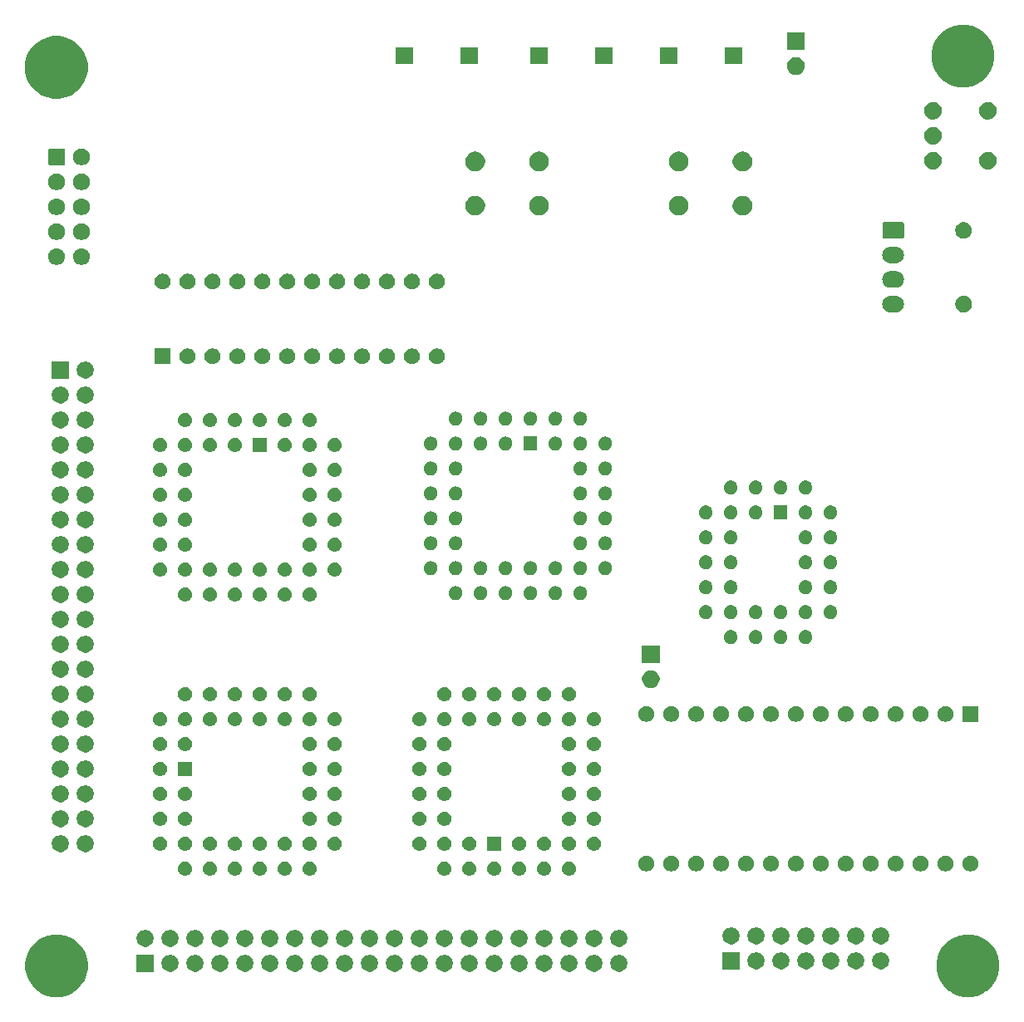
<source format=gbr>
G04 #@! TF.GenerationSoftware,KiCad,Pcbnew,5.1.5+dfsg1-2build2*
G04 #@! TF.CreationDate,2021-07-25T17:31:02+01:00*
G04 #@! TF.ProjectId,pluto,706c7574-6f2e-46b6-9963-61645f706362,rev?*
G04 #@! TF.SameCoordinates,Original*
G04 #@! TF.FileFunction,Soldermask,Bot*
G04 #@! TF.FilePolarity,Negative*
%FSLAX46Y46*%
G04 Gerber Fmt 4.6, Leading zero omitted, Abs format (unit mm)*
G04 Created by KiCad (PCBNEW 5.1.5+dfsg1-2build2) date 2021-07-25 17:31:02*
%MOMM*%
%LPD*%
G04 APERTURE LIST*
%ADD10C,0.100000*%
G04 APERTURE END LIST*
D10*
G36*
X152190404Y-133320974D02*
G01*
X152772767Y-133562196D01*
X152946679Y-133678401D01*
X153296881Y-133912398D01*
X153742602Y-134358119D01*
X153976599Y-134708321D01*
X154092804Y-134882233D01*
X154334026Y-135464596D01*
X154457000Y-136082826D01*
X154457000Y-136713174D01*
X154334026Y-137331404D01*
X154092804Y-137913767D01*
X154092803Y-137913768D01*
X153742602Y-138437881D01*
X153296881Y-138883602D01*
X152946679Y-139117599D01*
X152772767Y-139233804D01*
X152190404Y-139475026D01*
X151572174Y-139598000D01*
X150941826Y-139598000D01*
X150323596Y-139475026D01*
X149741233Y-139233804D01*
X149567321Y-139117599D01*
X149217119Y-138883602D01*
X148771398Y-138437881D01*
X148421197Y-137913768D01*
X148421196Y-137913767D01*
X148179974Y-137331404D01*
X148057000Y-136713174D01*
X148057000Y-136082826D01*
X148179974Y-135464596D01*
X148421196Y-134882233D01*
X148537401Y-134708321D01*
X148771398Y-134358119D01*
X149217119Y-133912398D01*
X149567321Y-133678401D01*
X149741233Y-133562196D01*
X150323596Y-133320974D01*
X150941826Y-133198000D01*
X151572174Y-133198000D01*
X152190404Y-133320974D01*
G37*
G36*
X59353404Y-133320974D02*
G01*
X59935767Y-133562196D01*
X60109679Y-133678401D01*
X60459881Y-133912398D01*
X60905602Y-134358119D01*
X61139599Y-134708321D01*
X61255804Y-134882233D01*
X61497026Y-135464596D01*
X61620000Y-136082826D01*
X61620000Y-136713174D01*
X61497026Y-137331404D01*
X61255804Y-137913767D01*
X61255803Y-137913768D01*
X60905602Y-138437881D01*
X60459881Y-138883602D01*
X60109679Y-139117599D01*
X59935767Y-139233804D01*
X59353404Y-139475026D01*
X58735174Y-139598000D01*
X58104826Y-139598000D01*
X57486596Y-139475026D01*
X56904233Y-139233804D01*
X56730321Y-139117599D01*
X56380119Y-138883602D01*
X55934398Y-138437881D01*
X55584197Y-137913768D01*
X55584196Y-137913767D01*
X55342974Y-137331404D01*
X55220000Y-136713174D01*
X55220000Y-136082826D01*
X55342974Y-135464596D01*
X55584196Y-134882233D01*
X55700401Y-134708321D01*
X55934398Y-134358119D01*
X56380119Y-133912398D01*
X56730321Y-133678401D01*
X56904233Y-133562196D01*
X57486596Y-133320974D01*
X58104826Y-133198000D01*
X58735174Y-133198000D01*
X59353404Y-133320974D01*
G37*
G36*
X90548903Y-135313587D02*
G01*
X90706068Y-135378687D01*
X90847513Y-135473198D01*
X90967802Y-135593487D01*
X91062313Y-135734932D01*
X91127413Y-135892097D01*
X91160600Y-136058943D01*
X91160600Y-136229057D01*
X91127413Y-136395903D01*
X91062313Y-136553068D01*
X90967802Y-136694513D01*
X90847513Y-136814802D01*
X90706068Y-136909313D01*
X90548903Y-136974413D01*
X90382057Y-137007600D01*
X90211943Y-137007600D01*
X90045097Y-136974413D01*
X89887932Y-136909313D01*
X89746487Y-136814802D01*
X89626198Y-136694513D01*
X89531687Y-136553068D01*
X89466587Y-136395903D01*
X89433400Y-136229057D01*
X89433400Y-136058943D01*
X89466587Y-135892097D01*
X89531687Y-135734932D01*
X89626198Y-135593487D01*
X89746487Y-135473198D01*
X89887932Y-135378687D01*
X90045097Y-135313587D01*
X90211943Y-135280400D01*
X90382057Y-135280400D01*
X90548903Y-135313587D01*
G37*
G36*
X72768903Y-135313587D02*
G01*
X72926068Y-135378687D01*
X73067513Y-135473198D01*
X73187802Y-135593487D01*
X73282313Y-135734932D01*
X73347413Y-135892097D01*
X73380600Y-136058943D01*
X73380600Y-136229057D01*
X73347413Y-136395903D01*
X73282313Y-136553068D01*
X73187802Y-136694513D01*
X73067513Y-136814802D01*
X72926068Y-136909313D01*
X72768903Y-136974413D01*
X72602057Y-137007600D01*
X72431943Y-137007600D01*
X72265097Y-136974413D01*
X72107932Y-136909313D01*
X71966487Y-136814802D01*
X71846198Y-136694513D01*
X71751687Y-136553068D01*
X71686587Y-136395903D01*
X71653400Y-136229057D01*
X71653400Y-136058943D01*
X71686587Y-135892097D01*
X71751687Y-135734932D01*
X71846198Y-135593487D01*
X71966487Y-135473198D01*
X72107932Y-135378687D01*
X72265097Y-135313587D01*
X72431943Y-135280400D01*
X72602057Y-135280400D01*
X72768903Y-135313587D01*
G37*
G36*
X95628903Y-135313587D02*
G01*
X95786068Y-135378687D01*
X95927513Y-135473198D01*
X96047802Y-135593487D01*
X96142313Y-135734932D01*
X96207413Y-135892097D01*
X96240600Y-136058943D01*
X96240600Y-136229057D01*
X96207413Y-136395903D01*
X96142313Y-136553068D01*
X96047802Y-136694513D01*
X95927513Y-136814802D01*
X95786068Y-136909313D01*
X95628903Y-136974413D01*
X95462057Y-137007600D01*
X95291943Y-137007600D01*
X95125097Y-136974413D01*
X94967932Y-136909313D01*
X94826487Y-136814802D01*
X94706198Y-136694513D01*
X94611687Y-136553068D01*
X94546587Y-136395903D01*
X94513400Y-136229057D01*
X94513400Y-136058943D01*
X94546587Y-135892097D01*
X94611687Y-135734932D01*
X94706198Y-135593487D01*
X94826487Y-135473198D01*
X94967932Y-135378687D01*
X95125097Y-135313587D01*
X95291943Y-135280400D01*
X95462057Y-135280400D01*
X95628903Y-135313587D01*
G37*
G36*
X82928903Y-135313587D02*
G01*
X83086068Y-135378687D01*
X83227513Y-135473198D01*
X83347802Y-135593487D01*
X83442313Y-135734932D01*
X83507413Y-135892097D01*
X83540600Y-136058943D01*
X83540600Y-136229057D01*
X83507413Y-136395903D01*
X83442313Y-136553068D01*
X83347802Y-136694513D01*
X83227513Y-136814802D01*
X83086068Y-136909313D01*
X82928903Y-136974413D01*
X82762057Y-137007600D01*
X82591943Y-137007600D01*
X82425097Y-136974413D01*
X82267932Y-136909313D01*
X82126487Y-136814802D01*
X82006198Y-136694513D01*
X81911687Y-136553068D01*
X81846587Y-136395903D01*
X81813400Y-136229057D01*
X81813400Y-136058943D01*
X81846587Y-135892097D01*
X81911687Y-135734932D01*
X82006198Y-135593487D01*
X82126487Y-135473198D01*
X82267932Y-135378687D01*
X82425097Y-135313587D01*
X82591943Y-135280400D01*
X82762057Y-135280400D01*
X82928903Y-135313587D01*
G37*
G36*
X98168903Y-135313587D02*
G01*
X98326068Y-135378687D01*
X98467513Y-135473198D01*
X98587802Y-135593487D01*
X98682313Y-135734932D01*
X98747413Y-135892097D01*
X98780600Y-136058943D01*
X98780600Y-136229057D01*
X98747413Y-136395903D01*
X98682313Y-136553068D01*
X98587802Y-136694513D01*
X98467513Y-136814802D01*
X98326068Y-136909313D01*
X98168903Y-136974413D01*
X98002057Y-137007600D01*
X97831943Y-137007600D01*
X97665097Y-136974413D01*
X97507932Y-136909313D01*
X97366487Y-136814802D01*
X97246198Y-136694513D01*
X97151687Y-136553068D01*
X97086587Y-136395903D01*
X97053400Y-136229057D01*
X97053400Y-136058943D01*
X97086587Y-135892097D01*
X97151687Y-135734932D01*
X97246198Y-135593487D01*
X97366487Y-135473198D01*
X97507932Y-135378687D01*
X97665097Y-135313587D01*
X97831943Y-135280400D01*
X98002057Y-135280400D01*
X98168903Y-135313587D01*
G37*
G36*
X80388903Y-135313587D02*
G01*
X80546068Y-135378687D01*
X80687513Y-135473198D01*
X80807802Y-135593487D01*
X80902313Y-135734932D01*
X80967413Y-135892097D01*
X81000600Y-136058943D01*
X81000600Y-136229057D01*
X80967413Y-136395903D01*
X80902313Y-136553068D01*
X80807802Y-136694513D01*
X80687513Y-136814802D01*
X80546068Y-136909313D01*
X80388903Y-136974413D01*
X80222057Y-137007600D01*
X80051943Y-137007600D01*
X79885097Y-136974413D01*
X79727932Y-136909313D01*
X79586487Y-136814802D01*
X79466198Y-136694513D01*
X79371687Y-136553068D01*
X79306587Y-136395903D01*
X79273400Y-136229057D01*
X79273400Y-136058943D01*
X79306587Y-135892097D01*
X79371687Y-135734932D01*
X79466198Y-135593487D01*
X79586487Y-135473198D01*
X79727932Y-135378687D01*
X79885097Y-135313587D01*
X80051943Y-135280400D01*
X80222057Y-135280400D01*
X80388903Y-135313587D01*
G37*
G36*
X100708903Y-135313587D02*
G01*
X100866068Y-135378687D01*
X101007513Y-135473198D01*
X101127802Y-135593487D01*
X101222313Y-135734932D01*
X101287413Y-135892097D01*
X101320600Y-136058943D01*
X101320600Y-136229057D01*
X101287413Y-136395903D01*
X101222313Y-136553068D01*
X101127802Y-136694513D01*
X101007513Y-136814802D01*
X100866068Y-136909313D01*
X100708903Y-136974413D01*
X100542057Y-137007600D01*
X100371943Y-137007600D01*
X100205097Y-136974413D01*
X100047932Y-136909313D01*
X99906487Y-136814802D01*
X99786198Y-136694513D01*
X99691687Y-136553068D01*
X99626587Y-136395903D01*
X99593400Y-136229057D01*
X99593400Y-136058943D01*
X99626587Y-135892097D01*
X99691687Y-135734932D01*
X99786198Y-135593487D01*
X99906487Y-135473198D01*
X100047932Y-135378687D01*
X100205097Y-135313587D01*
X100371943Y-135280400D01*
X100542057Y-135280400D01*
X100708903Y-135313587D01*
G37*
G36*
X77848903Y-135313587D02*
G01*
X78006068Y-135378687D01*
X78147513Y-135473198D01*
X78267802Y-135593487D01*
X78362313Y-135734932D01*
X78427413Y-135892097D01*
X78460600Y-136058943D01*
X78460600Y-136229057D01*
X78427413Y-136395903D01*
X78362313Y-136553068D01*
X78267802Y-136694513D01*
X78147513Y-136814802D01*
X78006068Y-136909313D01*
X77848903Y-136974413D01*
X77682057Y-137007600D01*
X77511943Y-137007600D01*
X77345097Y-136974413D01*
X77187932Y-136909313D01*
X77046487Y-136814802D01*
X76926198Y-136694513D01*
X76831687Y-136553068D01*
X76766587Y-136395903D01*
X76733400Y-136229057D01*
X76733400Y-136058943D01*
X76766587Y-135892097D01*
X76831687Y-135734932D01*
X76926198Y-135593487D01*
X77046487Y-135473198D01*
X77187932Y-135378687D01*
X77345097Y-135313587D01*
X77511943Y-135280400D01*
X77682057Y-135280400D01*
X77848903Y-135313587D01*
G37*
G36*
X103248903Y-135313587D02*
G01*
X103406068Y-135378687D01*
X103547513Y-135473198D01*
X103667802Y-135593487D01*
X103762313Y-135734932D01*
X103827413Y-135892097D01*
X103860600Y-136058943D01*
X103860600Y-136229057D01*
X103827413Y-136395903D01*
X103762313Y-136553068D01*
X103667802Y-136694513D01*
X103547513Y-136814802D01*
X103406068Y-136909313D01*
X103248903Y-136974413D01*
X103082057Y-137007600D01*
X102911943Y-137007600D01*
X102745097Y-136974413D01*
X102587932Y-136909313D01*
X102446487Y-136814802D01*
X102326198Y-136694513D01*
X102231687Y-136553068D01*
X102166587Y-136395903D01*
X102133400Y-136229057D01*
X102133400Y-136058943D01*
X102166587Y-135892097D01*
X102231687Y-135734932D01*
X102326198Y-135593487D01*
X102446487Y-135473198D01*
X102587932Y-135378687D01*
X102745097Y-135313587D01*
X102911943Y-135280400D01*
X103082057Y-135280400D01*
X103248903Y-135313587D01*
G37*
G36*
X75308903Y-135313587D02*
G01*
X75466068Y-135378687D01*
X75607513Y-135473198D01*
X75727802Y-135593487D01*
X75822313Y-135734932D01*
X75887413Y-135892097D01*
X75920600Y-136058943D01*
X75920600Y-136229057D01*
X75887413Y-136395903D01*
X75822313Y-136553068D01*
X75727802Y-136694513D01*
X75607513Y-136814802D01*
X75466068Y-136909313D01*
X75308903Y-136974413D01*
X75142057Y-137007600D01*
X74971943Y-137007600D01*
X74805097Y-136974413D01*
X74647932Y-136909313D01*
X74506487Y-136814802D01*
X74386198Y-136694513D01*
X74291687Y-136553068D01*
X74226587Y-136395903D01*
X74193400Y-136229057D01*
X74193400Y-136058943D01*
X74226587Y-135892097D01*
X74291687Y-135734932D01*
X74386198Y-135593487D01*
X74506487Y-135473198D01*
X74647932Y-135378687D01*
X74805097Y-135313587D01*
X74971943Y-135280400D01*
X75142057Y-135280400D01*
X75308903Y-135313587D01*
G37*
G36*
X105788903Y-135313587D02*
G01*
X105946068Y-135378687D01*
X106087513Y-135473198D01*
X106207802Y-135593487D01*
X106302313Y-135734932D01*
X106367413Y-135892097D01*
X106400600Y-136058943D01*
X106400600Y-136229057D01*
X106367413Y-136395903D01*
X106302313Y-136553068D01*
X106207802Y-136694513D01*
X106087513Y-136814802D01*
X105946068Y-136909313D01*
X105788903Y-136974413D01*
X105622057Y-137007600D01*
X105451943Y-137007600D01*
X105285097Y-136974413D01*
X105127932Y-136909313D01*
X104986487Y-136814802D01*
X104866198Y-136694513D01*
X104771687Y-136553068D01*
X104706587Y-136395903D01*
X104673400Y-136229057D01*
X104673400Y-136058943D01*
X104706587Y-135892097D01*
X104771687Y-135734932D01*
X104866198Y-135593487D01*
X104986487Y-135473198D01*
X105127932Y-135378687D01*
X105285097Y-135313587D01*
X105451943Y-135280400D01*
X105622057Y-135280400D01*
X105788903Y-135313587D01*
G37*
G36*
X85468903Y-135313587D02*
G01*
X85626068Y-135378687D01*
X85767513Y-135473198D01*
X85887802Y-135593487D01*
X85982313Y-135734932D01*
X86047413Y-135892097D01*
X86080600Y-136058943D01*
X86080600Y-136229057D01*
X86047413Y-136395903D01*
X85982313Y-136553068D01*
X85887802Y-136694513D01*
X85767513Y-136814802D01*
X85626068Y-136909313D01*
X85468903Y-136974413D01*
X85302057Y-137007600D01*
X85131943Y-137007600D01*
X84965097Y-136974413D01*
X84807932Y-136909313D01*
X84666487Y-136814802D01*
X84546198Y-136694513D01*
X84451687Y-136553068D01*
X84386587Y-136395903D01*
X84353400Y-136229057D01*
X84353400Y-136058943D01*
X84386587Y-135892097D01*
X84451687Y-135734932D01*
X84546198Y-135593487D01*
X84666487Y-135473198D01*
X84807932Y-135378687D01*
X84965097Y-135313587D01*
X85131943Y-135280400D01*
X85302057Y-135280400D01*
X85468903Y-135313587D01*
G37*
G36*
X108328903Y-135313587D02*
G01*
X108486068Y-135378687D01*
X108627513Y-135473198D01*
X108747802Y-135593487D01*
X108842313Y-135734932D01*
X108907413Y-135892097D01*
X108940600Y-136058943D01*
X108940600Y-136229057D01*
X108907413Y-136395903D01*
X108842313Y-136553068D01*
X108747802Y-136694513D01*
X108627513Y-136814802D01*
X108486068Y-136909313D01*
X108328903Y-136974413D01*
X108162057Y-137007600D01*
X107991943Y-137007600D01*
X107825097Y-136974413D01*
X107667932Y-136909313D01*
X107526487Y-136814802D01*
X107406198Y-136694513D01*
X107311687Y-136553068D01*
X107246587Y-136395903D01*
X107213400Y-136229057D01*
X107213400Y-136058943D01*
X107246587Y-135892097D01*
X107311687Y-135734932D01*
X107406198Y-135593487D01*
X107526487Y-135473198D01*
X107667932Y-135378687D01*
X107825097Y-135313587D01*
X107991943Y-135280400D01*
X108162057Y-135280400D01*
X108328903Y-135313587D01*
G37*
G36*
X70228903Y-135313587D02*
G01*
X70386068Y-135378687D01*
X70527513Y-135473198D01*
X70647802Y-135593487D01*
X70742313Y-135734932D01*
X70807413Y-135892097D01*
X70840600Y-136058943D01*
X70840600Y-136229057D01*
X70807413Y-136395903D01*
X70742313Y-136553068D01*
X70647802Y-136694513D01*
X70527513Y-136814802D01*
X70386068Y-136909313D01*
X70228903Y-136974413D01*
X70062057Y-137007600D01*
X69891943Y-137007600D01*
X69725097Y-136974413D01*
X69567932Y-136909313D01*
X69426487Y-136814802D01*
X69306198Y-136694513D01*
X69211687Y-136553068D01*
X69146587Y-136395903D01*
X69113400Y-136229057D01*
X69113400Y-136058943D01*
X69146587Y-135892097D01*
X69211687Y-135734932D01*
X69306198Y-135593487D01*
X69426487Y-135473198D01*
X69567932Y-135378687D01*
X69725097Y-135313587D01*
X69891943Y-135280400D01*
X70062057Y-135280400D01*
X70228903Y-135313587D01*
G37*
G36*
X110868903Y-135313587D02*
G01*
X111026068Y-135378687D01*
X111167513Y-135473198D01*
X111287802Y-135593487D01*
X111382313Y-135734932D01*
X111447413Y-135892097D01*
X111480600Y-136058943D01*
X111480600Y-136229057D01*
X111447413Y-136395903D01*
X111382313Y-136553068D01*
X111287802Y-136694513D01*
X111167513Y-136814802D01*
X111026068Y-136909313D01*
X110868903Y-136974413D01*
X110702057Y-137007600D01*
X110531943Y-137007600D01*
X110365097Y-136974413D01*
X110207932Y-136909313D01*
X110066487Y-136814802D01*
X109946198Y-136694513D01*
X109851687Y-136553068D01*
X109786587Y-136395903D01*
X109753400Y-136229057D01*
X109753400Y-136058943D01*
X109786587Y-135892097D01*
X109851687Y-135734932D01*
X109946198Y-135593487D01*
X110066487Y-135473198D01*
X110207932Y-135378687D01*
X110365097Y-135313587D01*
X110531943Y-135280400D01*
X110702057Y-135280400D01*
X110868903Y-135313587D01*
G37*
G36*
X68300600Y-137007600D02*
G01*
X66573400Y-137007600D01*
X66573400Y-135280400D01*
X68300600Y-135280400D01*
X68300600Y-137007600D01*
G37*
G36*
X113408903Y-135313587D02*
G01*
X113566068Y-135378687D01*
X113707513Y-135473198D01*
X113827802Y-135593487D01*
X113922313Y-135734932D01*
X113987413Y-135892097D01*
X114020600Y-136058943D01*
X114020600Y-136229057D01*
X113987413Y-136395903D01*
X113922313Y-136553068D01*
X113827802Y-136694513D01*
X113707513Y-136814802D01*
X113566068Y-136909313D01*
X113408903Y-136974413D01*
X113242057Y-137007600D01*
X113071943Y-137007600D01*
X112905097Y-136974413D01*
X112747932Y-136909313D01*
X112606487Y-136814802D01*
X112486198Y-136694513D01*
X112391687Y-136553068D01*
X112326587Y-136395903D01*
X112293400Y-136229057D01*
X112293400Y-136058943D01*
X112326587Y-135892097D01*
X112391687Y-135734932D01*
X112486198Y-135593487D01*
X112606487Y-135473198D01*
X112747932Y-135378687D01*
X112905097Y-135313587D01*
X113071943Y-135280400D01*
X113242057Y-135280400D01*
X113408903Y-135313587D01*
G37*
G36*
X93088903Y-135313587D02*
G01*
X93246068Y-135378687D01*
X93387513Y-135473198D01*
X93507802Y-135593487D01*
X93602313Y-135734932D01*
X93667413Y-135892097D01*
X93700600Y-136058943D01*
X93700600Y-136229057D01*
X93667413Y-136395903D01*
X93602313Y-136553068D01*
X93507802Y-136694513D01*
X93387513Y-136814802D01*
X93246068Y-136909313D01*
X93088903Y-136974413D01*
X92922057Y-137007600D01*
X92751943Y-137007600D01*
X92585097Y-136974413D01*
X92427932Y-136909313D01*
X92286487Y-136814802D01*
X92166198Y-136694513D01*
X92071687Y-136553068D01*
X92006587Y-136395903D01*
X91973400Y-136229057D01*
X91973400Y-136058943D01*
X92006587Y-135892097D01*
X92071687Y-135734932D01*
X92166198Y-135593487D01*
X92286487Y-135473198D01*
X92427932Y-135378687D01*
X92585097Y-135313587D01*
X92751943Y-135280400D01*
X92922057Y-135280400D01*
X93088903Y-135313587D01*
G37*
G36*
X115948903Y-135313587D02*
G01*
X116106068Y-135378687D01*
X116247513Y-135473198D01*
X116367802Y-135593487D01*
X116462313Y-135734932D01*
X116527413Y-135892097D01*
X116560600Y-136058943D01*
X116560600Y-136229057D01*
X116527413Y-136395903D01*
X116462313Y-136553068D01*
X116367802Y-136694513D01*
X116247513Y-136814802D01*
X116106068Y-136909313D01*
X115948903Y-136974413D01*
X115782057Y-137007600D01*
X115611943Y-137007600D01*
X115445097Y-136974413D01*
X115287932Y-136909313D01*
X115146487Y-136814802D01*
X115026198Y-136694513D01*
X114931687Y-136553068D01*
X114866587Y-136395903D01*
X114833400Y-136229057D01*
X114833400Y-136058943D01*
X114866587Y-135892097D01*
X114931687Y-135734932D01*
X115026198Y-135593487D01*
X115146487Y-135473198D01*
X115287932Y-135378687D01*
X115445097Y-135313587D01*
X115611943Y-135280400D01*
X115782057Y-135280400D01*
X115948903Y-135313587D01*
G37*
G36*
X88008903Y-135313587D02*
G01*
X88166068Y-135378687D01*
X88307513Y-135473198D01*
X88427802Y-135593487D01*
X88522313Y-135734932D01*
X88587413Y-135892097D01*
X88620600Y-136058943D01*
X88620600Y-136229057D01*
X88587413Y-136395903D01*
X88522313Y-136553068D01*
X88427802Y-136694513D01*
X88307513Y-136814802D01*
X88166068Y-136909313D01*
X88008903Y-136974413D01*
X87842057Y-137007600D01*
X87671943Y-137007600D01*
X87505097Y-136974413D01*
X87347932Y-136909313D01*
X87206487Y-136814802D01*
X87086198Y-136694513D01*
X86991687Y-136553068D01*
X86926587Y-136395903D01*
X86893400Y-136229057D01*
X86893400Y-136058943D01*
X86926587Y-135892097D01*
X86991687Y-135734932D01*
X87086198Y-135593487D01*
X87206487Y-135473198D01*
X87347932Y-135378687D01*
X87505097Y-135313587D01*
X87671943Y-135280400D01*
X87842057Y-135280400D01*
X88008903Y-135313587D01*
G37*
G36*
X140078903Y-135059587D02*
G01*
X140236068Y-135124687D01*
X140377513Y-135219198D01*
X140497802Y-135339487D01*
X140592313Y-135480932D01*
X140657413Y-135638097D01*
X140690600Y-135804943D01*
X140690600Y-135975057D01*
X140657413Y-136141903D01*
X140592313Y-136299068D01*
X140497802Y-136440513D01*
X140377513Y-136560802D01*
X140236068Y-136655313D01*
X140078903Y-136720413D01*
X139912057Y-136753600D01*
X139741943Y-136753600D01*
X139575097Y-136720413D01*
X139417932Y-136655313D01*
X139276487Y-136560802D01*
X139156198Y-136440513D01*
X139061687Y-136299068D01*
X138996587Y-136141903D01*
X138963400Y-135975057D01*
X138963400Y-135804943D01*
X138996587Y-135638097D01*
X139061687Y-135480932D01*
X139156198Y-135339487D01*
X139276487Y-135219198D01*
X139417932Y-135124687D01*
X139575097Y-135059587D01*
X139741943Y-135026400D01*
X139912057Y-135026400D01*
X140078903Y-135059587D01*
G37*
G36*
X137538903Y-135059587D02*
G01*
X137696068Y-135124687D01*
X137837513Y-135219198D01*
X137957802Y-135339487D01*
X138052313Y-135480932D01*
X138117413Y-135638097D01*
X138150600Y-135804943D01*
X138150600Y-135975057D01*
X138117413Y-136141903D01*
X138052313Y-136299068D01*
X137957802Y-136440513D01*
X137837513Y-136560802D01*
X137696068Y-136655313D01*
X137538903Y-136720413D01*
X137372057Y-136753600D01*
X137201943Y-136753600D01*
X137035097Y-136720413D01*
X136877932Y-136655313D01*
X136736487Y-136560802D01*
X136616198Y-136440513D01*
X136521687Y-136299068D01*
X136456587Y-136141903D01*
X136423400Y-135975057D01*
X136423400Y-135804943D01*
X136456587Y-135638097D01*
X136521687Y-135480932D01*
X136616198Y-135339487D01*
X136736487Y-135219198D01*
X136877932Y-135124687D01*
X137035097Y-135059587D01*
X137201943Y-135026400D01*
X137372057Y-135026400D01*
X137538903Y-135059587D01*
G37*
G36*
X142618903Y-135059587D02*
G01*
X142776068Y-135124687D01*
X142917513Y-135219198D01*
X143037802Y-135339487D01*
X143132313Y-135480932D01*
X143197413Y-135638097D01*
X143230600Y-135804943D01*
X143230600Y-135975057D01*
X143197413Y-136141903D01*
X143132313Y-136299068D01*
X143037802Y-136440513D01*
X142917513Y-136560802D01*
X142776068Y-136655313D01*
X142618903Y-136720413D01*
X142452057Y-136753600D01*
X142281943Y-136753600D01*
X142115097Y-136720413D01*
X141957932Y-136655313D01*
X141816487Y-136560802D01*
X141696198Y-136440513D01*
X141601687Y-136299068D01*
X141536587Y-136141903D01*
X141503400Y-135975057D01*
X141503400Y-135804943D01*
X141536587Y-135638097D01*
X141601687Y-135480932D01*
X141696198Y-135339487D01*
X141816487Y-135219198D01*
X141957932Y-135124687D01*
X142115097Y-135059587D01*
X142281943Y-135026400D01*
X142452057Y-135026400D01*
X142618903Y-135059587D01*
G37*
G36*
X129918903Y-135059587D02*
G01*
X130076068Y-135124687D01*
X130217513Y-135219198D01*
X130337802Y-135339487D01*
X130432313Y-135480932D01*
X130497413Y-135638097D01*
X130530600Y-135804943D01*
X130530600Y-135975057D01*
X130497413Y-136141903D01*
X130432313Y-136299068D01*
X130337802Y-136440513D01*
X130217513Y-136560802D01*
X130076068Y-136655313D01*
X129918903Y-136720413D01*
X129752057Y-136753600D01*
X129581943Y-136753600D01*
X129415097Y-136720413D01*
X129257932Y-136655313D01*
X129116487Y-136560802D01*
X128996198Y-136440513D01*
X128901687Y-136299068D01*
X128836587Y-136141903D01*
X128803400Y-135975057D01*
X128803400Y-135804943D01*
X128836587Y-135638097D01*
X128901687Y-135480932D01*
X128996198Y-135339487D01*
X129116487Y-135219198D01*
X129257932Y-135124687D01*
X129415097Y-135059587D01*
X129581943Y-135026400D01*
X129752057Y-135026400D01*
X129918903Y-135059587D01*
G37*
G36*
X127990600Y-136753600D02*
G01*
X126263400Y-136753600D01*
X126263400Y-135026400D01*
X127990600Y-135026400D01*
X127990600Y-136753600D01*
G37*
G36*
X134998903Y-135059587D02*
G01*
X135156068Y-135124687D01*
X135297513Y-135219198D01*
X135417802Y-135339487D01*
X135512313Y-135480932D01*
X135577413Y-135638097D01*
X135610600Y-135804943D01*
X135610600Y-135975057D01*
X135577413Y-136141903D01*
X135512313Y-136299068D01*
X135417802Y-136440513D01*
X135297513Y-136560802D01*
X135156068Y-136655313D01*
X134998903Y-136720413D01*
X134832057Y-136753600D01*
X134661943Y-136753600D01*
X134495097Y-136720413D01*
X134337932Y-136655313D01*
X134196487Y-136560802D01*
X134076198Y-136440513D01*
X133981687Y-136299068D01*
X133916587Y-136141903D01*
X133883400Y-135975057D01*
X133883400Y-135804943D01*
X133916587Y-135638097D01*
X133981687Y-135480932D01*
X134076198Y-135339487D01*
X134196487Y-135219198D01*
X134337932Y-135124687D01*
X134495097Y-135059587D01*
X134661943Y-135026400D01*
X134832057Y-135026400D01*
X134998903Y-135059587D01*
G37*
G36*
X132458903Y-135059587D02*
G01*
X132616068Y-135124687D01*
X132757513Y-135219198D01*
X132877802Y-135339487D01*
X132972313Y-135480932D01*
X133037413Y-135638097D01*
X133070600Y-135804943D01*
X133070600Y-135975057D01*
X133037413Y-136141903D01*
X132972313Y-136299068D01*
X132877802Y-136440513D01*
X132757513Y-136560802D01*
X132616068Y-136655313D01*
X132458903Y-136720413D01*
X132292057Y-136753600D01*
X132121943Y-136753600D01*
X131955097Y-136720413D01*
X131797932Y-136655313D01*
X131656487Y-136560802D01*
X131536198Y-136440513D01*
X131441687Y-136299068D01*
X131376587Y-136141903D01*
X131343400Y-135975057D01*
X131343400Y-135804943D01*
X131376587Y-135638097D01*
X131441687Y-135480932D01*
X131536198Y-135339487D01*
X131656487Y-135219198D01*
X131797932Y-135124687D01*
X131955097Y-135059587D01*
X132121943Y-135026400D01*
X132292057Y-135026400D01*
X132458903Y-135059587D01*
G37*
G36*
X75308903Y-132773587D02*
G01*
X75466068Y-132838687D01*
X75607513Y-132933198D01*
X75727802Y-133053487D01*
X75822313Y-133194932D01*
X75887413Y-133352097D01*
X75920600Y-133518943D01*
X75920600Y-133689057D01*
X75887413Y-133855903D01*
X75822313Y-134013068D01*
X75727802Y-134154513D01*
X75607513Y-134274802D01*
X75466068Y-134369313D01*
X75308903Y-134434413D01*
X75142057Y-134467600D01*
X74971943Y-134467600D01*
X74805097Y-134434413D01*
X74647932Y-134369313D01*
X74506487Y-134274802D01*
X74386198Y-134154513D01*
X74291687Y-134013068D01*
X74226587Y-133855903D01*
X74193400Y-133689057D01*
X74193400Y-133518943D01*
X74226587Y-133352097D01*
X74291687Y-133194932D01*
X74386198Y-133053487D01*
X74506487Y-132933198D01*
X74647932Y-132838687D01*
X74805097Y-132773587D01*
X74971943Y-132740400D01*
X75142057Y-132740400D01*
X75308903Y-132773587D01*
G37*
G36*
X90548903Y-132773587D02*
G01*
X90706068Y-132838687D01*
X90847513Y-132933198D01*
X90967802Y-133053487D01*
X91062313Y-133194932D01*
X91127413Y-133352097D01*
X91160600Y-133518943D01*
X91160600Y-133689057D01*
X91127413Y-133855903D01*
X91062313Y-134013068D01*
X90967802Y-134154513D01*
X90847513Y-134274802D01*
X90706068Y-134369313D01*
X90548903Y-134434413D01*
X90382057Y-134467600D01*
X90211943Y-134467600D01*
X90045097Y-134434413D01*
X89887932Y-134369313D01*
X89746487Y-134274802D01*
X89626198Y-134154513D01*
X89531687Y-134013068D01*
X89466587Y-133855903D01*
X89433400Y-133689057D01*
X89433400Y-133518943D01*
X89466587Y-133352097D01*
X89531687Y-133194932D01*
X89626198Y-133053487D01*
X89746487Y-132933198D01*
X89887932Y-132838687D01*
X90045097Y-132773587D01*
X90211943Y-132740400D01*
X90382057Y-132740400D01*
X90548903Y-132773587D01*
G37*
G36*
X85468903Y-132773587D02*
G01*
X85626068Y-132838687D01*
X85767513Y-132933198D01*
X85887802Y-133053487D01*
X85982313Y-133194932D01*
X86047413Y-133352097D01*
X86080600Y-133518943D01*
X86080600Y-133689057D01*
X86047413Y-133855903D01*
X85982313Y-134013068D01*
X85887802Y-134154513D01*
X85767513Y-134274802D01*
X85626068Y-134369313D01*
X85468903Y-134434413D01*
X85302057Y-134467600D01*
X85131943Y-134467600D01*
X84965097Y-134434413D01*
X84807932Y-134369313D01*
X84666487Y-134274802D01*
X84546198Y-134154513D01*
X84451687Y-134013068D01*
X84386587Y-133855903D01*
X84353400Y-133689057D01*
X84353400Y-133518943D01*
X84386587Y-133352097D01*
X84451687Y-133194932D01*
X84546198Y-133053487D01*
X84666487Y-132933198D01*
X84807932Y-132838687D01*
X84965097Y-132773587D01*
X85131943Y-132740400D01*
X85302057Y-132740400D01*
X85468903Y-132773587D01*
G37*
G36*
X93088903Y-132773587D02*
G01*
X93246068Y-132838687D01*
X93387513Y-132933198D01*
X93507802Y-133053487D01*
X93602313Y-133194932D01*
X93667413Y-133352097D01*
X93700600Y-133518943D01*
X93700600Y-133689057D01*
X93667413Y-133855903D01*
X93602313Y-134013068D01*
X93507802Y-134154513D01*
X93387513Y-134274802D01*
X93246068Y-134369313D01*
X93088903Y-134434413D01*
X92922057Y-134467600D01*
X92751943Y-134467600D01*
X92585097Y-134434413D01*
X92427932Y-134369313D01*
X92286487Y-134274802D01*
X92166198Y-134154513D01*
X92071687Y-134013068D01*
X92006587Y-133855903D01*
X91973400Y-133689057D01*
X91973400Y-133518943D01*
X92006587Y-133352097D01*
X92071687Y-133194932D01*
X92166198Y-133053487D01*
X92286487Y-132933198D01*
X92427932Y-132838687D01*
X92585097Y-132773587D01*
X92751943Y-132740400D01*
X92922057Y-132740400D01*
X93088903Y-132773587D01*
G37*
G36*
X82928903Y-132773587D02*
G01*
X83086068Y-132838687D01*
X83227513Y-132933198D01*
X83347802Y-133053487D01*
X83442313Y-133194932D01*
X83507413Y-133352097D01*
X83540600Y-133518943D01*
X83540600Y-133689057D01*
X83507413Y-133855903D01*
X83442313Y-134013068D01*
X83347802Y-134154513D01*
X83227513Y-134274802D01*
X83086068Y-134369313D01*
X82928903Y-134434413D01*
X82762057Y-134467600D01*
X82591943Y-134467600D01*
X82425097Y-134434413D01*
X82267932Y-134369313D01*
X82126487Y-134274802D01*
X82006198Y-134154513D01*
X81911687Y-134013068D01*
X81846587Y-133855903D01*
X81813400Y-133689057D01*
X81813400Y-133518943D01*
X81846587Y-133352097D01*
X81911687Y-133194932D01*
X82006198Y-133053487D01*
X82126487Y-132933198D01*
X82267932Y-132838687D01*
X82425097Y-132773587D01*
X82591943Y-132740400D01*
X82762057Y-132740400D01*
X82928903Y-132773587D01*
G37*
G36*
X95628903Y-132773587D02*
G01*
X95786068Y-132838687D01*
X95927513Y-132933198D01*
X96047802Y-133053487D01*
X96142313Y-133194932D01*
X96207413Y-133352097D01*
X96240600Y-133518943D01*
X96240600Y-133689057D01*
X96207413Y-133855903D01*
X96142313Y-134013068D01*
X96047802Y-134154513D01*
X95927513Y-134274802D01*
X95786068Y-134369313D01*
X95628903Y-134434413D01*
X95462057Y-134467600D01*
X95291943Y-134467600D01*
X95125097Y-134434413D01*
X94967932Y-134369313D01*
X94826487Y-134274802D01*
X94706198Y-134154513D01*
X94611687Y-134013068D01*
X94546587Y-133855903D01*
X94513400Y-133689057D01*
X94513400Y-133518943D01*
X94546587Y-133352097D01*
X94611687Y-133194932D01*
X94706198Y-133053487D01*
X94826487Y-132933198D01*
X94967932Y-132838687D01*
X95125097Y-132773587D01*
X95291943Y-132740400D01*
X95462057Y-132740400D01*
X95628903Y-132773587D01*
G37*
G36*
X80388903Y-132773587D02*
G01*
X80546068Y-132838687D01*
X80687513Y-132933198D01*
X80807802Y-133053487D01*
X80902313Y-133194932D01*
X80967413Y-133352097D01*
X81000600Y-133518943D01*
X81000600Y-133689057D01*
X80967413Y-133855903D01*
X80902313Y-134013068D01*
X80807802Y-134154513D01*
X80687513Y-134274802D01*
X80546068Y-134369313D01*
X80388903Y-134434413D01*
X80222057Y-134467600D01*
X80051943Y-134467600D01*
X79885097Y-134434413D01*
X79727932Y-134369313D01*
X79586487Y-134274802D01*
X79466198Y-134154513D01*
X79371687Y-134013068D01*
X79306587Y-133855903D01*
X79273400Y-133689057D01*
X79273400Y-133518943D01*
X79306587Y-133352097D01*
X79371687Y-133194932D01*
X79466198Y-133053487D01*
X79586487Y-132933198D01*
X79727932Y-132838687D01*
X79885097Y-132773587D01*
X80051943Y-132740400D01*
X80222057Y-132740400D01*
X80388903Y-132773587D01*
G37*
G36*
X98168903Y-132773587D02*
G01*
X98326068Y-132838687D01*
X98467513Y-132933198D01*
X98587802Y-133053487D01*
X98682313Y-133194932D01*
X98747413Y-133352097D01*
X98780600Y-133518943D01*
X98780600Y-133689057D01*
X98747413Y-133855903D01*
X98682313Y-134013068D01*
X98587802Y-134154513D01*
X98467513Y-134274802D01*
X98326068Y-134369313D01*
X98168903Y-134434413D01*
X98002057Y-134467600D01*
X97831943Y-134467600D01*
X97665097Y-134434413D01*
X97507932Y-134369313D01*
X97366487Y-134274802D01*
X97246198Y-134154513D01*
X97151687Y-134013068D01*
X97086587Y-133855903D01*
X97053400Y-133689057D01*
X97053400Y-133518943D01*
X97086587Y-133352097D01*
X97151687Y-133194932D01*
X97246198Y-133053487D01*
X97366487Y-132933198D01*
X97507932Y-132838687D01*
X97665097Y-132773587D01*
X97831943Y-132740400D01*
X98002057Y-132740400D01*
X98168903Y-132773587D01*
G37*
G36*
X77848903Y-132773587D02*
G01*
X78006068Y-132838687D01*
X78147513Y-132933198D01*
X78267802Y-133053487D01*
X78362313Y-133194932D01*
X78427413Y-133352097D01*
X78460600Y-133518943D01*
X78460600Y-133689057D01*
X78427413Y-133855903D01*
X78362313Y-134013068D01*
X78267802Y-134154513D01*
X78147513Y-134274802D01*
X78006068Y-134369313D01*
X77848903Y-134434413D01*
X77682057Y-134467600D01*
X77511943Y-134467600D01*
X77345097Y-134434413D01*
X77187932Y-134369313D01*
X77046487Y-134274802D01*
X76926198Y-134154513D01*
X76831687Y-134013068D01*
X76766587Y-133855903D01*
X76733400Y-133689057D01*
X76733400Y-133518943D01*
X76766587Y-133352097D01*
X76831687Y-133194932D01*
X76926198Y-133053487D01*
X77046487Y-132933198D01*
X77187932Y-132838687D01*
X77345097Y-132773587D01*
X77511943Y-132740400D01*
X77682057Y-132740400D01*
X77848903Y-132773587D01*
G37*
G36*
X100708903Y-132773587D02*
G01*
X100866068Y-132838687D01*
X101007513Y-132933198D01*
X101127802Y-133053487D01*
X101222313Y-133194932D01*
X101287413Y-133352097D01*
X101320600Y-133518943D01*
X101320600Y-133689057D01*
X101287413Y-133855903D01*
X101222313Y-134013068D01*
X101127802Y-134154513D01*
X101007513Y-134274802D01*
X100866068Y-134369313D01*
X100708903Y-134434413D01*
X100542057Y-134467600D01*
X100371943Y-134467600D01*
X100205097Y-134434413D01*
X100047932Y-134369313D01*
X99906487Y-134274802D01*
X99786198Y-134154513D01*
X99691687Y-134013068D01*
X99626587Y-133855903D01*
X99593400Y-133689057D01*
X99593400Y-133518943D01*
X99626587Y-133352097D01*
X99691687Y-133194932D01*
X99786198Y-133053487D01*
X99906487Y-132933198D01*
X100047932Y-132838687D01*
X100205097Y-132773587D01*
X100371943Y-132740400D01*
X100542057Y-132740400D01*
X100708903Y-132773587D01*
G37*
G36*
X103248903Y-132773587D02*
G01*
X103406068Y-132838687D01*
X103547513Y-132933198D01*
X103667802Y-133053487D01*
X103762313Y-133194932D01*
X103827413Y-133352097D01*
X103860600Y-133518943D01*
X103860600Y-133689057D01*
X103827413Y-133855903D01*
X103762313Y-134013068D01*
X103667802Y-134154513D01*
X103547513Y-134274802D01*
X103406068Y-134369313D01*
X103248903Y-134434413D01*
X103082057Y-134467600D01*
X102911943Y-134467600D01*
X102745097Y-134434413D01*
X102587932Y-134369313D01*
X102446487Y-134274802D01*
X102326198Y-134154513D01*
X102231687Y-134013068D01*
X102166587Y-133855903D01*
X102133400Y-133689057D01*
X102133400Y-133518943D01*
X102166587Y-133352097D01*
X102231687Y-133194932D01*
X102326198Y-133053487D01*
X102446487Y-132933198D01*
X102587932Y-132838687D01*
X102745097Y-132773587D01*
X102911943Y-132740400D01*
X103082057Y-132740400D01*
X103248903Y-132773587D01*
G37*
G36*
X72768903Y-132773587D02*
G01*
X72926068Y-132838687D01*
X73067513Y-132933198D01*
X73187802Y-133053487D01*
X73282313Y-133194932D01*
X73347413Y-133352097D01*
X73380600Y-133518943D01*
X73380600Y-133689057D01*
X73347413Y-133855903D01*
X73282313Y-134013068D01*
X73187802Y-134154513D01*
X73067513Y-134274802D01*
X72926068Y-134369313D01*
X72768903Y-134434413D01*
X72602057Y-134467600D01*
X72431943Y-134467600D01*
X72265097Y-134434413D01*
X72107932Y-134369313D01*
X71966487Y-134274802D01*
X71846198Y-134154513D01*
X71751687Y-134013068D01*
X71686587Y-133855903D01*
X71653400Y-133689057D01*
X71653400Y-133518943D01*
X71686587Y-133352097D01*
X71751687Y-133194932D01*
X71846198Y-133053487D01*
X71966487Y-132933198D01*
X72107932Y-132838687D01*
X72265097Y-132773587D01*
X72431943Y-132740400D01*
X72602057Y-132740400D01*
X72768903Y-132773587D01*
G37*
G36*
X88008903Y-132773587D02*
G01*
X88166068Y-132838687D01*
X88307513Y-132933198D01*
X88427802Y-133053487D01*
X88522313Y-133194932D01*
X88587413Y-133352097D01*
X88620600Y-133518943D01*
X88620600Y-133689057D01*
X88587413Y-133855903D01*
X88522313Y-134013068D01*
X88427802Y-134154513D01*
X88307513Y-134274802D01*
X88166068Y-134369313D01*
X88008903Y-134434413D01*
X87842057Y-134467600D01*
X87671943Y-134467600D01*
X87505097Y-134434413D01*
X87347932Y-134369313D01*
X87206487Y-134274802D01*
X87086198Y-134154513D01*
X86991687Y-134013068D01*
X86926587Y-133855903D01*
X86893400Y-133689057D01*
X86893400Y-133518943D01*
X86926587Y-133352097D01*
X86991687Y-133194932D01*
X87086198Y-133053487D01*
X87206487Y-132933198D01*
X87347932Y-132838687D01*
X87505097Y-132773587D01*
X87671943Y-132740400D01*
X87842057Y-132740400D01*
X88008903Y-132773587D01*
G37*
G36*
X70228903Y-132773587D02*
G01*
X70386068Y-132838687D01*
X70527513Y-132933198D01*
X70647802Y-133053487D01*
X70742313Y-133194932D01*
X70807413Y-133352097D01*
X70840600Y-133518943D01*
X70840600Y-133689057D01*
X70807413Y-133855903D01*
X70742313Y-134013068D01*
X70647802Y-134154513D01*
X70527513Y-134274802D01*
X70386068Y-134369313D01*
X70228903Y-134434413D01*
X70062057Y-134467600D01*
X69891943Y-134467600D01*
X69725097Y-134434413D01*
X69567932Y-134369313D01*
X69426487Y-134274802D01*
X69306198Y-134154513D01*
X69211687Y-134013068D01*
X69146587Y-133855903D01*
X69113400Y-133689057D01*
X69113400Y-133518943D01*
X69146587Y-133352097D01*
X69211687Y-133194932D01*
X69306198Y-133053487D01*
X69426487Y-132933198D01*
X69567932Y-132838687D01*
X69725097Y-132773587D01*
X69891943Y-132740400D01*
X70062057Y-132740400D01*
X70228903Y-132773587D01*
G37*
G36*
X108328903Y-132773587D02*
G01*
X108486068Y-132838687D01*
X108627513Y-132933198D01*
X108747802Y-133053487D01*
X108842313Y-133194932D01*
X108907413Y-133352097D01*
X108940600Y-133518943D01*
X108940600Y-133689057D01*
X108907413Y-133855903D01*
X108842313Y-134013068D01*
X108747802Y-134154513D01*
X108627513Y-134274802D01*
X108486068Y-134369313D01*
X108328903Y-134434413D01*
X108162057Y-134467600D01*
X107991943Y-134467600D01*
X107825097Y-134434413D01*
X107667932Y-134369313D01*
X107526487Y-134274802D01*
X107406198Y-134154513D01*
X107311687Y-134013068D01*
X107246587Y-133855903D01*
X107213400Y-133689057D01*
X107213400Y-133518943D01*
X107246587Y-133352097D01*
X107311687Y-133194932D01*
X107406198Y-133053487D01*
X107526487Y-132933198D01*
X107667932Y-132838687D01*
X107825097Y-132773587D01*
X107991943Y-132740400D01*
X108162057Y-132740400D01*
X108328903Y-132773587D01*
G37*
G36*
X67688903Y-132773587D02*
G01*
X67846068Y-132838687D01*
X67987513Y-132933198D01*
X68107802Y-133053487D01*
X68202313Y-133194932D01*
X68267413Y-133352097D01*
X68300600Y-133518943D01*
X68300600Y-133689057D01*
X68267413Y-133855903D01*
X68202313Y-134013068D01*
X68107802Y-134154513D01*
X67987513Y-134274802D01*
X67846068Y-134369313D01*
X67688903Y-134434413D01*
X67522057Y-134467600D01*
X67351943Y-134467600D01*
X67185097Y-134434413D01*
X67027932Y-134369313D01*
X66886487Y-134274802D01*
X66766198Y-134154513D01*
X66671687Y-134013068D01*
X66606587Y-133855903D01*
X66573400Y-133689057D01*
X66573400Y-133518943D01*
X66606587Y-133352097D01*
X66671687Y-133194932D01*
X66766198Y-133053487D01*
X66886487Y-132933198D01*
X67027932Y-132838687D01*
X67185097Y-132773587D01*
X67351943Y-132740400D01*
X67522057Y-132740400D01*
X67688903Y-132773587D01*
G37*
G36*
X110868903Y-132773587D02*
G01*
X111026068Y-132838687D01*
X111167513Y-132933198D01*
X111287802Y-133053487D01*
X111382313Y-133194932D01*
X111447413Y-133352097D01*
X111480600Y-133518943D01*
X111480600Y-133689057D01*
X111447413Y-133855903D01*
X111382313Y-134013068D01*
X111287802Y-134154513D01*
X111167513Y-134274802D01*
X111026068Y-134369313D01*
X110868903Y-134434413D01*
X110702057Y-134467600D01*
X110531943Y-134467600D01*
X110365097Y-134434413D01*
X110207932Y-134369313D01*
X110066487Y-134274802D01*
X109946198Y-134154513D01*
X109851687Y-134013068D01*
X109786587Y-133855903D01*
X109753400Y-133689057D01*
X109753400Y-133518943D01*
X109786587Y-133352097D01*
X109851687Y-133194932D01*
X109946198Y-133053487D01*
X110066487Y-132933198D01*
X110207932Y-132838687D01*
X110365097Y-132773587D01*
X110531943Y-132740400D01*
X110702057Y-132740400D01*
X110868903Y-132773587D01*
G37*
G36*
X113408903Y-132773587D02*
G01*
X113566068Y-132838687D01*
X113707513Y-132933198D01*
X113827802Y-133053487D01*
X113922313Y-133194932D01*
X113987413Y-133352097D01*
X114020600Y-133518943D01*
X114020600Y-133689057D01*
X113987413Y-133855903D01*
X113922313Y-134013068D01*
X113827802Y-134154513D01*
X113707513Y-134274802D01*
X113566068Y-134369313D01*
X113408903Y-134434413D01*
X113242057Y-134467600D01*
X113071943Y-134467600D01*
X112905097Y-134434413D01*
X112747932Y-134369313D01*
X112606487Y-134274802D01*
X112486198Y-134154513D01*
X112391687Y-134013068D01*
X112326587Y-133855903D01*
X112293400Y-133689057D01*
X112293400Y-133518943D01*
X112326587Y-133352097D01*
X112391687Y-133194932D01*
X112486198Y-133053487D01*
X112606487Y-132933198D01*
X112747932Y-132838687D01*
X112905097Y-132773587D01*
X113071943Y-132740400D01*
X113242057Y-132740400D01*
X113408903Y-132773587D01*
G37*
G36*
X115948903Y-132773587D02*
G01*
X116106068Y-132838687D01*
X116247513Y-132933198D01*
X116367802Y-133053487D01*
X116462313Y-133194932D01*
X116527413Y-133352097D01*
X116560600Y-133518943D01*
X116560600Y-133689057D01*
X116527413Y-133855903D01*
X116462313Y-134013068D01*
X116367802Y-134154513D01*
X116247513Y-134274802D01*
X116106068Y-134369313D01*
X115948903Y-134434413D01*
X115782057Y-134467600D01*
X115611943Y-134467600D01*
X115445097Y-134434413D01*
X115287932Y-134369313D01*
X115146487Y-134274802D01*
X115026198Y-134154513D01*
X114931687Y-134013068D01*
X114866587Y-133855903D01*
X114833400Y-133689057D01*
X114833400Y-133518943D01*
X114866587Y-133352097D01*
X114931687Y-133194932D01*
X115026198Y-133053487D01*
X115146487Y-132933198D01*
X115287932Y-132838687D01*
X115445097Y-132773587D01*
X115611943Y-132740400D01*
X115782057Y-132740400D01*
X115948903Y-132773587D01*
G37*
G36*
X105788903Y-132773587D02*
G01*
X105946068Y-132838687D01*
X106087513Y-132933198D01*
X106207802Y-133053487D01*
X106302313Y-133194932D01*
X106367413Y-133352097D01*
X106400600Y-133518943D01*
X106400600Y-133689057D01*
X106367413Y-133855903D01*
X106302313Y-134013068D01*
X106207802Y-134154513D01*
X106087513Y-134274802D01*
X105946068Y-134369313D01*
X105788903Y-134434413D01*
X105622057Y-134467600D01*
X105451943Y-134467600D01*
X105285097Y-134434413D01*
X105127932Y-134369313D01*
X104986487Y-134274802D01*
X104866198Y-134154513D01*
X104771687Y-134013068D01*
X104706587Y-133855903D01*
X104673400Y-133689057D01*
X104673400Y-133518943D01*
X104706587Y-133352097D01*
X104771687Y-133194932D01*
X104866198Y-133053487D01*
X104986487Y-132933198D01*
X105127932Y-132838687D01*
X105285097Y-132773587D01*
X105451943Y-132740400D01*
X105622057Y-132740400D01*
X105788903Y-132773587D01*
G37*
G36*
X127378903Y-132519587D02*
G01*
X127536068Y-132584687D01*
X127677513Y-132679198D01*
X127797802Y-132799487D01*
X127892313Y-132940932D01*
X127957413Y-133098097D01*
X127990600Y-133264943D01*
X127990600Y-133435057D01*
X127957413Y-133601903D01*
X127892313Y-133759068D01*
X127797802Y-133900513D01*
X127677513Y-134020802D01*
X127536068Y-134115313D01*
X127378903Y-134180413D01*
X127212057Y-134213600D01*
X127041943Y-134213600D01*
X126875097Y-134180413D01*
X126717932Y-134115313D01*
X126576487Y-134020802D01*
X126456198Y-133900513D01*
X126361687Y-133759068D01*
X126296587Y-133601903D01*
X126263400Y-133435057D01*
X126263400Y-133264943D01*
X126296587Y-133098097D01*
X126361687Y-132940932D01*
X126456198Y-132799487D01*
X126576487Y-132679198D01*
X126717932Y-132584687D01*
X126875097Y-132519587D01*
X127041943Y-132486400D01*
X127212057Y-132486400D01*
X127378903Y-132519587D01*
G37*
G36*
X129918903Y-132519587D02*
G01*
X130076068Y-132584687D01*
X130217513Y-132679198D01*
X130337802Y-132799487D01*
X130432313Y-132940932D01*
X130497413Y-133098097D01*
X130530600Y-133264943D01*
X130530600Y-133435057D01*
X130497413Y-133601903D01*
X130432313Y-133759068D01*
X130337802Y-133900513D01*
X130217513Y-134020802D01*
X130076068Y-134115313D01*
X129918903Y-134180413D01*
X129752057Y-134213600D01*
X129581943Y-134213600D01*
X129415097Y-134180413D01*
X129257932Y-134115313D01*
X129116487Y-134020802D01*
X128996198Y-133900513D01*
X128901687Y-133759068D01*
X128836587Y-133601903D01*
X128803400Y-133435057D01*
X128803400Y-133264943D01*
X128836587Y-133098097D01*
X128901687Y-132940932D01*
X128996198Y-132799487D01*
X129116487Y-132679198D01*
X129257932Y-132584687D01*
X129415097Y-132519587D01*
X129581943Y-132486400D01*
X129752057Y-132486400D01*
X129918903Y-132519587D01*
G37*
G36*
X140078903Y-132519587D02*
G01*
X140236068Y-132584687D01*
X140377513Y-132679198D01*
X140497802Y-132799487D01*
X140592313Y-132940932D01*
X140657413Y-133098097D01*
X140690600Y-133264943D01*
X140690600Y-133435057D01*
X140657413Y-133601903D01*
X140592313Y-133759068D01*
X140497802Y-133900513D01*
X140377513Y-134020802D01*
X140236068Y-134115313D01*
X140078903Y-134180413D01*
X139912057Y-134213600D01*
X139741943Y-134213600D01*
X139575097Y-134180413D01*
X139417932Y-134115313D01*
X139276487Y-134020802D01*
X139156198Y-133900513D01*
X139061687Y-133759068D01*
X138996587Y-133601903D01*
X138963400Y-133435057D01*
X138963400Y-133264943D01*
X138996587Y-133098097D01*
X139061687Y-132940932D01*
X139156198Y-132799487D01*
X139276487Y-132679198D01*
X139417932Y-132584687D01*
X139575097Y-132519587D01*
X139741943Y-132486400D01*
X139912057Y-132486400D01*
X140078903Y-132519587D01*
G37*
G36*
X132458903Y-132519587D02*
G01*
X132616068Y-132584687D01*
X132757513Y-132679198D01*
X132877802Y-132799487D01*
X132972313Y-132940932D01*
X133037413Y-133098097D01*
X133070600Y-133264943D01*
X133070600Y-133435057D01*
X133037413Y-133601903D01*
X132972313Y-133759068D01*
X132877802Y-133900513D01*
X132757513Y-134020802D01*
X132616068Y-134115313D01*
X132458903Y-134180413D01*
X132292057Y-134213600D01*
X132121943Y-134213600D01*
X131955097Y-134180413D01*
X131797932Y-134115313D01*
X131656487Y-134020802D01*
X131536198Y-133900513D01*
X131441687Y-133759068D01*
X131376587Y-133601903D01*
X131343400Y-133435057D01*
X131343400Y-133264943D01*
X131376587Y-133098097D01*
X131441687Y-132940932D01*
X131536198Y-132799487D01*
X131656487Y-132679198D01*
X131797932Y-132584687D01*
X131955097Y-132519587D01*
X132121943Y-132486400D01*
X132292057Y-132486400D01*
X132458903Y-132519587D01*
G37*
G36*
X142618903Y-132519587D02*
G01*
X142776068Y-132584687D01*
X142917513Y-132679198D01*
X143037802Y-132799487D01*
X143132313Y-132940932D01*
X143197413Y-133098097D01*
X143230600Y-133264943D01*
X143230600Y-133435057D01*
X143197413Y-133601903D01*
X143132313Y-133759068D01*
X143037802Y-133900513D01*
X142917513Y-134020802D01*
X142776068Y-134115313D01*
X142618903Y-134180413D01*
X142452057Y-134213600D01*
X142281943Y-134213600D01*
X142115097Y-134180413D01*
X141957932Y-134115313D01*
X141816487Y-134020802D01*
X141696198Y-133900513D01*
X141601687Y-133759068D01*
X141536587Y-133601903D01*
X141503400Y-133435057D01*
X141503400Y-133264943D01*
X141536587Y-133098097D01*
X141601687Y-132940932D01*
X141696198Y-132799487D01*
X141816487Y-132679198D01*
X141957932Y-132584687D01*
X142115097Y-132519587D01*
X142281943Y-132486400D01*
X142452057Y-132486400D01*
X142618903Y-132519587D01*
G37*
G36*
X137538903Y-132519587D02*
G01*
X137696068Y-132584687D01*
X137837513Y-132679198D01*
X137957802Y-132799487D01*
X138052313Y-132940932D01*
X138117413Y-133098097D01*
X138150600Y-133264943D01*
X138150600Y-133435057D01*
X138117413Y-133601903D01*
X138052313Y-133759068D01*
X137957802Y-133900513D01*
X137837513Y-134020802D01*
X137696068Y-134115313D01*
X137538903Y-134180413D01*
X137372057Y-134213600D01*
X137201943Y-134213600D01*
X137035097Y-134180413D01*
X136877932Y-134115313D01*
X136736487Y-134020802D01*
X136616198Y-133900513D01*
X136521687Y-133759068D01*
X136456587Y-133601903D01*
X136423400Y-133435057D01*
X136423400Y-133264943D01*
X136456587Y-133098097D01*
X136521687Y-132940932D01*
X136616198Y-132799487D01*
X136736487Y-132679198D01*
X136877932Y-132584687D01*
X137035097Y-132519587D01*
X137201943Y-132486400D01*
X137372057Y-132486400D01*
X137538903Y-132519587D01*
G37*
G36*
X134998903Y-132519587D02*
G01*
X135156068Y-132584687D01*
X135297513Y-132679198D01*
X135417802Y-132799487D01*
X135512313Y-132940932D01*
X135577413Y-133098097D01*
X135610600Y-133264943D01*
X135610600Y-133435057D01*
X135577413Y-133601903D01*
X135512313Y-133759068D01*
X135417802Y-133900513D01*
X135297513Y-134020802D01*
X135156068Y-134115313D01*
X134998903Y-134180413D01*
X134832057Y-134213600D01*
X134661943Y-134213600D01*
X134495097Y-134180413D01*
X134337932Y-134115313D01*
X134196487Y-134020802D01*
X134076198Y-133900513D01*
X133981687Y-133759068D01*
X133916587Y-133601903D01*
X133883400Y-133435057D01*
X133883400Y-133264943D01*
X133916587Y-133098097D01*
X133981687Y-132940932D01*
X134076198Y-132799487D01*
X134196487Y-132679198D01*
X134337932Y-132584687D01*
X134495097Y-132519587D01*
X134661943Y-132486400D01*
X134832057Y-132486400D01*
X134998903Y-132519587D01*
G37*
G36*
X84339748Y-125794465D02*
G01*
X84408449Y-125808131D01*
X84462060Y-125830338D01*
X84537878Y-125861742D01*
X84654363Y-125939575D01*
X84753425Y-126038637D01*
X84831258Y-126155122D01*
X84857034Y-126217351D01*
X84884869Y-126284551D01*
X84912200Y-126421953D01*
X84912200Y-126562047D01*
X84886162Y-126692951D01*
X84884869Y-126699448D01*
X84831258Y-126828878D01*
X84753425Y-126945363D01*
X84654363Y-127044425D01*
X84537878Y-127122258D01*
X84462060Y-127153662D01*
X84408449Y-127175869D01*
X84339748Y-127189534D01*
X84271048Y-127203200D01*
X84130952Y-127203200D01*
X84062252Y-127189534D01*
X83993551Y-127175869D01*
X83939940Y-127153662D01*
X83864122Y-127122258D01*
X83747637Y-127044425D01*
X83648575Y-126945363D01*
X83570742Y-126828878D01*
X83517131Y-126699448D01*
X83515839Y-126692951D01*
X83489800Y-126562047D01*
X83489800Y-126421953D01*
X83517131Y-126284551D01*
X83544966Y-126217351D01*
X83570742Y-126155122D01*
X83648575Y-126038637D01*
X83747637Y-125939575D01*
X83864122Y-125861742D01*
X83939940Y-125830338D01*
X83993551Y-125808131D01*
X84062252Y-125794465D01*
X84130952Y-125780800D01*
X84271048Y-125780800D01*
X84339748Y-125794465D01*
G37*
G36*
X76719748Y-125794465D02*
G01*
X76788449Y-125808131D01*
X76842060Y-125830338D01*
X76917878Y-125861742D01*
X77034363Y-125939575D01*
X77133425Y-126038637D01*
X77211258Y-126155122D01*
X77237034Y-126217351D01*
X77264869Y-126284551D01*
X77292200Y-126421953D01*
X77292200Y-126562047D01*
X77266162Y-126692951D01*
X77264869Y-126699448D01*
X77211258Y-126828878D01*
X77133425Y-126945363D01*
X77034363Y-127044425D01*
X76917878Y-127122258D01*
X76842060Y-127153662D01*
X76788449Y-127175869D01*
X76719748Y-127189534D01*
X76651048Y-127203200D01*
X76510952Y-127203200D01*
X76442252Y-127189534D01*
X76373551Y-127175869D01*
X76319940Y-127153662D01*
X76244122Y-127122258D01*
X76127637Y-127044425D01*
X76028575Y-126945363D01*
X75950742Y-126828878D01*
X75897131Y-126699448D01*
X75895839Y-126692951D01*
X75869800Y-126562047D01*
X75869800Y-126421953D01*
X75897131Y-126284551D01*
X75924966Y-126217351D01*
X75950742Y-126155122D01*
X76028575Y-126038637D01*
X76127637Y-125939575D01*
X76244122Y-125861742D01*
X76319940Y-125830338D01*
X76373551Y-125808131D01*
X76442252Y-125794465D01*
X76510952Y-125780800D01*
X76651048Y-125780800D01*
X76719748Y-125794465D01*
G37*
G36*
X79259748Y-125794465D02*
G01*
X79328449Y-125808131D01*
X79382060Y-125830338D01*
X79457878Y-125861742D01*
X79574363Y-125939575D01*
X79673425Y-126038637D01*
X79751258Y-126155122D01*
X79777034Y-126217351D01*
X79804869Y-126284551D01*
X79832200Y-126421953D01*
X79832200Y-126562047D01*
X79806162Y-126692951D01*
X79804869Y-126699448D01*
X79751258Y-126828878D01*
X79673425Y-126945363D01*
X79574363Y-127044425D01*
X79457878Y-127122258D01*
X79382060Y-127153662D01*
X79328449Y-127175869D01*
X79259748Y-127189534D01*
X79191048Y-127203200D01*
X79050952Y-127203200D01*
X78982252Y-127189534D01*
X78913551Y-127175869D01*
X78859940Y-127153662D01*
X78784122Y-127122258D01*
X78667637Y-127044425D01*
X78568575Y-126945363D01*
X78490742Y-126828878D01*
X78437131Y-126699448D01*
X78435839Y-126692951D01*
X78409800Y-126562047D01*
X78409800Y-126421953D01*
X78437131Y-126284551D01*
X78464966Y-126217351D01*
X78490742Y-126155122D01*
X78568575Y-126038637D01*
X78667637Y-125939575D01*
X78784122Y-125861742D01*
X78859940Y-125830338D01*
X78913551Y-125808131D01*
X78982252Y-125794465D01*
X79050952Y-125780800D01*
X79191048Y-125780800D01*
X79259748Y-125794465D01*
G37*
G36*
X81799748Y-125794465D02*
G01*
X81868449Y-125808131D01*
X81922060Y-125830338D01*
X81997878Y-125861742D01*
X82114363Y-125939575D01*
X82213425Y-126038637D01*
X82291258Y-126155122D01*
X82317034Y-126217351D01*
X82344869Y-126284551D01*
X82372200Y-126421953D01*
X82372200Y-126562047D01*
X82346162Y-126692951D01*
X82344869Y-126699448D01*
X82291258Y-126828878D01*
X82213425Y-126945363D01*
X82114363Y-127044425D01*
X81997878Y-127122258D01*
X81922060Y-127153662D01*
X81868449Y-127175869D01*
X81799748Y-127189534D01*
X81731048Y-127203200D01*
X81590952Y-127203200D01*
X81522252Y-127189534D01*
X81453551Y-127175869D01*
X81399940Y-127153662D01*
X81324122Y-127122258D01*
X81207637Y-127044425D01*
X81108575Y-126945363D01*
X81030742Y-126828878D01*
X80977131Y-126699448D01*
X80975839Y-126692951D01*
X80949800Y-126562047D01*
X80949800Y-126421953D01*
X80977131Y-126284551D01*
X81004966Y-126217351D01*
X81030742Y-126155122D01*
X81108575Y-126038637D01*
X81207637Y-125939575D01*
X81324122Y-125861742D01*
X81399940Y-125830338D01*
X81453551Y-125808131D01*
X81522252Y-125794465D01*
X81590952Y-125780800D01*
X81731048Y-125780800D01*
X81799748Y-125794465D01*
G37*
G36*
X74179748Y-125794465D02*
G01*
X74248449Y-125808131D01*
X74302060Y-125830338D01*
X74377878Y-125861742D01*
X74494363Y-125939575D01*
X74593425Y-126038637D01*
X74671258Y-126155122D01*
X74697034Y-126217351D01*
X74724869Y-126284551D01*
X74752200Y-126421953D01*
X74752200Y-126562047D01*
X74726162Y-126692951D01*
X74724869Y-126699448D01*
X74671258Y-126828878D01*
X74593425Y-126945363D01*
X74494363Y-127044425D01*
X74377878Y-127122258D01*
X74302060Y-127153662D01*
X74248449Y-127175869D01*
X74179748Y-127189534D01*
X74111048Y-127203200D01*
X73970952Y-127203200D01*
X73902252Y-127189534D01*
X73833551Y-127175869D01*
X73779940Y-127153662D01*
X73704122Y-127122258D01*
X73587637Y-127044425D01*
X73488575Y-126945363D01*
X73410742Y-126828878D01*
X73357131Y-126699448D01*
X73355839Y-126692951D01*
X73329800Y-126562047D01*
X73329800Y-126421953D01*
X73357131Y-126284551D01*
X73384966Y-126217351D01*
X73410742Y-126155122D01*
X73488575Y-126038637D01*
X73587637Y-125939575D01*
X73704122Y-125861742D01*
X73779940Y-125830338D01*
X73833551Y-125808131D01*
X73902252Y-125794465D01*
X73970952Y-125780800D01*
X74111048Y-125780800D01*
X74179748Y-125794465D01*
G37*
G36*
X98055748Y-125794465D02*
G01*
X98124449Y-125808131D01*
X98178060Y-125830338D01*
X98253878Y-125861742D01*
X98370363Y-125939575D01*
X98469425Y-126038637D01*
X98547258Y-126155122D01*
X98573034Y-126217351D01*
X98600869Y-126284551D01*
X98628200Y-126421953D01*
X98628200Y-126562047D01*
X98602162Y-126692951D01*
X98600869Y-126699448D01*
X98547258Y-126828878D01*
X98469425Y-126945363D01*
X98370363Y-127044425D01*
X98253878Y-127122258D01*
X98178060Y-127153662D01*
X98124449Y-127175869D01*
X98055748Y-127189534D01*
X97987048Y-127203200D01*
X97846952Y-127203200D01*
X97778252Y-127189534D01*
X97709551Y-127175869D01*
X97655940Y-127153662D01*
X97580122Y-127122258D01*
X97463637Y-127044425D01*
X97364575Y-126945363D01*
X97286742Y-126828878D01*
X97233131Y-126699448D01*
X97231839Y-126692951D01*
X97205800Y-126562047D01*
X97205800Y-126421953D01*
X97233131Y-126284551D01*
X97260966Y-126217351D01*
X97286742Y-126155122D01*
X97364575Y-126038637D01*
X97463637Y-125939575D01*
X97580122Y-125861742D01*
X97655940Y-125830338D01*
X97709551Y-125808131D01*
X97778252Y-125794465D01*
X97846952Y-125780800D01*
X97987048Y-125780800D01*
X98055748Y-125794465D01*
G37*
G36*
X100595748Y-125794465D02*
G01*
X100664449Y-125808131D01*
X100718060Y-125830338D01*
X100793878Y-125861742D01*
X100910363Y-125939575D01*
X101009425Y-126038637D01*
X101087258Y-126155122D01*
X101113034Y-126217351D01*
X101140869Y-126284551D01*
X101168200Y-126421953D01*
X101168200Y-126562047D01*
X101142162Y-126692951D01*
X101140869Y-126699448D01*
X101087258Y-126828878D01*
X101009425Y-126945363D01*
X100910363Y-127044425D01*
X100793878Y-127122258D01*
X100718060Y-127153662D01*
X100664449Y-127175869D01*
X100595748Y-127189534D01*
X100527048Y-127203200D01*
X100386952Y-127203200D01*
X100318252Y-127189534D01*
X100249551Y-127175869D01*
X100195940Y-127153662D01*
X100120122Y-127122258D01*
X100003637Y-127044425D01*
X99904575Y-126945363D01*
X99826742Y-126828878D01*
X99773131Y-126699448D01*
X99771839Y-126692951D01*
X99745800Y-126562047D01*
X99745800Y-126421953D01*
X99773131Y-126284551D01*
X99800966Y-126217351D01*
X99826742Y-126155122D01*
X99904575Y-126038637D01*
X100003637Y-125939575D01*
X100120122Y-125861742D01*
X100195940Y-125830338D01*
X100249551Y-125808131D01*
X100318252Y-125794465D01*
X100386952Y-125780800D01*
X100527048Y-125780800D01*
X100595748Y-125794465D01*
G37*
G36*
X103135748Y-125794465D02*
G01*
X103204449Y-125808131D01*
X103258060Y-125830338D01*
X103333878Y-125861742D01*
X103450363Y-125939575D01*
X103549425Y-126038637D01*
X103627258Y-126155122D01*
X103653034Y-126217351D01*
X103680869Y-126284551D01*
X103708200Y-126421953D01*
X103708200Y-126562047D01*
X103682162Y-126692951D01*
X103680869Y-126699448D01*
X103627258Y-126828878D01*
X103549425Y-126945363D01*
X103450363Y-127044425D01*
X103333878Y-127122258D01*
X103258060Y-127153662D01*
X103204449Y-127175869D01*
X103135748Y-127189534D01*
X103067048Y-127203200D01*
X102926952Y-127203200D01*
X102858252Y-127189534D01*
X102789551Y-127175869D01*
X102735940Y-127153662D01*
X102660122Y-127122258D01*
X102543637Y-127044425D01*
X102444575Y-126945363D01*
X102366742Y-126828878D01*
X102313131Y-126699448D01*
X102311839Y-126692951D01*
X102285800Y-126562047D01*
X102285800Y-126421953D01*
X102313131Y-126284551D01*
X102340966Y-126217351D01*
X102366742Y-126155122D01*
X102444575Y-126038637D01*
X102543637Y-125939575D01*
X102660122Y-125861742D01*
X102735940Y-125830338D01*
X102789551Y-125808131D01*
X102858252Y-125794465D01*
X102926952Y-125780800D01*
X103067048Y-125780800D01*
X103135748Y-125794465D01*
G37*
G36*
X110755748Y-125794465D02*
G01*
X110824449Y-125808131D01*
X110878060Y-125830338D01*
X110953878Y-125861742D01*
X111070363Y-125939575D01*
X111169425Y-126038637D01*
X111247258Y-126155122D01*
X111273034Y-126217351D01*
X111300869Y-126284551D01*
X111328200Y-126421953D01*
X111328200Y-126562047D01*
X111302162Y-126692951D01*
X111300869Y-126699448D01*
X111247258Y-126828878D01*
X111169425Y-126945363D01*
X111070363Y-127044425D01*
X110953878Y-127122258D01*
X110878060Y-127153662D01*
X110824449Y-127175869D01*
X110755748Y-127189534D01*
X110687048Y-127203200D01*
X110546952Y-127203200D01*
X110478252Y-127189534D01*
X110409551Y-127175869D01*
X110355940Y-127153662D01*
X110280122Y-127122258D01*
X110163637Y-127044425D01*
X110064575Y-126945363D01*
X109986742Y-126828878D01*
X109933131Y-126699448D01*
X109931839Y-126692951D01*
X109905800Y-126562047D01*
X109905800Y-126421953D01*
X109933131Y-126284551D01*
X109960966Y-126217351D01*
X109986742Y-126155122D01*
X110064575Y-126038637D01*
X110163637Y-125939575D01*
X110280122Y-125861742D01*
X110355940Y-125830338D01*
X110409551Y-125808131D01*
X110478252Y-125794465D01*
X110546952Y-125780800D01*
X110687048Y-125780800D01*
X110755748Y-125794465D01*
G37*
G36*
X108215748Y-125794465D02*
G01*
X108284449Y-125808131D01*
X108338060Y-125830338D01*
X108413878Y-125861742D01*
X108530363Y-125939575D01*
X108629425Y-126038637D01*
X108707258Y-126155122D01*
X108733034Y-126217351D01*
X108760869Y-126284551D01*
X108788200Y-126421953D01*
X108788200Y-126562047D01*
X108762162Y-126692951D01*
X108760869Y-126699448D01*
X108707258Y-126828878D01*
X108629425Y-126945363D01*
X108530363Y-127044425D01*
X108413878Y-127122258D01*
X108338060Y-127153662D01*
X108284449Y-127175869D01*
X108215748Y-127189534D01*
X108147048Y-127203200D01*
X108006952Y-127203200D01*
X107938252Y-127189534D01*
X107869551Y-127175869D01*
X107815940Y-127153662D01*
X107740122Y-127122258D01*
X107623637Y-127044425D01*
X107524575Y-126945363D01*
X107446742Y-126828878D01*
X107393131Y-126699448D01*
X107391839Y-126692951D01*
X107365800Y-126562047D01*
X107365800Y-126421953D01*
X107393131Y-126284551D01*
X107420966Y-126217351D01*
X107446742Y-126155122D01*
X107524575Y-126038637D01*
X107623637Y-125939575D01*
X107740122Y-125861742D01*
X107815940Y-125830338D01*
X107869551Y-125808131D01*
X107938252Y-125794465D01*
X108006952Y-125780800D01*
X108147048Y-125780800D01*
X108215748Y-125794465D01*
G37*
G36*
X105675748Y-125794465D02*
G01*
X105744449Y-125808131D01*
X105798060Y-125830338D01*
X105873878Y-125861742D01*
X105990363Y-125939575D01*
X106089425Y-126038637D01*
X106167258Y-126155122D01*
X106193034Y-126217351D01*
X106220869Y-126284551D01*
X106248200Y-126421953D01*
X106248200Y-126562047D01*
X106222162Y-126692951D01*
X106220869Y-126699448D01*
X106167258Y-126828878D01*
X106089425Y-126945363D01*
X105990363Y-127044425D01*
X105873878Y-127122258D01*
X105798060Y-127153662D01*
X105744449Y-127175869D01*
X105675748Y-127189534D01*
X105607048Y-127203200D01*
X105466952Y-127203200D01*
X105398252Y-127189534D01*
X105329551Y-127175869D01*
X105275940Y-127153662D01*
X105200122Y-127122258D01*
X105083637Y-127044425D01*
X104984575Y-126945363D01*
X104906742Y-126828878D01*
X104853131Y-126699448D01*
X104851839Y-126692951D01*
X104825800Y-126562047D01*
X104825800Y-126421953D01*
X104853131Y-126284551D01*
X104880966Y-126217351D01*
X104906742Y-126155122D01*
X104984575Y-126038637D01*
X105083637Y-125939575D01*
X105200122Y-125861742D01*
X105275940Y-125830338D01*
X105329551Y-125808131D01*
X105398252Y-125794465D01*
X105466952Y-125780800D01*
X105607048Y-125780800D01*
X105675748Y-125794465D01*
G37*
G36*
X71639748Y-125794465D02*
G01*
X71708449Y-125808131D01*
X71762060Y-125830338D01*
X71837878Y-125861742D01*
X71954363Y-125939575D01*
X72053425Y-126038637D01*
X72131258Y-126155122D01*
X72157034Y-126217351D01*
X72184869Y-126284551D01*
X72212200Y-126421953D01*
X72212200Y-126562047D01*
X72186162Y-126692951D01*
X72184869Y-126699448D01*
X72131258Y-126828878D01*
X72053425Y-126945363D01*
X71954363Y-127044425D01*
X71837878Y-127122258D01*
X71762060Y-127153662D01*
X71708449Y-127175869D01*
X71639748Y-127189534D01*
X71571048Y-127203200D01*
X71430952Y-127203200D01*
X71362252Y-127189534D01*
X71293551Y-127175869D01*
X71239940Y-127153662D01*
X71164122Y-127122258D01*
X71047637Y-127044425D01*
X70948575Y-126945363D01*
X70870742Y-126828878D01*
X70817131Y-126699448D01*
X70815839Y-126692951D01*
X70789800Y-126562047D01*
X70789800Y-126421953D01*
X70817131Y-126284551D01*
X70844966Y-126217351D01*
X70870742Y-126155122D01*
X70948575Y-126038637D01*
X71047637Y-125939575D01*
X71164122Y-125861742D01*
X71239940Y-125830338D01*
X71293551Y-125808131D01*
X71362252Y-125794465D01*
X71430952Y-125780800D01*
X71571048Y-125780800D01*
X71639748Y-125794465D01*
G37*
G36*
X149204351Y-125214743D02*
G01*
X149349941Y-125275048D01*
X149480970Y-125362599D01*
X149592401Y-125474030D01*
X149679952Y-125605059D01*
X149740257Y-125750649D01*
X149771000Y-125905206D01*
X149771000Y-126062794D01*
X149740257Y-126217351D01*
X149679952Y-126362941D01*
X149592401Y-126493970D01*
X149480970Y-126605401D01*
X149349941Y-126692952D01*
X149204351Y-126753257D01*
X149049794Y-126784000D01*
X148892206Y-126784000D01*
X148737649Y-126753257D01*
X148592059Y-126692952D01*
X148461030Y-126605401D01*
X148349599Y-126493970D01*
X148262048Y-126362941D01*
X148201743Y-126217351D01*
X148171000Y-126062794D01*
X148171000Y-125905206D01*
X148201743Y-125750649D01*
X148262048Y-125605059D01*
X148349599Y-125474030D01*
X148461030Y-125362599D01*
X148592059Y-125275048D01*
X148737649Y-125214743D01*
X148892206Y-125184000D01*
X149049794Y-125184000D01*
X149204351Y-125214743D01*
G37*
G36*
X118724351Y-125214743D02*
G01*
X118869941Y-125275048D01*
X119000970Y-125362599D01*
X119112401Y-125474030D01*
X119199952Y-125605059D01*
X119260257Y-125750649D01*
X119291000Y-125905206D01*
X119291000Y-126062794D01*
X119260257Y-126217351D01*
X119199952Y-126362941D01*
X119112401Y-126493970D01*
X119000970Y-126605401D01*
X118869941Y-126692952D01*
X118724351Y-126753257D01*
X118569794Y-126784000D01*
X118412206Y-126784000D01*
X118257649Y-126753257D01*
X118112059Y-126692952D01*
X117981030Y-126605401D01*
X117869599Y-126493970D01*
X117782048Y-126362941D01*
X117721743Y-126217351D01*
X117691000Y-126062794D01*
X117691000Y-125905206D01*
X117721743Y-125750649D01*
X117782048Y-125605059D01*
X117869599Y-125474030D01*
X117981030Y-125362599D01*
X118112059Y-125275048D01*
X118257649Y-125214743D01*
X118412206Y-125184000D01*
X118569794Y-125184000D01*
X118724351Y-125214743D01*
G37*
G36*
X121264351Y-125214743D02*
G01*
X121409941Y-125275048D01*
X121540970Y-125362599D01*
X121652401Y-125474030D01*
X121739952Y-125605059D01*
X121800257Y-125750649D01*
X121831000Y-125905206D01*
X121831000Y-126062794D01*
X121800257Y-126217351D01*
X121739952Y-126362941D01*
X121652401Y-126493970D01*
X121540970Y-126605401D01*
X121409941Y-126692952D01*
X121264351Y-126753257D01*
X121109794Y-126784000D01*
X120952206Y-126784000D01*
X120797649Y-126753257D01*
X120652059Y-126692952D01*
X120521030Y-126605401D01*
X120409599Y-126493970D01*
X120322048Y-126362941D01*
X120261743Y-126217351D01*
X120231000Y-126062794D01*
X120231000Y-125905206D01*
X120261743Y-125750649D01*
X120322048Y-125605059D01*
X120409599Y-125474030D01*
X120521030Y-125362599D01*
X120652059Y-125275048D01*
X120797649Y-125214743D01*
X120952206Y-125184000D01*
X121109794Y-125184000D01*
X121264351Y-125214743D01*
G37*
G36*
X126344351Y-125214743D02*
G01*
X126489941Y-125275048D01*
X126620970Y-125362599D01*
X126732401Y-125474030D01*
X126819952Y-125605059D01*
X126880257Y-125750649D01*
X126911000Y-125905206D01*
X126911000Y-126062794D01*
X126880257Y-126217351D01*
X126819952Y-126362941D01*
X126732401Y-126493970D01*
X126620970Y-126605401D01*
X126489941Y-126692952D01*
X126344351Y-126753257D01*
X126189794Y-126784000D01*
X126032206Y-126784000D01*
X125877649Y-126753257D01*
X125732059Y-126692952D01*
X125601030Y-126605401D01*
X125489599Y-126493970D01*
X125402048Y-126362941D01*
X125341743Y-126217351D01*
X125311000Y-126062794D01*
X125311000Y-125905206D01*
X125341743Y-125750649D01*
X125402048Y-125605059D01*
X125489599Y-125474030D01*
X125601030Y-125362599D01*
X125732059Y-125275048D01*
X125877649Y-125214743D01*
X126032206Y-125184000D01*
X126189794Y-125184000D01*
X126344351Y-125214743D01*
G37*
G36*
X151744351Y-125214743D02*
G01*
X151889941Y-125275048D01*
X152020970Y-125362599D01*
X152132401Y-125474030D01*
X152219952Y-125605059D01*
X152280257Y-125750649D01*
X152311000Y-125905206D01*
X152311000Y-126062794D01*
X152280257Y-126217351D01*
X152219952Y-126362941D01*
X152132401Y-126493970D01*
X152020970Y-126605401D01*
X151889941Y-126692952D01*
X151744351Y-126753257D01*
X151589794Y-126784000D01*
X151432206Y-126784000D01*
X151277649Y-126753257D01*
X151132059Y-126692952D01*
X151001030Y-126605401D01*
X150889599Y-126493970D01*
X150802048Y-126362941D01*
X150741743Y-126217351D01*
X150711000Y-126062794D01*
X150711000Y-125905206D01*
X150741743Y-125750649D01*
X150802048Y-125605059D01*
X150889599Y-125474030D01*
X151001030Y-125362599D01*
X151132059Y-125275048D01*
X151277649Y-125214743D01*
X151432206Y-125184000D01*
X151589794Y-125184000D01*
X151744351Y-125214743D01*
G37*
G36*
X146664351Y-125214743D02*
G01*
X146809941Y-125275048D01*
X146940970Y-125362599D01*
X147052401Y-125474030D01*
X147139952Y-125605059D01*
X147200257Y-125750649D01*
X147231000Y-125905206D01*
X147231000Y-126062794D01*
X147200257Y-126217351D01*
X147139952Y-126362941D01*
X147052401Y-126493970D01*
X146940970Y-126605401D01*
X146809941Y-126692952D01*
X146664351Y-126753257D01*
X146509794Y-126784000D01*
X146352206Y-126784000D01*
X146197649Y-126753257D01*
X146052059Y-126692952D01*
X145921030Y-126605401D01*
X145809599Y-126493970D01*
X145722048Y-126362941D01*
X145661743Y-126217351D01*
X145631000Y-126062794D01*
X145631000Y-125905206D01*
X145661743Y-125750649D01*
X145722048Y-125605059D01*
X145809599Y-125474030D01*
X145921030Y-125362599D01*
X146052059Y-125275048D01*
X146197649Y-125214743D01*
X146352206Y-125184000D01*
X146509794Y-125184000D01*
X146664351Y-125214743D01*
G37*
G36*
X123804351Y-125214743D02*
G01*
X123949941Y-125275048D01*
X124080970Y-125362599D01*
X124192401Y-125474030D01*
X124279952Y-125605059D01*
X124340257Y-125750649D01*
X124371000Y-125905206D01*
X124371000Y-126062794D01*
X124340257Y-126217351D01*
X124279952Y-126362941D01*
X124192401Y-126493970D01*
X124080970Y-126605401D01*
X123949941Y-126692952D01*
X123804351Y-126753257D01*
X123649794Y-126784000D01*
X123492206Y-126784000D01*
X123337649Y-126753257D01*
X123192059Y-126692952D01*
X123061030Y-126605401D01*
X122949599Y-126493970D01*
X122862048Y-126362941D01*
X122801743Y-126217351D01*
X122771000Y-126062794D01*
X122771000Y-125905206D01*
X122801743Y-125750649D01*
X122862048Y-125605059D01*
X122949599Y-125474030D01*
X123061030Y-125362599D01*
X123192059Y-125275048D01*
X123337649Y-125214743D01*
X123492206Y-125184000D01*
X123649794Y-125184000D01*
X123804351Y-125214743D01*
G37*
G36*
X139044351Y-125214743D02*
G01*
X139189941Y-125275048D01*
X139320970Y-125362599D01*
X139432401Y-125474030D01*
X139519952Y-125605059D01*
X139580257Y-125750649D01*
X139611000Y-125905206D01*
X139611000Y-126062794D01*
X139580257Y-126217351D01*
X139519952Y-126362941D01*
X139432401Y-126493970D01*
X139320970Y-126605401D01*
X139189941Y-126692952D01*
X139044351Y-126753257D01*
X138889794Y-126784000D01*
X138732206Y-126784000D01*
X138577649Y-126753257D01*
X138432059Y-126692952D01*
X138301030Y-126605401D01*
X138189599Y-126493970D01*
X138102048Y-126362941D01*
X138041743Y-126217351D01*
X138011000Y-126062794D01*
X138011000Y-125905206D01*
X138041743Y-125750649D01*
X138102048Y-125605059D01*
X138189599Y-125474030D01*
X138301030Y-125362599D01*
X138432059Y-125275048D01*
X138577649Y-125214743D01*
X138732206Y-125184000D01*
X138889794Y-125184000D01*
X139044351Y-125214743D01*
G37*
G36*
X136504351Y-125214743D02*
G01*
X136649941Y-125275048D01*
X136780970Y-125362599D01*
X136892401Y-125474030D01*
X136979952Y-125605059D01*
X137040257Y-125750649D01*
X137071000Y-125905206D01*
X137071000Y-126062794D01*
X137040257Y-126217351D01*
X136979952Y-126362941D01*
X136892401Y-126493970D01*
X136780970Y-126605401D01*
X136649941Y-126692952D01*
X136504351Y-126753257D01*
X136349794Y-126784000D01*
X136192206Y-126784000D01*
X136037649Y-126753257D01*
X135892059Y-126692952D01*
X135761030Y-126605401D01*
X135649599Y-126493970D01*
X135562048Y-126362941D01*
X135501743Y-126217351D01*
X135471000Y-126062794D01*
X135471000Y-125905206D01*
X135501743Y-125750649D01*
X135562048Y-125605059D01*
X135649599Y-125474030D01*
X135761030Y-125362599D01*
X135892059Y-125275048D01*
X136037649Y-125214743D01*
X136192206Y-125184000D01*
X136349794Y-125184000D01*
X136504351Y-125214743D01*
G37*
G36*
X133964351Y-125214743D02*
G01*
X134109941Y-125275048D01*
X134240970Y-125362599D01*
X134352401Y-125474030D01*
X134439952Y-125605059D01*
X134500257Y-125750649D01*
X134531000Y-125905206D01*
X134531000Y-126062794D01*
X134500257Y-126217351D01*
X134439952Y-126362941D01*
X134352401Y-126493970D01*
X134240970Y-126605401D01*
X134109941Y-126692952D01*
X133964351Y-126753257D01*
X133809794Y-126784000D01*
X133652206Y-126784000D01*
X133497649Y-126753257D01*
X133352059Y-126692952D01*
X133221030Y-126605401D01*
X133109599Y-126493970D01*
X133022048Y-126362941D01*
X132961743Y-126217351D01*
X132931000Y-126062794D01*
X132931000Y-125905206D01*
X132961743Y-125750649D01*
X133022048Y-125605059D01*
X133109599Y-125474030D01*
X133221030Y-125362599D01*
X133352059Y-125275048D01*
X133497649Y-125214743D01*
X133652206Y-125184000D01*
X133809794Y-125184000D01*
X133964351Y-125214743D01*
G37*
G36*
X144124351Y-125214743D02*
G01*
X144269941Y-125275048D01*
X144400970Y-125362599D01*
X144512401Y-125474030D01*
X144599952Y-125605059D01*
X144660257Y-125750649D01*
X144691000Y-125905206D01*
X144691000Y-126062794D01*
X144660257Y-126217351D01*
X144599952Y-126362941D01*
X144512401Y-126493970D01*
X144400970Y-126605401D01*
X144269941Y-126692952D01*
X144124351Y-126753257D01*
X143969794Y-126784000D01*
X143812206Y-126784000D01*
X143657649Y-126753257D01*
X143512059Y-126692952D01*
X143381030Y-126605401D01*
X143269599Y-126493970D01*
X143182048Y-126362941D01*
X143121743Y-126217351D01*
X143091000Y-126062794D01*
X143091000Y-125905206D01*
X143121743Y-125750649D01*
X143182048Y-125605059D01*
X143269599Y-125474030D01*
X143381030Y-125362599D01*
X143512059Y-125275048D01*
X143657649Y-125214743D01*
X143812206Y-125184000D01*
X143969794Y-125184000D01*
X144124351Y-125214743D01*
G37*
G36*
X131424351Y-125214743D02*
G01*
X131569941Y-125275048D01*
X131700970Y-125362599D01*
X131812401Y-125474030D01*
X131899952Y-125605059D01*
X131960257Y-125750649D01*
X131991000Y-125905206D01*
X131991000Y-126062794D01*
X131960257Y-126217351D01*
X131899952Y-126362941D01*
X131812401Y-126493970D01*
X131700970Y-126605401D01*
X131569941Y-126692952D01*
X131424351Y-126753257D01*
X131269794Y-126784000D01*
X131112206Y-126784000D01*
X130957649Y-126753257D01*
X130812059Y-126692952D01*
X130681030Y-126605401D01*
X130569599Y-126493970D01*
X130482048Y-126362941D01*
X130421743Y-126217351D01*
X130391000Y-126062794D01*
X130391000Y-125905206D01*
X130421743Y-125750649D01*
X130482048Y-125605059D01*
X130569599Y-125474030D01*
X130681030Y-125362599D01*
X130812059Y-125275048D01*
X130957649Y-125214743D01*
X131112206Y-125184000D01*
X131269794Y-125184000D01*
X131424351Y-125214743D01*
G37*
G36*
X128884351Y-125214743D02*
G01*
X129029941Y-125275048D01*
X129160970Y-125362599D01*
X129272401Y-125474030D01*
X129359952Y-125605059D01*
X129420257Y-125750649D01*
X129451000Y-125905206D01*
X129451000Y-126062794D01*
X129420257Y-126217351D01*
X129359952Y-126362941D01*
X129272401Y-126493970D01*
X129160970Y-126605401D01*
X129029941Y-126692952D01*
X128884351Y-126753257D01*
X128729794Y-126784000D01*
X128572206Y-126784000D01*
X128417649Y-126753257D01*
X128272059Y-126692952D01*
X128141030Y-126605401D01*
X128029599Y-126493970D01*
X127942048Y-126362941D01*
X127881743Y-126217351D01*
X127851000Y-126062794D01*
X127851000Y-125905206D01*
X127881743Y-125750649D01*
X127942048Y-125605059D01*
X128029599Y-125474030D01*
X128141030Y-125362599D01*
X128272059Y-125275048D01*
X128417649Y-125214743D01*
X128572206Y-125184000D01*
X128729794Y-125184000D01*
X128884351Y-125214743D01*
G37*
G36*
X141584351Y-125214743D02*
G01*
X141729941Y-125275048D01*
X141860970Y-125362599D01*
X141972401Y-125474030D01*
X142059952Y-125605059D01*
X142120257Y-125750649D01*
X142151000Y-125905206D01*
X142151000Y-126062794D01*
X142120257Y-126217351D01*
X142059952Y-126362941D01*
X141972401Y-126493970D01*
X141860970Y-126605401D01*
X141729941Y-126692952D01*
X141584351Y-126753257D01*
X141429794Y-126784000D01*
X141272206Y-126784000D01*
X141117649Y-126753257D01*
X140972059Y-126692952D01*
X140841030Y-126605401D01*
X140729599Y-126493970D01*
X140642048Y-126362941D01*
X140581743Y-126217351D01*
X140551000Y-126062794D01*
X140551000Y-125905206D01*
X140581743Y-125750649D01*
X140642048Y-125605059D01*
X140729599Y-125474030D01*
X140841030Y-125362599D01*
X140972059Y-125275048D01*
X141117649Y-125214743D01*
X141272206Y-125184000D01*
X141429794Y-125184000D01*
X141584351Y-125214743D01*
G37*
G36*
X59052903Y-123121587D02*
G01*
X59210068Y-123186687D01*
X59351513Y-123281198D01*
X59471802Y-123401487D01*
X59566313Y-123542932D01*
X59631413Y-123700097D01*
X59664600Y-123866943D01*
X59664600Y-124037057D01*
X59631413Y-124203903D01*
X59566313Y-124361068D01*
X59471802Y-124502513D01*
X59351513Y-124622802D01*
X59210068Y-124717313D01*
X59052903Y-124782413D01*
X58886057Y-124815600D01*
X58715943Y-124815600D01*
X58549097Y-124782413D01*
X58391932Y-124717313D01*
X58250487Y-124622802D01*
X58130198Y-124502513D01*
X58035687Y-124361068D01*
X57970587Y-124203903D01*
X57937400Y-124037057D01*
X57937400Y-123866943D01*
X57970587Y-123700097D01*
X58035687Y-123542932D01*
X58130198Y-123401487D01*
X58250487Y-123281198D01*
X58391932Y-123186687D01*
X58549097Y-123121587D01*
X58715943Y-123088400D01*
X58886057Y-123088400D01*
X59052903Y-123121587D01*
G37*
G36*
X61592903Y-123121587D02*
G01*
X61750068Y-123186687D01*
X61891513Y-123281198D01*
X62011802Y-123401487D01*
X62106313Y-123542932D01*
X62171413Y-123700097D01*
X62204600Y-123866943D01*
X62204600Y-124037057D01*
X62171413Y-124203903D01*
X62106313Y-124361068D01*
X62011802Y-124502513D01*
X61891513Y-124622802D01*
X61750068Y-124717313D01*
X61592903Y-124782413D01*
X61426057Y-124815600D01*
X61255943Y-124815600D01*
X61089097Y-124782413D01*
X60931932Y-124717313D01*
X60790487Y-124622802D01*
X60670198Y-124502513D01*
X60575687Y-124361068D01*
X60510587Y-124203903D01*
X60477400Y-124037057D01*
X60477400Y-123866943D01*
X60510587Y-123700097D01*
X60575687Y-123542932D01*
X60670198Y-123401487D01*
X60790487Y-123281198D01*
X60931932Y-123186687D01*
X61089097Y-123121587D01*
X61255943Y-123088400D01*
X61426057Y-123088400D01*
X61592903Y-123121587D01*
G37*
G36*
X76719748Y-123254465D02*
G01*
X76788449Y-123268131D01*
X76819995Y-123281198D01*
X76917878Y-123321742D01*
X77034363Y-123399575D01*
X77133425Y-123498637D01*
X77211258Y-123615122D01*
X77264869Y-123744552D01*
X77292200Y-123881952D01*
X77292200Y-124022048D01*
X77264869Y-124159448D01*
X77211258Y-124288878D01*
X77133425Y-124405363D01*
X77034363Y-124504425D01*
X76917878Y-124582258D01*
X76842060Y-124613662D01*
X76788449Y-124635869D01*
X76719748Y-124649534D01*
X76651048Y-124663200D01*
X76510952Y-124663200D01*
X76442252Y-124649534D01*
X76373551Y-124635869D01*
X76319940Y-124613662D01*
X76244122Y-124582258D01*
X76127637Y-124504425D01*
X76028575Y-124405363D01*
X75950742Y-124288878D01*
X75897131Y-124159448D01*
X75869800Y-124022048D01*
X75869800Y-123881952D01*
X75897131Y-123744552D01*
X75950742Y-123615122D01*
X76028575Y-123498637D01*
X76127637Y-123399575D01*
X76244122Y-123321742D01*
X76342005Y-123281198D01*
X76373551Y-123268131D01*
X76442252Y-123254465D01*
X76510952Y-123240800D01*
X76651048Y-123240800D01*
X76719748Y-123254465D01*
G37*
G36*
X103708200Y-124663200D02*
G01*
X102285800Y-124663200D01*
X102285800Y-123240800D01*
X103708200Y-123240800D01*
X103708200Y-124663200D01*
G37*
G36*
X108215748Y-123254465D02*
G01*
X108284449Y-123268131D01*
X108315995Y-123281198D01*
X108413878Y-123321742D01*
X108530363Y-123399575D01*
X108629425Y-123498637D01*
X108707258Y-123615122D01*
X108760869Y-123744552D01*
X108788200Y-123881952D01*
X108788200Y-124022048D01*
X108760869Y-124159448D01*
X108707258Y-124288878D01*
X108629425Y-124405363D01*
X108530363Y-124504425D01*
X108413878Y-124582258D01*
X108338060Y-124613662D01*
X108284449Y-124635869D01*
X108215748Y-124649534D01*
X108147048Y-124663200D01*
X108006952Y-124663200D01*
X107938252Y-124649534D01*
X107869551Y-124635869D01*
X107815940Y-124613662D01*
X107740122Y-124582258D01*
X107623637Y-124504425D01*
X107524575Y-124405363D01*
X107446742Y-124288878D01*
X107393131Y-124159448D01*
X107365800Y-124022048D01*
X107365800Y-123881952D01*
X107393131Y-123744552D01*
X107446742Y-123615122D01*
X107524575Y-123498637D01*
X107623637Y-123399575D01*
X107740122Y-123321742D01*
X107838005Y-123281198D01*
X107869551Y-123268131D01*
X107938252Y-123254465D01*
X108006952Y-123240800D01*
X108147048Y-123240800D01*
X108215748Y-123254465D01*
G37*
G36*
X100595748Y-123254465D02*
G01*
X100664449Y-123268131D01*
X100695995Y-123281198D01*
X100793878Y-123321742D01*
X100910363Y-123399575D01*
X101009425Y-123498637D01*
X101087258Y-123615122D01*
X101140869Y-123744552D01*
X101168200Y-123881952D01*
X101168200Y-124022048D01*
X101140869Y-124159448D01*
X101087258Y-124288878D01*
X101009425Y-124405363D01*
X100910363Y-124504425D01*
X100793878Y-124582258D01*
X100718060Y-124613662D01*
X100664449Y-124635869D01*
X100595748Y-124649534D01*
X100527048Y-124663200D01*
X100386952Y-124663200D01*
X100318252Y-124649534D01*
X100249551Y-124635869D01*
X100195940Y-124613662D01*
X100120122Y-124582258D01*
X100003637Y-124504425D01*
X99904575Y-124405363D01*
X99826742Y-124288878D01*
X99773131Y-124159448D01*
X99745800Y-124022048D01*
X99745800Y-123881952D01*
X99773131Y-123744552D01*
X99826742Y-123615122D01*
X99904575Y-123498637D01*
X100003637Y-123399575D01*
X100120122Y-123321742D01*
X100218005Y-123281198D01*
X100249551Y-123268131D01*
X100318252Y-123254465D01*
X100386952Y-123240800D01*
X100527048Y-123240800D01*
X100595748Y-123254465D01*
G37*
G36*
X98055748Y-123254465D02*
G01*
X98124449Y-123268131D01*
X98155995Y-123281198D01*
X98253878Y-123321742D01*
X98370363Y-123399575D01*
X98469425Y-123498637D01*
X98547258Y-123615122D01*
X98600869Y-123744552D01*
X98628200Y-123881952D01*
X98628200Y-124022048D01*
X98600869Y-124159448D01*
X98547258Y-124288878D01*
X98469425Y-124405363D01*
X98370363Y-124504425D01*
X98253878Y-124582258D01*
X98178060Y-124613662D01*
X98124449Y-124635869D01*
X98055748Y-124649534D01*
X97987048Y-124663200D01*
X97846952Y-124663200D01*
X97778252Y-124649534D01*
X97709551Y-124635869D01*
X97655940Y-124613662D01*
X97580122Y-124582258D01*
X97463637Y-124504425D01*
X97364575Y-124405363D01*
X97286742Y-124288878D01*
X97233131Y-124159448D01*
X97205800Y-124022048D01*
X97205800Y-123881952D01*
X97233131Y-123744552D01*
X97286742Y-123615122D01*
X97364575Y-123498637D01*
X97463637Y-123399575D01*
X97580122Y-123321742D01*
X97678005Y-123281198D01*
X97709551Y-123268131D01*
X97778252Y-123254465D01*
X97846952Y-123240800D01*
X97987048Y-123240800D01*
X98055748Y-123254465D01*
G37*
G36*
X110755748Y-123254465D02*
G01*
X110824449Y-123268131D01*
X110855995Y-123281198D01*
X110953878Y-123321742D01*
X111070363Y-123399575D01*
X111169425Y-123498637D01*
X111247258Y-123615122D01*
X111300869Y-123744552D01*
X111328200Y-123881952D01*
X111328200Y-124022048D01*
X111300869Y-124159448D01*
X111247258Y-124288878D01*
X111169425Y-124405363D01*
X111070363Y-124504425D01*
X110953878Y-124582258D01*
X110878060Y-124613662D01*
X110824449Y-124635869D01*
X110755748Y-124649534D01*
X110687048Y-124663200D01*
X110546952Y-124663200D01*
X110478252Y-124649534D01*
X110409551Y-124635869D01*
X110355940Y-124613662D01*
X110280122Y-124582258D01*
X110163637Y-124504425D01*
X110064575Y-124405363D01*
X109986742Y-124288878D01*
X109933131Y-124159448D01*
X109905800Y-124022048D01*
X109905800Y-123881952D01*
X109933131Y-123744552D01*
X109986742Y-123615122D01*
X110064575Y-123498637D01*
X110163637Y-123399575D01*
X110280122Y-123321742D01*
X110378005Y-123281198D01*
X110409551Y-123268131D01*
X110478252Y-123254465D01*
X110546952Y-123240800D01*
X110687048Y-123240800D01*
X110755748Y-123254465D01*
G37*
G36*
X113295748Y-123254465D02*
G01*
X113364449Y-123268131D01*
X113395995Y-123281198D01*
X113493878Y-123321742D01*
X113610363Y-123399575D01*
X113709425Y-123498637D01*
X113787258Y-123615122D01*
X113840869Y-123744552D01*
X113868200Y-123881952D01*
X113868200Y-124022048D01*
X113840869Y-124159448D01*
X113787258Y-124288878D01*
X113709425Y-124405363D01*
X113610363Y-124504425D01*
X113493878Y-124582258D01*
X113418060Y-124613662D01*
X113364449Y-124635869D01*
X113295748Y-124649534D01*
X113227048Y-124663200D01*
X113086952Y-124663200D01*
X113018252Y-124649534D01*
X112949551Y-124635869D01*
X112895940Y-124613662D01*
X112820122Y-124582258D01*
X112703637Y-124504425D01*
X112604575Y-124405363D01*
X112526742Y-124288878D01*
X112473131Y-124159448D01*
X112445800Y-124022048D01*
X112445800Y-123881952D01*
X112473131Y-123744552D01*
X112526742Y-123615122D01*
X112604575Y-123498637D01*
X112703637Y-123399575D01*
X112820122Y-123321742D01*
X112918005Y-123281198D01*
X112949551Y-123268131D01*
X113018252Y-123254465D01*
X113086952Y-123240800D01*
X113227048Y-123240800D01*
X113295748Y-123254465D01*
G37*
G36*
X95515748Y-123254465D02*
G01*
X95584449Y-123268131D01*
X95615995Y-123281198D01*
X95713878Y-123321742D01*
X95830363Y-123399575D01*
X95929425Y-123498637D01*
X96007258Y-123615122D01*
X96060869Y-123744552D01*
X96088200Y-123881952D01*
X96088200Y-124022048D01*
X96060869Y-124159448D01*
X96007258Y-124288878D01*
X95929425Y-124405363D01*
X95830363Y-124504425D01*
X95713878Y-124582258D01*
X95638060Y-124613662D01*
X95584449Y-124635869D01*
X95515748Y-124649534D01*
X95447048Y-124663200D01*
X95306952Y-124663200D01*
X95238252Y-124649534D01*
X95169551Y-124635869D01*
X95115940Y-124613662D01*
X95040122Y-124582258D01*
X94923637Y-124504425D01*
X94824575Y-124405363D01*
X94746742Y-124288878D01*
X94693131Y-124159448D01*
X94665800Y-124022048D01*
X94665800Y-123881952D01*
X94693131Y-123744552D01*
X94746742Y-123615122D01*
X94824575Y-123498637D01*
X94923637Y-123399575D01*
X95040122Y-123321742D01*
X95138005Y-123281198D01*
X95169551Y-123268131D01*
X95238252Y-123254465D01*
X95306952Y-123240800D01*
X95447048Y-123240800D01*
X95515748Y-123254465D01*
G37*
G36*
X86879748Y-123254465D02*
G01*
X86948449Y-123268131D01*
X86979995Y-123281198D01*
X87077878Y-123321742D01*
X87194363Y-123399575D01*
X87293425Y-123498637D01*
X87371258Y-123615122D01*
X87424869Y-123744552D01*
X87452200Y-123881952D01*
X87452200Y-124022048D01*
X87424869Y-124159448D01*
X87371258Y-124288878D01*
X87293425Y-124405363D01*
X87194363Y-124504425D01*
X87077878Y-124582258D01*
X87002060Y-124613662D01*
X86948449Y-124635869D01*
X86879748Y-124649534D01*
X86811048Y-124663200D01*
X86670952Y-124663200D01*
X86602252Y-124649534D01*
X86533551Y-124635869D01*
X86479940Y-124613662D01*
X86404122Y-124582258D01*
X86287637Y-124504425D01*
X86188575Y-124405363D01*
X86110742Y-124288878D01*
X86057131Y-124159448D01*
X86029800Y-124022048D01*
X86029800Y-123881952D01*
X86057131Y-123744552D01*
X86110742Y-123615122D01*
X86188575Y-123498637D01*
X86287637Y-123399575D01*
X86404122Y-123321742D01*
X86502005Y-123281198D01*
X86533551Y-123268131D01*
X86602252Y-123254465D01*
X86670952Y-123240800D01*
X86811048Y-123240800D01*
X86879748Y-123254465D01*
G37*
G36*
X84339748Y-123254465D02*
G01*
X84408449Y-123268131D01*
X84439995Y-123281198D01*
X84537878Y-123321742D01*
X84654363Y-123399575D01*
X84753425Y-123498637D01*
X84831258Y-123615122D01*
X84884869Y-123744552D01*
X84912200Y-123881952D01*
X84912200Y-124022048D01*
X84884869Y-124159448D01*
X84831258Y-124288878D01*
X84753425Y-124405363D01*
X84654363Y-124504425D01*
X84537878Y-124582258D01*
X84462060Y-124613662D01*
X84408449Y-124635869D01*
X84339748Y-124649534D01*
X84271048Y-124663200D01*
X84130952Y-124663200D01*
X84062252Y-124649534D01*
X83993551Y-124635869D01*
X83939940Y-124613662D01*
X83864122Y-124582258D01*
X83747637Y-124504425D01*
X83648575Y-124405363D01*
X83570742Y-124288878D01*
X83517131Y-124159448D01*
X83489800Y-124022048D01*
X83489800Y-123881952D01*
X83517131Y-123744552D01*
X83570742Y-123615122D01*
X83648575Y-123498637D01*
X83747637Y-123399575D01*
X83864122Y-123321742D01*
X83962005Y-123281198D01*
X83993551Y-123268131D01*
X84062252Y-123254465D01*
X84130952Y-123240800D01*
X84271048Y-123240800D01*
X84339748Y-123254465D01*
G37*
G36*
X81799748Y-123254465D02*
G01*
X81868449Y-123268131D01*
X81899995Y-123281198D01*
X81997878Y-123321742D01*
X82114363Y-123399575D01*
X82213425Y-123498637D01*
X82291258Y-123615122D01*
X82344869Y-123744552D01*
X82372200Y-123881952D01*
X82372200Y-124022048D01*
X82344869Y-124159448D01*
X82291258Y-124288878D01*
X82213425Y-124405363D01*
X82114363Y-124504425D01*
X81997878Y-124582258D01*
X81922060Y-124613662D01*
X81868449Y-124635869D01*
X81799748Y-124649534D01*
X81731048Y-124663200D01*
X81590952Y-124663200D01*
X81522252Y-124649534D01*
X81453551Y-124635869D01*
X81399940Y-124613662D01*
X81324122Y-124582258D01*
X81207637Y-124504425D01*
X81108575Y-124405363D01*
X81030742Y-124288878D01*
X80977131Y-124159448D01*
X80949800Y-124022048D01*
X80949800Y-123881952D01*
X80977131Y-123744552D01*
X81030742Y-123615122D01*
X81108575Y-123498637D01*
X81207637Y-123399575D01*
X81324122Y-123321742D01*
X81422005Y-123281198D01*
X81453551Y-123268131D01*
X81522252Y-123254465D01*
X81590952Y-123240800D01*
X81731048Y-123240800D01*
X81799748Y-123254465D01*
G37*
G36*
X79259748Y-123254465D02*
G01*
X79328449Y-123268131D01*
X79359995Y-123281198D01*
X79457878Y-123321742D01*
X79574363Y-123399575D01*
X79673425Y-123498637D01*
X79751258Y-123615122D01*
X79804869Y-123744552D01*
X79832200Y-123881952D01*
X79832200Y-124022048D01*
X79804869Y-124159448D01*
X79751258Y-124288878D01*
X79673425Y-124405363D01*
X79574363Y-124504425D01*
X79457878Y-124582258D01*
X79382060Y-124613662D01*
X79328449Y-124635869D01*
X79259748Y-124649534D01*
X79191048Y-124663200D01*
X79050952Y-124663200D01*
X78982252Y-124649534D01*
X78913551Y-124635869D01*
X78859940Y-124613662D01*
X78784122Y-124582258D01*
X78667637Y-124504425D01*
X78568575Y-124405363D01*
X78490742Y-124288878D01*
X78437131Y-124159448D01*
X78409800Y-124022048D01*
X78409800Y-123881952D01*
X78437131Y-123744552D01*
X78490742Y-123615122D01*
X78568575Y-123498637D01*
X78667637Y-123399575D01*
X78784122Y-123321742D01*
X78882005Y-123281198D01*
X78913551Y-123268131D01*
X78982252Y-123254465D01*
X79050952Y-123240800D01*
X79191048Y-123240800D01*
X79259748Y-123254465D01*
G37*
G36*
X74179748Y-123254465D02*
G01*
X74248449Y-123268131D01*
X74279995Y-123281198D01*
X74377878Y-123321742D01*
X74494363Y-123399575D01*
X74593425Y-123498637D01*
X74671258Y-123615122D01*
X74724869Y-123744552D01*
X74752200Y-123881952D01*
X74752200Y-124022048D01*
X74724869Y-124159448D01*
X74671258Y-124288878D01*
X74593425Y-124405363D01*
X74494363Y-124504425D01*
X74377878Y-124582258D01*
X74302060Y-124613662D01*
X74248449Y-124635869D01*
X74179748Y-124649534D01*
X74111048Y-124663200D01*
X73970952Y-124663200D01*
X73902252Y-124649534D01*
X73833551Y-124635869D01*
X73779940Y-124613662D01*
X73704122Y-124582258D01*
X73587637Y-124504425D01*
X73488575Y-124405363D01*
X73410742Y-124288878D01*
X73357131Y-124159448D01*
X73329800Y-124022048D01*
X73329800Y-123881952D01*
X73357131Y-123744552D01*
X73410742Y-123615122D01*
X73488575Y-123498637D01*
X73587637Y-123399575D01*
X73704122Y-123321742D01*
X73802005Y-123281198D01*
X73833551Y-123268131D01*
X73902252Y-123254465D01*
X73970952Y-123240800D01*
X74111048Y-123240800D01*
X74179748Y-123254465D01*
G37*
G36*
X71639748Y-123254465D02*
G01*
X71708449Y-123268131D01*
X71739995Y-123281198D01*
X71837878Y-123321742D01*
X71954363Y-123399575D01*
X72053425Y-123498637D01*
X72131258Y-123615122D01*
X72184869Y-123744552D01*
X72212200Y-123881952D01*
X72212200Y-124022048D01*
X72184869Y-124159448D01*
X72131258Y-124288878D01*
X72053425Y-124405363D01*
X71954363Y-124504425D01*
X71837878Y-124582258D01*
X71762060Y-124613662D01*
X71708449Y-124635869D01*
X71639748Y-124649534D01*
X71571048Y-124663200D01*
X71430952Y-124663200D01*
X71362252Y-124649534D01*
X71293551Y-124635869D01*
X71239940Y-124613662D01*
X71164122Y-124582258D01*
X71047637Y-124504425D01*
X70948575Y-124405363D01*
X70870742Y-124288878D01*
X70817131Y-124159448D01*
X70789800Y-124022048D01*
X70789800Y-123881952D01*
X70817131Y-123744552D01*
X70870742Y-123615122D01*
X70948575Y-123498637D01*
X71047637Y-123399575D01*
X71164122Y-123321742D01*
X71262005Y-123281198D01*
X71293551Y-123268131D01*
X71362252Y-123254465D01*
X71430952Y-123240800D01*
X71571048Y-123240800D01*
X71639748Y-123254465D01*
G37*
G36*
X105675748Y-123254465D02*
G01*
X105744449Y-123268131D01*
X105775995Y-123281198D01*
X105873878Y-123321742D01*
X105990363Y-123399575D01*
X106089425Y-123498637D01*
X106167258Y-123615122D01*
X106220869Y-123744552D01*
X106248200Y-123881952D01*
X106248200Y-124022048D01*
X106220869Y-124159448D01*
X106167258Y-124288878D01*
X106089425Y-124405363D01*
X105990363Y-124504425D01*
X105873878Y-124582258D01*
X105798060Y-124613662D01*
X105744449Y-124635869D01*
X105675748Y-124649534D01*
X105607048Y-124663200D01*
X105466952Y-124663200D01*
X105398252Y-124649534D01*
X105329551Y-124635869D01*
X105275940Y-124613662D01*
X105200122Y-124582258D01*
X105083637Y-124504425D01*
X104984575Y-124405363D01*
X104906742Y-124288878D01*
X104853131Y-124159448D01*
X104825800Y-124022048D01*
X104825800Y-123881952D01*
X104853131Y-123744552D01*
X104906742Y-123615122D01*
X104984575Y-123498637D01*
X105083637Y-123399575D01*
X105200122Y-123321742D01*
X105298005Y-123281198D01*
X105329551Y-123268131D01*
X105398252Y-123254465D01*
X105466952Y-123240800D01*
X105607048Y-123240800D01*
X105675748Y-123254465D01*
G37*
G36*
X69099748Y-123254465D02*
G01*
X69168449Y-123268131D01*
X69199995Y-123281198D01*
X69297878Y-123321742D01*
X69414363Y-123399575D01*
X69513425Y-123498637D01*
X69591258Y-123615122D01*
X69644869Y-123744552D01*
X69672200Y-123881952D01*
X69672200Y-124022048D01*
X69644869Y-124159448D01*
X69591258Y-124288878D01*
X69513425Y-124405363D01*
X69414363Y-124504425D01*
X69297878Y-124582258D01*
X69222060Y-124613662D01*
X69168449Y-124635869D01*
X69099748Y-124649534D01*
X69031048Y-124663200D01*
X68890952Y-124663200D01*
X68822252Y-124649534D01*
X68753551Y-124635869D01*
X68699940Y-124613662D01*
X68624122Y-124582258D01*
X68507637Y-124504425D01*
X68408575Y-124405363D01*
X68330742Y-124288878D01*
X68277131Y-124159448D01*
X68249800Y-124022048D01*
X68249800Y-123881952D01*
X68277131Y-123744552D01*
X68330742Y-123615122D01*
X68408575Y-123498637D01*
X68507637Y-123399575D01*
X68624122Y-123321742D01*
X68722005Y-123281198D01*
X68753551Y-123268131D01*
X68822252Y-123254465D01*
X68890952Y-123240800D01*
X69031048Y-123240800D01*
X69099748Y-123254465D01*
G37*
G36*
X61592903Y-120581587D02*
G01*
X61750068Y-120646687D01*
X61891513Y-120741198D01*
X62011802Y-120861487D01*
X62106313Y-121002932D01*
X62171413Y-121160097D01*
X62204600Y-121326943D01*
X62204600Y-121497057D01*
X62171413Y-121663903D01*
X62106313Y-121821068D01*
X62011802Y-121962513D01*
X61891513Y-122082802D01*
X61750068Y-122177313D01*
X61592903Y-122242413D01*
X61426057Y-122275600D01*
X61255943Y-122275600D01*
X61089097Y-122242413D01*
X60931932Y-122177313D01*
X60790487Y-122082802D01*
X60670198Y-121962513D01*
X60575687Y-121821068D01*
X60510587Y-121663903D01*
X60477400Y-121497057D01*
X60477400Y-121326943D01*
X60510587Y-121160097D01*
X60575687Y-121002932D01*
X60670198Y-120861487D01*
X60790487Y-120741198D01*
X60931932Y-120646687D01*
X61089097Y-120581587D01*
X61255943Y-120548400D01*
X61426057Y-120548400D01*
X61592903Y-120581587D01*
G37*
G36*
X59052903Y-120581587D02*
G01*
X59210068Y-120646687D01*
X59351513Y-120741198D01*
X59471802Y-120861487D01*
X59566313Y-121002932D01*
X59631413Y-121160097D01*
X59664600Y-121326943D01*
X59664600Y-121497057D01*
X59631413Y-121663903D01*
X59566313Y-121821068D01*
X59471802Y-121962513D01*
X59351513Y-122082802D01*
X59210068Y-122177313D01*
X59052903Y-122242413D01*
X58886057Y-122275600D01*
X58715943Y-122275600D01*
X58549097Y-122242413D01*
X58391932Y-122177313D01*
X58250487Y-122082802D01*
X58130198Y-121962513D01*
X58035687Y-121821068D01*
X57970587Y-121663903D01*
X57937400Y-121497057D01*
X57937400Y-121326943D01*
X57970587Y-121160097D01*
X58035687Y-121002932D01*
X58130198Y-120861487D01*
X58250487Y-120741198D01*
X58391932Y-120646687D01*
X58549097Y-120581587D01*
X58715943Y-120548400D01*
X58886057Y-120548400D01*
X59052903Y-120581587D01*
G37*
G36*
X98055748Y-120714465D02*
G01*
X98124449Y-120728131D01*
X98155995Y-120741198D01*
X98253878Y-120781742D01*
X98370363Y-120859575D01*
X98469425Y-120958637D01*
X98547258Y-121075122D01*
X98600869Y-121204552D01*
X98628200Y-121341952D01*
X98628200Y-121482048D01*
X98600869Y-121619448D01*
X98547258Y-121748878D01*
X98469425Y-121865363D01*
X98370363Y-121964425D01*
X98253878Y-122042258D01*
X98178060Y-122073662D01*
X98124449Y-122095869D01*
X98055748Y-122109534D01*
X97987048Y-122123200D01*
X97846952Y-122123200D01*
X97778252Y-122109534D01*
X97709551Y-122095869D01*
X97655940Y-122073662D01*
X97580122Y-122042258D01*
X97463637Y-121964425D01*
X97364575Y-121865363D01*
X97286742Y-121748878D01*
X97233131Y-121619448D01*
X97205800Y-121482048D01*
X97205800Y-121341952D01*
X97233131Y-121204552D01*
X97286742Y-121075122D01*
X97364575Y-120958637D01*
X97463637Y-120859575D01*
X97580122Y-120781742D01*
X97678005Y-120741198D01*
X97709551Y-120728131D01*
X97778252Y-120714465D01*
X97846952Y-120700800D01*
X97987048Y-120700800D01*
X98055748Y-120714465D01*
G37*
G36*
X95515748Y-120714465D02*
G01*
X95584449Y-120728131D01*
X95615995Y-120741198D01*
X95713878Y-120781742D01*
X95830363Y-120859575D01*
X95929425Y-120958637D01*
X96007258Y-121075122D01*
X96060869Y-121204552D01*
X96088200Y-121341952D01*
X96088200Y-121482048D01*
X96060869Y-121619448D01*
X96007258Y-121748878D01*
X95929425Y-121865363D01*
X95830363Y-121964425D01*
X95713878Y-122042258D01*
X95638060Y-122073662D01*
X95584449Y-122095869D01*
X95515748Y-122109534D01*
X95447048Y-122123200D01*
X95306952Y-122123200D01*
X95238252Y-122109534D01*
X95169551Y-122095869D01*
X95115940Y-122073662D01*
X95040122Y-122042258D01*
X94923637Y-121964425D01*
X94824575Y-121865363D01*
X94746742Y-121748878D01*
X94693131Y-121619448D01*
X94665800Y-121482048D01*
X94665800Y-121341952D01*
X94693131Y-121204552D01*
X94746742Y-121075122D01*
X94824575Y-120958637D01*
X94923637Y-120859575D01*
X95040122Y-120781742D01*
X95138005Y-120741198D01*
X95169551Y-120728131D01*
X95238252Y-120714465D01*
X95306952Y-120700800D01*
X95447048Y-120700800D01*
X95515748Y-120714465D01*
G37*
G36*
X113295748Y-120714465D02*
G01*
X113364449Y-120728131D01*
X113395995Y-120741198D01*
X113493878Y-120781742D01*
X113610363Y-120859575D01*
X113709425Y-120958637D01*
X113787258Y-121075122D01*
X113840869Y-121204552D01*
X113868200Y-121341952D01*
X113868200Y-121482048D01*
X113840869Y-121619448D01*
X113787258Y-121748878D01*
X113709425Y-121865363D01*
X113610363Y-121964425D01*
X113493878Y-122042258D01*
X113418060Y-122073662D01*
X113364449Y-122095869D01*
X113295748Y-122109534D01*
X113227048Y-122123200D01*
X113086952Y-122123200D01*
X113018252Y-122109534D01*
X112949551Y-122095869D01*
X112895940Y-122073662D01*
X112820122Y-122042258D01*
X112703637Y-121964425D01*
X112604575Y-121865363D01*
X112526742Y-121748878D01*
X112473131Y-121619448D01*
X112445800Y-121482048D01*
X112445800Y-121341952D01*
X112473131Y-121204552D01*
X112526742Y-121075122D01*
X112604575Y-120958637D01*
X112703637Y-120859575D01*
X112820122Y-120781742D01*
X112918005Y-120741198D01*
X112949551Y-120728131D01*
X113018252Y-120714465D01*
X113086952Y-120700800D01*
X113227048Y-120700800D01*
X113295748Y-120714465D01*
G37*
G36*
X110755748Y-120714465D02*
G01*
X110824449Y-120728131D01*
X110855995Y-120741198D01*
X110953878Y-120781742D01*
X111070363Y-120859575D01*
X111169425Y-120958637D01*
X111247258Y-121075122D01*
X111300869Y-121204552D01*
X111328200Y-121341952D01*
X111328200Y-121482048D01*
X111300869Y-121619448D01*
X111247258Y-121748878D01*
X111169425Y-121865363D01*
X111070363Y-121964425D01*
X110953878Y-122042258D01*
X110878060Y-122073662D01*
X110824449Y-122095869D01*
X110755748Y-122109534D01*
X110687048Y-122123200D01*
X110546952Y-122123200D01*
X110478252Y-122109534D01*
X110409551Y-122095869D01*
X110355940Y-122073662D01*
X110280122Y-122042258D01*
X110163637Y-121964425D01*
X110064575Y-121865363D01*
X109986742Y-121748878D01*
X109933131Y-121619448D01*
X109905800Y-121482048D01*
X109905800Y-121341952D01*
X109933131Y-121204552D01*
X109986742Y-121075122D01*
X110064575Y-120958637D01*
X110163637Y-120859575D01*
X110280122Y-120781742D01*
X110378005Y-120741198D01*
X110409551Y-120728131D01*
X110478252Y-120714465D01*
X110546952Y-120700800D01*
X110687048Y-120700800D01*
X110755748Y-120714465D01*
G37*
G36*
X86879748Y-120714465D02*
G01*
X86948449Y-120728131D01*
X86979995Y-120741198D01*
X87077878Y-120781742D01*
X87194363Y-120859575D01*
X87293425Y-120958637D01*
X87371258Y-121075122D01*
X87424869Y-121204552D01*
X87452200Y-121341952D01*
X87452200Y-121482048D01*
X87424869Y-121619448D01*
X87371258Y-121748878D01*
X87293425Y-121865363D01*
X87194363Y-121964425D01*
X87077878Y-122042258D01*
X87002060Y-122073662D01*
X86948449Y-122095869D01*
X86879748Y-122109534D01*
X86811048Y-122123200D01*
X86670952Y-122123200D01*
X86602252Y-122109534D01*
X86533551Y-122095869D01*
X86479940Y-122073662D01*
X86404122Y-122042258D01*
X86287637Y-121964425D01*
X86188575Y-121865363D01*
X86110742Y-121748878D01*
X86057131Y-121619448D01*
X86029800Y-121482048D01*
X86029800Y-121341952D01*
X86057131Y-121204552D01*
X86110742Y-121075122D01*
X86188575Y-120958637D01*
X86287637Y-120859575D01*
X86404122Y-120781742D01*
X86502005Y-120741198D01*
X86533551Y-120728131D01*
X86602252Y-120714465D01*
X86670952Y-120700800D01*
X86811048Y-120700800D01*
X86879748Y-120714465D01*
G37*
G36*
X84339748Y-120714465D02*
G01*
X84408449Y-120728131D01*
X84439995Y-120741198D01*
X84537878Y-120781742D01*
X84654363Y-120859575D01*
X84753425Y-120958637D01*
X84831258Y-121075122D01*
X84884869Y-121204552D01*
X84912200Y-121341952D01*
X84912200Y-121482048D01*
X84884869Y-121619448D01*
X84831258Y-121748878D01*
X84753425Y-121865363D01*
X84654363Y-121964425D01*
X84537878Y-122042258D01*
X84462060Y-122073662D01*
X84408449Y-122095869D01*
X84339748Y-122109534D01*
X84271048Y-122123200D01*
X84130952Y-122123200D01*
X84062252Y-122109534D01*
X83993551Y-122095869D01*
X83939940Y-122073662D01*
X83864122Y-122042258D01*
X83747637Y-121964425D01*
X83648575Y-121865363D01*
X83570742Y-121748878D01*
X83517131Y-121619448D01*
X83489800Y-121482048D01*
X83489800Y-121341952D01*
X83517131Y-121204552D01*
X83570742Y-121075122D01*
X83648575Y-120958637D01*
X83747637Y-120859575D01*
X83864122Y-120781742D01*
X83962005Y-120741198D01*
X83993551Y-120728131D01*
X84062252Y-120714465D01*
X84130952Y-120700800D01*
X84271048Y-120700800D01*
X84339748Y-120714465D01*
G37*
G36*
X69099748Y-120714465D02*
G01*
X69168449Y-120728131D01*
X69199995Y-120741198D01*
X69297878Y-120781742D01*
X69414363Y-120859575D01*
X69513425Y-120958637D01*
X69591258Y-121075122D01*
X69644869Y-121204552D01*
X69672200Y-121341952D01*
X69672200Y-121482048D01*
X69644869Y-121619448D01*
X69591258Y-121748878D01*
X69513425Y-121865363D01*
X69414363Y-121964425D01*
X69297878Y-122042258D01*
X69222060Y-122073662D01*
X69168449Y-122095869D01*
X69099748Y-122109534D01*
X69031048Y-122123200D01*
X68890952Y-122123200D01*
X68822252Y-122109534D01*
X68753551Y-122095869D01*
X68699940Y-122073662D01*
X68624122Y-122042258D01*
X68507637Y-121964425D01*
X68408575Y-121865363D01*
X68330742Y-121748878D01*
X68277131Y-121619448D01*
X68249800Y-121482048D01*
X68249800Y-121341952D01*
X68277131Y-121204552D01*
X68330742Y-121075122D01*
X68408575Y-120958637D01*
X68507637Y-120859575D01*
X68624122Y-120781742D01*
X68722005Y-120741198D01*
X68753551Y-120728131D01*
X68822252Y-120714465D01*
X68890952Y-120700800D01*
X69031048Y-120700800D01*
X69099748Y-120714465D01*
G37*
G36*
X71639748Y-120714465D02*
G01*
X71708449Y-120728131D01*
X71739995Y-120741198D01*
X71837878Y-120781742D01*
X71954363Y-120859575D01*
X72053425Y-120958637D01*
X72131258Y-121075122D01*
X72184869Y-121204552D01*
X72212200Y-121341952D01*
X72212200Y-121482048D01*
X72184869Y-121619448D01*
X72131258Y-121748878D01*
X72053425Y-121865363D01*
X71954363Y-121964425D01*
X71837878Y-122042258D01*
X71762060Y-122073662D01*
X71708449Y-122095869D01*
X71639748Y-122109534D01*
X71571048Y-122123200D01*
X71430952Y-122123200D01*
X71362252Y-122109534D01*
X71293551Y-122095869D01*
X71239940Y-122073662D01*
X71164122Y-122042258D01*
X71047637Y-121964425D01*
X70948575Y-121865363D01*
X70870742Y-121748878D01*
X70817131Y-121619448D01*
X70789800Y-121482048D01*
X70789800Y-121341952D01*
X70817131Y-121204552D01*
X70870742Y-121075122D01*
X70948575Y-120958637D01*
X71047637Y-120859575D01*
X71164122Y-120781742D01*
X71262005Y-120741198D01*
X71293551Y-120728131D01*
X71362252Y-120714465D01*
X71430952Y-120700800D01*
X71571048Y-120700800D01*
X71639748Y-120714465D01*
G37*
G36*
X59052903Y-118041587D02*
G01*
X59210068Y-118106687D01*
X59351513Y-118201198D01*
X59471802Y-118321487D01*
X59566313Y-118462932D01*
X59631413Y-118620097D01*
X59664600Y-118786943D01*
X59664600Y-118957057D01*
X59631413Y-119123903D01*
X59566313Y-119281068D01*
X59471802Y-119422513D01*
X59351513Y-119542802D01*
X59210068Y-119637313D01*
X59052903Y-119702413D01*
X58886057Y-119735600D01*
X58715943Y-119735600D01*
X58549097Y-119702413D01*
X58391932Y-119637313D01*
X58250487Y-119542802D01*
X58130198Y-119422513D01*
X58035687Y-119281068D01*
X57970587Y-119123903D01*
X57937400Y-118957057D01*
X57937400Y-118786943D01*
X57970587Y-118620097D01*
X58035687Y-118462932D01*
X58130198Y-118321487D01*
X58250487Y-118201198D01*
X58391932Y-118106687D01*
X58549097Y-118041587D01*
X58715943Y-118008400D01*
X58886057Y-118008400D01*
X59052903Y-118041587D01*
G37*
G36*
X61592903Y-118041587D02*
G01*
X61750068Y-118106687D01*
X61891513Y-118201198D01*
X62011802Y-118321487D01*
X62106313Y-118462932D01*
X62171413Y-118620097D01*
X62204600Y-118786943D01*
X62204600Y-118957057D01*
X62171413Y-119123903D01*
X62106313Y-119281068D01*
X62011802Y-119422513D01*
X61891513Y-119542802D01*
X61750068Y-119637313D01*
X61592903Y-119702413D01*
X61426057Y-119735600D01*
X61255943Y-119735600D01*
X61089097Y-119702413D01*
X60931932Y-119637313D01*
X60790487Y-119542802D01*
X60670198Y-119422513D01*
X60575687Y-119281068D01*
X60510587Y-119123903D01*
X60477400Y-118957057D01*
X60477400Y-118786943D01*
X60510587Y-118620097D01*
X60575687Y-118462932D01*
X60670198Y-118321487D01*
X60790487Y-118201198D01*
X60931932Y-118106687D01*
X61089097Y-118041587D01*
X61255943Y-118008400D01*
X61426057Y-118008400D01*
X61592903Y-118041587D01*
G37*
G36*
X110755748Y-118174466D02*
G01*
X110824449Y-118188131D01*
X110855995Y-118201198D01*
X110953878Y-118241742D01*
X111070363Y-118319575D01*
X111169425Y-118418637D01*
X111247258Y-118535122D01*
X111300869Y-118664552D01*
X111328200Y-118801952D01*
X111328200Y-118942048D01*
X111300869Y-119079448D01*
X111247258Y-119208878D01*
X111169425Y-119325363D01*
X111070363Y-119424425D01*
X110953878Y-119502258D01*
X110878060Y-119533662D01*
X110824449Y-119555869D01*
X110755748Y-119569534D01*
X110687048Y-119583200D01*
X110546952Y-119583200D01*
X110478252Y-119569534D01*
X110409551Y-119555869D01*
X110355940Y-119533662D01*
X110280122Y-119502258D01*
X110163637Y-119424425D01*
X110064575Y-119325363D01*
X109986742Y-119208878D01*
X109933131Y-119079448D01*
X109905800Y-118942048D01*
X109905800Y-118801952D01*
X109933131Y-118664552D01*
X109986742Y-118535122D01*
X110064575Y-118418637D01*
X110163637Y-118319575D01*
X110280122Y-118241742D01*
X110378005Y-118201198D01*
X110409551Y-118188131D01*
X110478252Y-118174466D01*
X110546952Y-118160800D01*
X110687048Y-118160800D01*
X110755748Y-118174466D01*
G37*
G36*
X86879748Y-118174466D02*
G01*
X86948449Y-118188131D01*
X86979995Y-118201198D01*
X87077878Y-118241742D01*
X87194363Y-118319575D01*
X87293425Y-118418637D01*
X87371258Y-118535122D01*
X87424869Y-118664552D01*
X87452200Y-118801952D01*
X87452200Y-118942048D01*
X87424869Y-119079448D01*
X87371258Y-119208878D01*
X87293425Y-119325363D01*
X87194363Y-119424425D01*
X87077878Y-119502258D01*
X87002060Y-119533662D01*
X86948449Y-119555869D01*
X86879748Y-119569534D01*
X86811048Y-119583200D01*
X86670952Y-119583200D01*
X86602252Y-119569534D01*
X86533551Y-119555869D01*
X86479940Y-119533662D01*
X86404122Y-119502258D01*
X86287637Y-119424425D01*
X86188575Y-119325363D01*
X86110742Y-119208878D01*
X86057131Y-119079448D01*
X86029800Y-118942048D01*
X86029800Y-118801952D01*
X86057131Y-118664552D01*
X86110742Y-118535122D01*
X86188575Y-118418637D01*
X86287637Y-118319575D01*
X86404122Y-118241742D01*
X86502005Y-118201198D01*
X86533551Y-118188131D01*
X86602252Y-118174466D01*
X86670952Y-118160800D01*
X86811048Y-118160800D01*
X86879748Y-118174466D01*
G37*
G36*
X84339748Y-118174466D02*
G01*
X84408449Y-118188131D01*
X84439995Y-118201198D01*
X84537878Y-118241742D01*
X84654363Y-118319575D01*
X84753425Y-118418637D01*
X84831258Y-118535122D01*
X84884869Y-118664552D01*
X84912200Y-118801952D01*
X84912200Y-118942048D01*
X84884869Y-119079448D01*
X84831258Y-119208878D01*
X84753425Y-119325363D01*
X84654363Y-119424425D01*
X84537878Y-119502258D01*
X84462060Y-119533662D01*
X84408449Y-119555869D01*
X84339748Y-119569534D01*
X84271048Y-119583200D01*
X84130952Y-119583200D01*
X84062252Y-119569534D01*
X83993551Y-119555869D01*
X83939940Y-119533662D01*
X83864122Y-119502258D01*
X83747637Y-119424425D01*
X83648575Y-119325363D01*
X83570742Y-119208878D01*
X83517131Y-119079448D01*
X83489800Y-118942048D01*
X83489800Y-118801952D01*
X83517131Y-118664552D01*
X83570742Y-118535122D01*
X83648575Y-118418637D01*
X83747637Y-118319575D01*
X83864122Y-118241742D01*
X83962005Y-118201198D01*
X83993551Y-118188131D01*
X84062252Y-118174466D01*
X84130952Y-118160800D01*
X84271048Y-118160800D01*
X84339748Y-118174466D01*
G37*
G36*
X69099748Y-118174466D02*
G01*
X69168449Y-118188131D01*
X69199995Y-118201198D01*
X69297878Y-118241742D01*
X69414363Y-118319575D01*
X69513425Y-118418637D01*
X69591258Y-118535122D01*
X69644869Y-118664552D01*
X69672200Y-118801952D01*
X69672200Y-118942048D01*
X69644869Y-119079448D01*
X69591258Y-119208878D01*
X69513425Y-119325363D01*
X69414363Y-119424425D01*
X69297878Y-119502258D01*
X69222060Y-119533662D01*
X69168449Y-119555869D01*
X69099748Y-119569534D01*
X69031048Y-119583200D01*
X68890952Y-119583200D01*
X68822252Y-119569534D01*
X68753551Y-119555869D01*
X68699940Y-119533662D01*
X68624122Y-119502258D01*
X68507637Y-119424425D01*
X68408575Y-119325363D01*
X68330742Y-119208878D01*
X68277131Y-119079448D01*
X68249800Y-118942048D01*
X68249800Y-118801952D01*
X68277131Y-118664552D01*
X68330742Y-118535122D01*
X68408575Y-118418637D01*
X68507637Y-118319575D01*
X68624122Y-118241742D01*
X68722005Y-118201198D01*
X68753551Y-118188131D01*
X68822252Y-118174466D01*
X68890952Y-118160800D01*
X69031048Y-118160800D01*
X69099748Y-118174466D01*
G37*
G36*
X71639748Y-118174466D02*
G01*
X71708449Y-118188131D01*
X71739995Y-118201198D01*
X71837878Y-118241742D01*
X71954363Y-118319575D01*
X72053425Y-118418637D01*
X72131258Y-118535122D01*
X72184869Y-118664552D01*
X72212200Y-118801952D01*
X72212200Y-118942048D01*
X72184869Y-119079448D01*
X72131258Y-119208878D01*
X72053425Y-119325363D01*
X71954363Y-119424425D01*
X71837878Y-119502258D01*
X71762060Y-119533662D01*
X71708449Y-119555869D01*
X71639748Y-119569534D01*
X71571048Y-119583200D01*
X71430952Y-119583200D01*
X71362252Y-119569534D01*
X71293551Y-119555869D01*
X71239940Y-119533662D01*
X71164122Y-119502258D01*
X71047637Y-119424425D01*
X70948575Y-119325363D01*
X70870742Y-119208878D01*
X70817131Y-119079448D01*
X70789800Y-118942048D01*
X70789800Y-118801952D01*
X70817131Y-118664552D01*
X70870742Y-118535122D01*
X70948575Y-118418637D01*
X71047637Y-118319575D01*
X71164122Y-118241742D01*
X71262005Y-118201198D01*
X71293551Y-118188131D01*
X71362252Y-118174466D01*
X71430952Y-118160800D01*
X71571048Y-118160800D01*
X71639748Y-118174466D01*
G37*
G36*
X95515748Y-118174466D02*
G01*
X95584449Y-118188131D01*
X95615995Y-118201198D01*
X95713878Y-118241742D01*
X95830363Y-118319575D01*
X95929425Y-118418637D01*
X96007258Y-118535122D01*
X96060869Y-118664552D01*
X96088200Y-118801952D01*
X96088200Y-118942048D01*
X96060869Y-119079448D01*
X96007258Y-119208878D01*
X95929425Y-119325363D01*
X95830363Y-119424425D01*
X95713878Y-119502258D01*
X95638060Y-119533662D01*
X95584449Y-119555869D01*
X95515748Y-119569534D01*
X95447048Y-119583200D01*
X95306952Y-119583200D01*
X95238252Y-119569534D01*
X95169551Y-119555869D01*
X95115940Y-119533662D01*
X95040122Y-119502258D01*
X94923637Y-119424425D01*
X94824575Y-119325363D01*
X94746742Y-119208878D01*
X94693131Y-119079448D01*
X94665800Y-118942048D01*
X94665800Y-118801952D01*
X94693131Y-118664552D01*
X94746742Y-118535122D01*
X94824575Y-118418637D01*
X94923637Y-118319575D01*
X95040122Y-118241742D01*
X95138005Y-118201198D01*
X95169551Y-118188131D01*
X95238252Y-118174466D01*
X95306952Y-118160800D01*
X95447048Y-118160800D01*
X95515748Y-118174466D01*
G37*
G36*
X98055748Y-118174466D02*
G01*
X98124449Y-118188131D01*
X98155995Y-118201198D01*
X98253878Y-118241742D01*
X98370363Y-118319575D01*
X98469425Y-118418637D01*
X98547258Y-118535122D01*
X98600869Y-118664552D01*
X98628200Y-118801952D01*
X98628200Y-118942048D01*
X98600869Y-119079448D01*
X98547258Y-119208878D01*
X98469425Y-119325363D01*
X98370363Y-119424425D01*
X98253878Y-119502258D01*
X98178060Y-119533662D01*
X98124449Y-119555869D01*
X98055748Y-119569534D01*
X97987048Y-119583200D01*
X97846952Y-119583200D01*
X97778252Y-119569534D01*
X97709551Y-119555869D01*
X97655940Y-119533662D01*
X97580122Y-119502258D01*
X97463637Y-119424425D01*
X97364575Y-119325363D01*
X97286742Y-119208878D01*
X97233131Y-119079448D01*
X97205800Y-118942048D01*
X97205800Y-118801952D01*
X97233131Y-118664552D01*
X97286742Y-118535122D01*
X97364575Y-118418637D01*
X97463637Y-118319575D01*
X97580122Y-118241742D01*
X97678005Y-118201198D01*
X97709551Y-118188131D01*
X97778252Y-118174466D01*
X97846952Y-118160800D01*
X97987048Y-118160800D01*
X98055748Y-118174466D01*
G37*
G36*
X113295748Y-118174466D02*
G01*
X113364449Y-118188131D01*
X113395995Y-118201198D01*
X113493878Y-118241742D01*
X113610363Y-118319575D01*
X113709425Y-118418637D01*
X113787258Y-118535122D01*
X113840869Y-118664552D01*
X113868200Y-118801952D01*
X113868200Y-118942048D01*
X113840869Y-119079448D01*
X113787258Y-119208878D01*
X113709425Y-119325363D01*
X113610363Y-119424425D01*
X113493878Y-119502258D01*
X113418060Y-119533662D01*
X113364449Y-119555869D01*
X113295748Y-119569534D01*
X113227048Y-119583200D01*
X113086952Y-119583200D01*
X113018252Y-119569534D01*
X112949551Y-119555869D01*
X112895940Y-119533662D01*
X112820122Y-119502258D01*
X112703637Y-119424425D01*
X112604575Y-119325363D01*
X112526742Y-119208878D01*
X112473131Y-119079448D01*
X112445800Y-118942048D01*
X112445800Y-118801952D01*
X112473131Y-118664552D01*
X112526742Y-118535122D01*
X112604575Y-118418637D01*
X112703637Y-118319575D01*
X112820122Y-118241742D01*
X112918005Y-118201198D01*
X112949551Y-118188131D01*
X113018252Y-118174466D01*
X113086952Y-118160800D01*
X113227048Y-118160800D01*
X113295748Y-118174466D01*
G37*
G36*
X59052903Y-115501587D02*
G01*
X59210068Y-115566687D01*
X59351513Y-115661198D01*
X59471802Y-115781487D01*
X59566313Y-115922932D01*
X59631413Y-116080097D01*
X59664600Y-116246943D01*
X59664600Y-116417057D01*
X59631413Y-116583903D01*
X59566313Y-116741068D01*
X59471802Y-116882513D01*
X59351513Y-117002802D01*
X59210068Y-117097313D01*
X59052903Y-117162413D01*
X58886057Y-117195600D01*
X58715943Y-117195600D01*
X58549097Y-117162413D01*
X58391932Y-117097313D01*
X58250487Y-117002802D01*
X58130198Y-116882513D01*
X58035687Y-116741068D01*
X57970587Y-116583903D01*
X57937400Y-116417057D01*
X57937400Y-116246943D01*
X57970587Y-116080097D01*
X58035687Y-115922932D01*
X58130198Y-115781487D01*
X58250487Y-115661198D01*
X58391932Y-115566687D01*
X58549097Y-115501587D01*
X58715943Y-115468400D01*
X58886057Y-115468400D01*
X59052903Y-115501587D01*
G37*
G36*
X61592903Y-115501587D02*
G01*
X61750068Y-115566687D01*
X61891513Y-115661198D01*
X62011802Y-115781487D01*
X62106313Y-115922932D01*
X62171413Y-116080097D01*
X62204600Y-116246943D01*
X62204600Y-116417057D01*
X62171413Y-116583903D01*
X62106313Y-116741068D01*
X62011802Y-116882513D01*
X61891513Y-117002802D01*
X61750068Y-117097313D01*
X61592903Y-117162413D01*
X61426057Y-117195600D01*
X61255943Y-117195600D01*
X61089097Y-117162413D01*
X60931932Y-117097313D01*
X60790487Y-117002802D01*
X60670198Y-116882513D01*
X60575687Y-116741068D01*
X60510587Y-116583903D01*
X60477400Y-116417057D01*
X60477400Y-116246943D01*
X60510587Y-116080097D01*
X60575687Y-115922932D01*
X60670198Y-115781487D01*
X60790487Y-115661198D01*
X60931932Y-115566687D01*
X61089097Y-115501587D01*
X61255943Y-115468400D01*
X61426057Y-115468400D01*
X61592903Y-115501587D01*
G37*
G36*
X84339748Y-115634466D02*
G01*
X84408449Y-115648131D01*
X84439995Y-115661198D01*
X84537878Y-115701742D01*
X84654363Y-115779575D01*
X84753425Y-115878637D01*
X84831258Y-115995122D01*
X84884869Y-116124552D01*
X84912200Y-116261952D01*
X84912200Y-116402048D01*
X84884869Y-116539448D01*
X84831258Y-116668878D01*
X84753425Y-116785363D01*
X84654363Y-116884425D01*
X84537878Y-116962258D01*
X84462060Y-116993662D01*
X84408449Y-117015869D01*
X84339748Y-117029534D01*
X84271048Y-117043200D01*
X84130952Y-117043200D01*
X84062252Y-117029534D01*
X83993551Y-117015869D01*
X83939940Y-116993662D01*
X83864122Y-116962258D01*
X83747637Y-116884425D01*
X83648575Y-116785363D01*
X83570742Y-116668878D01*
X83517131Y-116539448D01*
X83489800Y-116402048D01*
X83489800Y-116261952D01*
X83517131Y-116124552D01*
X83570742Y-115995122D01*
X83648575Y-115878637D01*
X83747637Y-115779575D01*
X83864122Y-115701742D01*
X83962005Y-115661198D01*
X83993551Y-115648131D01*
X84062252Y-115634466D01*
X84130952Y-115620800D01*
X84271048Y-115620800D01*
X84339748Y-115634466D01*
G37*
G36*
X69099748Y-115634466D02*
G01*
X69168449Y-115648131D01*
X69199995Y-115661198D01*
X69297878Y-115701742D01*
X69414363Y-115779575D01*
X69513425Y-115878637D01*
X69591258Y-115995122D01*
X69644869Y-116124552D01*
X69672200Y-116261952D01*
X69672200Y-116402048D01*
X69644869Y-116539448D01*
X69591258Y-116668878D01*
X69513425Y-116785363D01*
X69414363Y-116884425D01*
X69297878Y-116962258D01*
X69222060Y-116993662D01*
X69168449Y-117015869D01*
X69099748Y-117029534D01*
X69031048Y-117043200D01*
X68890952Y-117043200D01*
X68822252Y-117029534D01*
X68753551Y-117015869D01*
X68699940Y-116993662D01*
X68624122Y-116962258D01*
X68507637Y-116884425D01*
X68408575Y-116785363D01*
X68330742Y-116668878D01*
X68277131Y-116539448D01*
X68249800Y-116402048D01*
X68249800Y-116261952D01*
X68277131Y-116124552D01*
X68330742Y-115995122D01*
X68408575Y-115878637D01*
X68507637Y-115779575D01*
X68624122Y-115701742D01*
X68722005Y-115661198D01*
X68753551Y-115648131D01*
X68822252Y-115634466D01*
X68890952Y-115620800D01*
X69031048Y-115620800D01*
X69099748Y-115634466D01*
G37*
G36*
X113295748Y-115634466D02*
G01*
X113364449Y-115648131D01*
X113395995Y-115661198D01*
X113493878Y-115701742D01*
X113610363Y-115779575D01*
X113709425Y-115878637D01*
X113787258Y-115995122D01*
X113840869Y-116124552D01*
X113868200Y-116261952D01*
X113868200Y-116402048D01*
X113840869Y-116539448D01*
X113787258Y-116668878D01*
X113709425Y-116785363D01*
X113610363Y-116884425D01*
X113493878Y-116962258D01*
X113418060Y-116993662D01*
X113364449Y-117015869D01*
X113295748Y-117029534D01*
X113227048Y-117043200D01*
X113086952Y-117043200D01*
X113018252Y-117029534D01*
X112949551Y-117015869D01*
X112895940Y-116993662D01*
X112820122Y-116962258D01*
X112703637Y-116884425D01*
X112604575Y-116785363D01*
X112526742Y-116668878D01*
X112473131Y-116539448D01*
X112445800Y-116402048D01*
X112445800Y-116261952D01*
X112473131Y-116124552D01*
X112526742Y-115995122D01*
X112604575Y-115878637D01*
X112703637Y-115779575D01*
X112820122Y-115701742D01*
X112918005Y-115661198D01*
X112949551Y-115648131D01*
X113018252Y-115634466D01*
X113086952Y-115620800D01*
X113227048Y-115620800D01*
X113295748Y-115634466D01*
G37*
G36*
X110755748Y-115634466D02*
G01*
X110824449Y-115648131D01*
X110855995Y-115661198D01*
X110953878Y-115701742D01*
X111070363Y-115779575D01*
X111169425Y-115878637D01*
X111247258Y-115995122D01*
X111300869Y-116124552D01*
X111328200Y-116261952D01*
X111328200Y-116402048D01*
X111300869Y-116539448D01*
X111247258Y-116668878D01*
X111169425Y-116785363D01*
X111070363Y-116884425D01*
X110953878Y-116962258D01*
X110878060Y-116993662D01*
X110824449Y-117015869D01*
X110755748Y-117029534D01*
X110687048Y-117043200D01*
X110546952Y-117043200D01*
X110478252Y-117029534D01*
X110409551Y-117015869D01*
X110355940Y-116993662D01*
X110280122Y-116962258D01*
X110163637Y-116884425D01*
X110064575Y-116785363D01*
X109986742Y-116668878D01*
X109933131Y-116539448D01*
X109905800Y-116402048D01*
X109905800Y-116261952D01*
X109933131Y-116124552D01*
X109986742Y-115995122D01*
X110064575Y-115878637D01*
X110163637Y-115779575D01*
X110280122Y-115701742D01*
X110378005Y-115661198D01*
X110409551Y-115648131D01*
X110478252Y-115634466D01*
X110546952Y-115620800D01*
X110687048Y-115620800D01*
X110755748Y-115634466D01*
G37*
G36*
X86879748Y-115634466D02*
G01*
X86948449Y-115648131D01*
X86979995Y-115661198D01*
X87077878Y-115701742D01*
X87194363Y-115779575D01*
X87293425Y-115878637D01*
X87371258Y-115995122D01*
X87424869Y-116124552D01*
X87452200Y-116261952D01*
X87452200Y-116402048D01*
X87424869Y-116539448D01*
X87371258Y-116668878D01*
X87293425Y-116785363D01*
X87194363Y-116884425D01*
X87077878Y-116962258D01*
X87002060Y-116993662D01*
X86948449Y-117015869D01*
X86879748Y-117029534D01*
X86811048Y-117043200D01*
X86670952Y-117043200D01*
X86602252Y-117029534D01*
X86533551Y-117015869D01*
X86479940Y-116993662D01*
X86404122Y-116962258D01*
X86287637Y-116884425D01*
X86188575Y-116785363D01*
X86110742Y-116668878D01*
X86057131Y-116539448D01*
X86029800Y-116402048D01*
X86029800Y-116261952D01*
X86057131Y-116124552D01*
X86110742Y-115995122D01*
X86188575Y-115878637D01*
X86287637Y-115779575D01*
X86404122Y-115701742D01*
X86502005Y-115661198D01*
X86533551Y-115648131D01*
X86602252Y-115634466D01*
X86670952Y-115620800D01*
X86811048Y-115620800D01*
X86879748Y-115634466D01*
G37*
G36*
X72212200Y-117043200D02*
G01*
X70789800Y-117043200D01*
X70789800Y-115620800D01*
X72212200Y-115620800D01*
X72212200Y-117043200D01*
G37*
G36*
X98055748Y-115634466D02*
G01*
X98124449Y-115648131D01*
X98155995Y-115661198D01*
X98253878Y-115701742D01*
X98370363Y-115779575D01*
X98469425Y-115878637D01*
X98547258Y-115995122D01*
X98600869Y-116124552D01*
X98628200Y-116261952D01*
X98628200Y-116402048D01*
X98600869Y-116539448D01*
X98547258Y-116668878D01*
X98469425Y-116785363D01*
X98370363Y-116884425D01*
X98253878Y-116962258D01*
X98178060Y-116993662D01*
X98124449Y-117015869D01*
X98055748Y-117029534D01*
X97987048Y-117043200D01*
X97846952Y-117043200D01*
X97778252Y-117029534D01*
X97709551Y-117015869D01*
X97655940Y-116993662D01*
X97580122Y-116962258D01*
X97463637Y-116884425D01*
X97364575Y-116785363D01*
X97286742Y-116668878D01*
X97233131Y-116539448D01*
X97205800Y-116402048D01*
X97205800Y-116261952D01*
X97233131Y-116124552D01*
X97286742Y-115995122D01*
X97364575Y-115878637D01*
X97463637Y-115779575D01*
X97580122Y-115701742D01*
X97678005Y-115661198D01*
X97709551Y-115648131D01*
X97778252Y-115634466D01*
X97846952Y-115620800D01*
X97987048Y-115620800D01*
X98055748Y-115634466D01*
G37*
G36*
X95515748Y-115634466D02*
G01*
X95584449Y-115648131D01*
X95615995Y-115661198D01*
X95713878Y-115701742D01*
X95830363Y-115779575D01*
X95929425Y-115878637D01*
X96007258Y-115995122D01*
X96060869Y-116124552D01*
X96088200Y-116261952D01*
X96088200Y-116402048D01*
X96060869Y-116539448D01*
X96007258Y-116668878D01*
X95929425Y-116785363D01*
X95830363Y-116884425D01*
X95713878Y-116962258D01*
X95638060Y-116993662D01*
X95584449Y-117015869D01*
X95515748Y-117029534D01*
X95447048Y-117043200D01*
X95306952Y-117043200D01*
X95238252Y-117029534D01*
X95169551Y-117015869D01*
X95115940Y-116993662D01*
X95040122Y-116962258D01*
X94923637Y-116884425D01*
X94824575Y-116785363D01*
X94746742Y-116668878D01*
X94693131Y-116539448D01*
X94665800Y-116402048D01*
X94665800Y-116261952D01*
X94693131Y-116124552D01*
X94746742Y-115995122D01*
X94824575Y-115878637D01*
X94923637Y-115779575D01*
X95040122Y-115701742D01*
X95138005Y-115661198D01*
X95169551Y-115648131D01*
X95238252Y-115634466D01*
X95306952Y-115620800D01*
X95447048Y-115620800D01*
X95515748Y-115634466D01*
G37*
G36*
X61592903Y-112961587D02*
G01*
X61750068Y-113026687D01*
X61891513Y-113121198D01*
X62011802Y-113241487D01*
X62106313Y-113382932D01*
X62171413Y-113540097D01*
X62204600Y-113706943D01*
X62204600Y-113877057D01*
X62171413Y-114043903D01*
X62106313Y-114201068D01*
X62011802Y-114342513D01*
X61891513Y-114462802D01*
X61750068Y-114557313D01*
X61592903Y-114622413D01*
X61426057Y-114655600D01*
X61255943Y-114655600D01*
X61089097Y-114622413D01*
X60931932Y-114557313D01*
X60790487Y-114462802D01*
X60670198Y-114342513D01*
X60575687Y-114201068D01*
X60510587Y-114043903D01*
X60477400Y-113877057D01*
X60477400Y-113706943D01*
X60510587Y-113540097D01*
X60575687Y-113382932D01*
X60670198Y-113241487D01*
X60790487Y-113121198D01*
X60931932Y-113026687D01*
X61089097Y-112961587D01*
X61255943Y-112928400D01*
X61426057Y-112928400D01*
X61592903Y-112961587D01*
G37*
G36*
X59052903Y-112961587D02*
G01*
X59210068Y-113026687D01*
X59351513Y-113121198D01*
X59471802Y-113241487D01*
X59566313Y-113382932D01*
X59631413Y-113540097D01*
X59664600Y-113706943D01*
X59664600Y-113877057D01*
X59631413Y-114043903D01*
X59566313Y-114201068D01*
X59471802Y-114342513D01*
X59351513Y-114462802D01*
X59210068Y-114557313D01*
X59052903Y-114622413D01*
X58886057Y-114655600D01*
X58715943Y-114655600D01*
X58549097Y-114622413D01*
X58391932Y-114557313D01*
X58250487Y-114462802D01*
X58130198Y-114342513D01*
X58035687Y-114201068D01*
X57970587Y-114043903D01*
X57937400Y-113877057D01*
X57937400Y-113706943D01*
X57970587Y-113540097D01*
X58035687Y-113382932D01*
X58130198Y-113241487D01*
X58250487Y-113121198D01*
X58391932Y-113026687D01*
X58549097Y-112961587D01*
X58715943Y-112928400D01*
X58886057Y-112928400D01*
X59052903Y-112961587D01*
G37*
G36*
X84339748Y-113094466D02*
G01*
X84408449Y-113108131D01*
X84439995Y-113121198D01*
X84537878Y-113161742D01*
X84654363Y-113239575D01*
X84753425Y-113338637D01*
X84831258Y-113455122D01*
X84884869Y-113584552D01*
X84912200Y-113721952D01*
X84912200Y-113862048D01*
X84884869Y-113999448D01*
X84831258Y-114128878D01*
X84753425Y-114245363D01*
X84654363Y-114344425D01*
X84537878Y-114422258D01*
X84462060Y-114453662D01*
X84408449Y-114475869D01*
X84339748Y-114489535D01*
X84271048Y-114503200D01*
X84130952Y-114503200D01*
X84062252Y-114489535D01*
X83993551Y-114475869D01*
X83939940Y-114453662D01*
X83864122Y-114422258D01*
X83747637Y-114344425D01*
X83648575Y-114245363D01*
X83570742Y-114128878D01*
X83517131Y-113999448D01*
X83489800Y-113862048D01*
X83489800Y-113721952D01*
X83517131Y-113584552D01*
X83570742Y-113455122D01*
X83648575Y-113338637D01*
X83747637Y-113239575D01*
X83864122Y-113161742D01*
X83962005Y-113121198D01*
X83993551Y-113108131D01*
X84062252Y-113094466D01*
X84130952Y-113080800D01*
X84271048Y-113080800D01*
X84339748Y-113094466D01*
G37*
G36*
X95515748Y-113094466D02*
G01*
X95584449Y-113108131D01*
X95615995Y-113121198D01*
X95713878Y-113161742D01*
X95830363Y-113239575D01*
X95929425Y-113338637D01*
X96007258Y-113455122D01*
X96060869Y-113584552D01*
X96088200Y-113721952D01*
X96088200Y-113862048D01*
X96060869Y-113999448D01*
X96007258Y-114128878D01*
X95929425Y-114245363D01*
X95830363Y-114344425D01*
X95713878Y-114422258D01*
X95638060Y-114453662D01*
X95584449Y-114475869D01*
X95515748Y-114489535D01*
X95447048Y-114503200D01*
X95306952Y-114503200D01*
X95238252Y-114489535D01*
X95169551Y-114475869D01*
X95115940Y-114453662D01*
X95040122Y-114422258D01*
X94923637Y-114344425D01*
X94824575Y-114245363D01*
X94746742Y-114128878D01*
X94693131Y-113999448D01*
X94665800Y-113862048D01*
X94665800Y-113721952D01*
X94693131Y-113584552D01*
X94746742Y-113455122D01*
X94824575Y-113338637D01*
X94923637Y-113239575D01*
X95040122Y-113161742D01*
X95138005Y-113121198D01*
X95169551Y-113108131D01*
X95238252Y-113094466D01*
X95306952Y-113080800D01*
X95447048Y-113080800D01*
X95515748Y-113094466D01*
G37*
G36*
X69099748Y-113094466D02*
G01*
X69168449Y-113108131D01*
X69199995Y-113121198D01*
X69297878Y-113161742D01*
X69414363Y-113239575D01*
X69513425Y-113338637D01*
X69591258Y-113455122D01*
X69644869Y-113584552D01*
X69672200Y-113721952D01*
X69672200Y-113862048D01*
X69644869Y-113999448D01*
X69591258Y-114128878D01*
X69513425Y-114245363D01*
X69414363Y-114344425D01*
X69297878Y-114422258D01*
X69222060Y-114453662D01*
X69168449Y-114475869D01*
X69099748Y-114489535D01*
X69031048Y-114503200D01*
X68890952Y-114503200D01*
X68822252Y-114489535D01*
X68753551Y-114475869D01*
X68699940Y-114453662D01*
X68624122Y-114422258D01*
X68507637Y-114344425D01*
X68408575Y-114245363D01*
X68330742Y-114128878D01*
X68277131Y-113999448D01*
X68249800Y-113862048D01*
X68249800Y-113721952D01*
X68277131Y-113584552D01*
X68330742Y-113455122D01*
X68408575Y-113338637D01*
X68507637Y-113239575D01*
X68624122Y-113161742D01*
X68722005Y-113121198D01*
X68753551Y-113108131D01*
X68822252Y-113094466D01*
X68890952Y-113080800D01*
X69031048Y-113080800D01*
X69099748Y-113094466D01*
G37*
G36*
X113295748Y-113094466D02*
G01*
X113364449Y-113108131D01*
X113395995Y-113121198D01*
X113493878Y-113161742D01*
X113610363Y-113239575D01*
X113709425Y-113338637D01*
X113787258Y-113455122D01*
X113840869Y-113584552D01*
X113868200Y-113721952D01*
X113868200Y-113862048D01*
X113840869Y-113999448D01*
X113787258Y-114128878D01*
X113709425Y-114245363D01*
X113610363Y-114344425D01*
X113493878Y-114422258D01*
X113418060Y-114453662D01*
X113364449Y-114475869D01*
X113295748Y-114489535D01*
X113227048Y-114503200D01*
X113086952Y-114503200D01*
X113018252Y-114489535D01*
X112949551Y-114475869D01*
X112895940Y-114453662D01*
X112820122Y-114422258D01*
X112703637Y-114344425D01*
X112604575Y-114245363D01*
X112526742Y-114128878D01*
X112473131Y-113999448D01*
X112445800Y-113862048D01*
X112445800Y-113721952D01*
X112473131Y-113584552D01*
X112526742Y-113455122D01*
X112604575Y-113338637D01*
X112703637Y-113239575D01*
X112820122Y-113161742D01*
X112918005Y-113121198D01*
X112949551Y-113108131D01*
X113018252Y-113094466D01*
X113086952Y-113080800D01*
X113227048Y-113080800D01*
X113295748Y-113094466D01*
G37*
G36*
X110755748Y-113094466D02*
G01*
X110824449Y-113108131D01*
X110855995Y-113121198D01*
X110953878Y-113161742D01*
X111070363Y-113239575D01*
X111169425Y-113338637D01*
X111247258Y-113455122D01*
X111300869Y-113584552D01*
X111328200Y-113721952D01*
X111328200Y-113862048D01*
X111300869Y-113999448D01*
X111247258Y-114128878D01*
X111169425Y-114245363D01*
X111070363Y-114344425D01*
X110953878Y-114422258D01*
X110878060Y-114453662D01*
X110824449Y-114475869D01*
X110755748Y-114489535D01*
X110687048Y-114503200D01*
X110546952Y-114503200D01*
X110478252Y-114489535D01*
X110409551Y-114475869D01*
X110355940Y-114453662D01*
X110280122Y-114422258D01*
X110163637Y-114344425D01*
X110064575Y-114245363D01*
X109986742Y-114128878D01*
X109933131Y-113999448D01*
X109905800Y-113862048D01*
X109905800Y-113721952D01*
X109933131Y-113584552D01*
X109986742Y-113455122D01*
X110064575Y-113338637D01*
X110163637Y-113239575D01*
X110280122Y-113161742D01*
X110378005Y-113121198D01*
X110409551Y-113108131D01*
X110478252Y-113094466D01*
X110546952Y-113080800D01*
X110687048Y-113080800D01*
X110755748Y-113094466D01*
G37*
G36*
X98055748Y-113094466D02*
G01*
X98124449Y-113108131D01*
X98155995Y-113121198D01*
X98253878Y-113161742D01*
X98370363Y-113239575D01*
X98469425Y-113338637D01*
X98547258Y-113455122D01*
X98600869Y-113584552D01*
X98628200Y-113721952D01*
X98628200Y-113862048D01*
X98600869Y-113999448D01*
X98547258Y-114128878D01*
X98469425Y-114245363D01*
X98370363Y-114344425D01*
X98253878Y-114422258D01*
X98178060Y-114453662D01*
X98124449Y-114475869D01*
X98055748Y-114489535D01*
X97987048Y-114503200D01*
X97846952Y-114503200D01*
X97778252Y-114489535D01*
X97709551Y-114475869D01*
X97655940Y-114453662D01*
X97580122Y-114422258D01*
X97463637Y-114344425D01*
X97364575Y-114245363D01*
X97286742Y-114128878D01*
X97233131Y-113999448D01*
X97205800Y-113862048D01*
X97205800Y-113721952D01*
X97233131Y-113584552D01*
X97286742Y-113455122D01*
X97364575Y-113338637D01*
X97463637Y-113239575D01*
X97580122Y-113161742D01*
X97678005Y-113121198D01*
X97709551Y-113108131D01*
X97778252Y-113094466D01*
X97846952Y-113080800D01*
X97987048Y-113080800D01*
X98055748Y-113094466D01*
G37*
G36*
X86879748Y-113094466D02*
G01*
X86948449Y-113108131D01*
X86979995Y-113121198D01*
X87077878Y-113161742D01*
X87194363Y-113239575D01*
X87293425Y-113338637D01*
X87371258Y-113455122D01*
X87424869Y-113584552D01*
X87452200Y-113721952D01*
X87452200Y-113862048D01*
X87424869Y-113999448D01*
X87371258Y-114128878D01*
X87293425Y-114245363D01*
X87194363Y-114344425D01*
X87077878Y-114422258D01*
X87002060Y-114453662D01*
X86948449Y-114475869D01*
X86879748Y-114489535D01*
X86811048Y-114503200D01*
X86670952Y-114503200D01*
X86602252Y-114489535D01*
X86533551Y-114475869D01*
X86479940Y-114453662D01*
X86404122Y-114422258D01*
X86287637Y-114344425D01*
X86188575Y-114245363D01*
X86110742Y-114128878D01*
X86057131Y-113999448D01*
X86029800Y-113862048D01*
X86029800Y-113721952D01*
X86057131Y-113584552D01*
X86110742Y-113455122D01*
X86188575Y-113338637D01*
X86287637Y-113239575D01*
X86404122Y-113161742D01*
X86502005Y-113121198D01*
X86533551Y-113108131D01*
X86602252Y-113094466D01*
X86670952Y-113080800D01*
X86811048Y-113080800D01*
X86879748Y-113094466D01*
G37*
G36*
X71639748Y-113094466D02*
G01*
X71708449Y-113108131D01*
X71739995Y-113121198D01*
X71837878Y-113161742D01*
X71954363Y-113239575D01*
X72053425Y-113338637D01*
X72131258Y-113455122D01*
X72184869Y-113584552D01*
X72212200Y-113721952D01*
X72212200Y-113862048D01*
X72184869Y-113999448D01*
X72131258Y-114128878D01*
X72053425Y-114245363D01*
X71954363Y-114344425D01*
X71837878Y-114422258D01*
X71762060Y-114453662D01*
X71708449Y-114475869D01*
X71639748Y-114489535D01*
X71571048Y-114503200D01*
X71430952Y-114503200D01*
X71362252Y-114489535D01*
X71293551Y-114475869D01*
X71239940Y-114453662D01*
X71164122Y-114422258D01*
X71047637Y-114344425D01*
X70948575Y-114245363D01*
X70870742Y-114128878D01*
X70817131Y-113999448D01*
X70789800Y-113862048D01*
X70789800Y-113721952D01*
X70817131Y-113584552D01*
X70870742Y-113455122D01*
X70948575Y-113338637D01*
X71047637Y-113239575D01*
X71164122Y-113161742D01*
X71262005Y-113121198D01*
X71293551Y-113108131D01*
X71362252Y-113094466D01*
X71430952Y-113080800D01*
X71571048Y-113080800D01*
X71639748Y-113094466D01*
G37*
G36*
X59052903Y-110421587D02*
G01*
X59210068Y-110486687D01*
X59351513Y-110581198D01*
X59471802Y-110701487D01*
X59566313Y-110842932D01*
X59631413Y-111000097D01*
X59664600Y-111166943D01*
X59664600Y-111337057D01*
X59631413Y-111503903D01*
X59566313Y-111661068D01*
X59471802Y-111802513D01*
X59351513Y-111922802D01*
X59210068Y-112017313D01*
X59052903Y-112082413D01*
X58886057Y-112115600D01*
X58715943Y-112115600D01*
X58549097Y-112082413D01*
X58391932Y-112017313D01*
X58250487Y-111922802D01*
X58130198Y-111802513D01*
X58035687Y-111661068D01*
X57970587Y-111503903D01*
X57937400Y-111337057D01*
X57937400Y-111166943D01*
X57970587Y-111000097D01*
X58035687Y-110842932D01*
X58130198Y-110701487D01*
X58250487Y-110581198D01*
X58391932Y-110486687D01*
X58549097Y-110421587D01*
X58715943Y-110388400D01*
X58886057Y-110388400D01*
X59052903Y-110421587D01*
G37*
G36*
X61592903Y-110421587D02*
G01*
X61750068Y-110486687D01*
X61891513Y-110581198D01*
X62011802Y-110701487D01*
X62106313Y-110842932D01*
X62171413Y-111000097D01*
X62204600Y-111166943D01*
X62204600Y-111337057D01*
X62171413Y-111503903D01*
X62106313Y-111661068D01*
X62011802Y-111802513D01*
X61891513Y-111922802D01*
X61750068Y-112017313D01*
X61592903Y-112082413D01*
X61426057Y-112115600D01*
X61255943Y-112115600D01*
X61089097Y-112082413D01*
X60931932Y-112017313D01*
X60790487Y-111922802D01*
X60670198Y-111802513D01*
X60575687Y-111661068D01*
X60510587Y-111503903D01*
X60477400Y-111337057D01*
X60477400Y-111166943D01*
X60510587Y-111000097D01*
X60575687Y-110842932D01*
X60670198Y-110701487D01*
X60790487Y-110581198D01*
X60931932Y-110486687D01*
X61089097Y-110421587D01*
X61255943Y-110388400D01*
X61426057Y-110388400D01*
X61592903Y-110421587D01*
G37*
G36*
X113295748Y-110554466D02*
G01*
X113364449Y-110568131D01*
X113395995Y-110581198D01*
X113493878Y-110621742D01*
X113610363Y-110699575D01*
X113709425Y-110798637D01*
X113787258Y-110915122D01*
X113813034Y-110977351D01*
X113840869Y-111044551D01*
X113868200Y-111181953D01*
X113868200Y-111322047D01*
X113842162Y-111452951D01*
X113840869Y-111459448D01*
X113787258Y-111588878D01*
X113709425Y-111705363D01*
X113610363Y-111804425D01*
X113493878Y-111882258D01*
X113418060Y-111913662D01*
X113364449Y-111935869D01*
X113295748Y-111949535D01*
X113227048Y-111963200D01*
X113086952Y-111963200D01*
X113018252Y-111949535D01*
X112949551Y-111935869D01*
X112895940Y-111913662D01*
X112820122Y-111882258D01*
X112703637Y-111804425D01*
X112604575Y-111705363D01*
X112526742Y-111588878D01*
X112473131Y-111459448D01*
X112471839Y-111452951D01*
X112445800Y-111322047D01*
X112445800Y-111181953D01*
X112473131Y-111044551D01*
X112500966Y-110977351D01*
X112526742Y-110915122D01*
X112604575Y-110798637D01*
X112703637Y-110699575D01*
X112820122Y-110621742D01*
X112918005Y-110581198D01*
X112949551Y-110568131D01*
X113018252Y-110554466D01*
X113086952Y-110540800D01*
X113227048Y-110540800D01*
X113295748Y-110554466D01*
G37*
G36*
X98055748Y-110554466D02*
G01*
X98124449Y-110568131D01*
X98155995Y-110581198D01*
X98253878Y-110621742D01*
X98370363Y-110699575D01*
X98469425Y-110798637D01*
X98547258Y-110915122D01*
X98573034Y-110977351D01*
X98600869Y-111044551D01*
X98628200Y-111181953D01*
X98628200Y-111322047D01*
X98602162Y-111452951D01*
X98600869Y-111459448D01*
X98547258Y-111588878D01*
X98469425Y-111705363D01*
X98370363Y-111804425D01*
X98253878Y-111882258D01*
X98178060Y-111913662D01*
X98124449Y-111935869D01*
X98055748Y-111949535D01*
X97987048Y-111963200D01*
X97846952Y-111963200D01*
X97778252Y-111949535D01*
X97709551Y-111935869D01*
X97655940Y-111913662D01*
X97580122Y-111882258D01*
X97463637Y-111804425D01*
X97364575Y-111705363D01*
X97286742Y-111588878D01*
X97233131Y-111459448D01*
X97231839Y-111452951D01*
X97205800Y-111322047D01*
X97205800Y-111181953D01*
X97233131Y-111044551D01*
X97260966Y-110977351D01*
X97286742Y-110915122D01*
X97364575Y-110798637D01*
X97463637Y-110699575D01*
X97580122Y-110621742D01*
X97678005Y-110581198D01*
X97709551Y-110568131D01*
X97778252Y-110554466D01*
X97846952Y-110540800D01*
X97987048Y-110540800D01*
X98055748Y-110554466D01*
G37*
G36*
X95515748Y-110554466D02*
G01*
X95584449Y-110568131D01*
X95615995Y-110581198D01*
X95713878Y-110621742D01*
X95830363Y-110699575D01*
X95929425Y-110798637D01*
X96007258Y-110915122D01*
X96033034Y-110977351D01*
X96060869Y-111044551D01*
X96088200Y-111181953D01*
X96088200Y-111322047D01*
X96062162Y-111452951D01*
X96060869Y-111459448D01*
X96007258Y-111588878D01*
X95929425Y-111705363D01*
X95830363Y-111804425D01*
X95713878Y-111882258D01*
X95638060Y-111913662D01*
X95584449Y-111935869D01*
X95515748Y-111949535D01*
X95447048Y-111963200D01*
X95306952Y-111963200D01*
X95238252Y-111949535D01*
X95169551Y-111935869D01*
X95115940Y-111913662D01*
X95040122Y-111882258D01*
X94923637Y-111804425D01*
X94824575Y-111705363D01*
X94746742Y-111588878D01*
X94693131Y-111459448D01*
X94691839Y-111452951D01*
X94665800Y-111322047D01*
X94665800Y-111181953D01*
X94693131Y-111044551D01*
X94720966Y-110977351D01*
X94746742Y-110915122D01*
X94824575Y-110798637D01*
X94923637Y-110699575D01*
X95040122Y-110621742D01*
X95138005Y-110581198D01*
X95169551Y-110568131D01*
X95238252Y-110554466D01*
X95306952Y-110540800D01*
X95447048Y-110540800D01*
X95515748Y-110554466D01*
G37*
G36*
X100595748Y-110554466D02*
G01*
X100664449Y-110568131D01*
X100695995Y-110581198D01*
X100793878Y-110621742D01*
X100910363Y-110699575D01*
X101009425Y-110798637D01*
X101087258Y-110915122D01*
X101113034Y-110977351D01*
X101140869Y-111044551D01*
X101168200Y-111181953D01*
X101168200Y-111322047D01*
X101142162Y-111452951D01*
X101140869Y-111459448D01*
X101087258Y-111588878D01*
X101009425Y-111705363D01*
X100910363Y-111804425D01*
X100793878Y-111882258D01*
X100718060Y-111913662D01*
X100664449Y-111935869D01*
X100595748Y-111949535D01*
X100527048Y-111963200D01*
X100386952Y-111963200D01*
X100318252Y-111949535D01*
X100249551Y-111935869D01*
X100195940Y-111913662D01*
X100120122Y-111882258D01*
X100003637Y-111804425D01*
X99904575Y-111705363D01*
X99826742Y-111588878D01*
X99773131Y-111459448D01*
X99771839Y-111452951D01*
X99745800Y-111322047D01*
X99745800Y-111181953D01*
X99773131Y-111044551D01*
X99800966Y-110977351D01*
X99826742Y-110915122D01*
X99904575Y-110798637D01*
X100003637Y-110699575D01*
X100120122Y-110621742D01*
X100218005Y-110581198D01*
X100249551Y-110568131D01*
X100318252Y-110554466D01*
X100386952Y-110540800D01*
X100527048Y-110540800D01*
X100595748Y-110554466D01*
G37*
G36*
X103135748Y-110554466D02*
G01*
X103204449Y-110568131D01*
X103235995Y-110581198D01*
X103333878Y-110621742D01*
X103450363Y-110699575D01*
X103549425Y-110798637D01*
X103627258Y-110915122D01*
X103653034Y-110977351D01*
X103680869Y-111044551D01*
X103708200Y-111181953D01*
X103708200Y-111322047D01*
X103682162Y-111452951D01*
X103680869Y-111459448D01*
X103627258Y-111588878D01*
X103549425Y-111705363D01*
X103450363Y-111804425D01*
X103333878Y-111882258D01*
X103258060Y-111913662D01*
X103204449Y-111935869D01*
X103135748Y-111949535D01*
X103067048Y-111963200D01*
X102926952Y-111963200D01*
X102858252Y-111949535D01*
X102789551Y-111935869D01*
X102735940Y-111913662D01*
X102660122Y-111882258D01*
X102543637Y-111804425D01*
X102444575Y-111705363D01*
X102366742Y-111588878D01*
X102313131Y-111459448D01*
X102311839Y-111452951D01*
X102285800Y-111322047D01*
X102285800Y-111181953D01*
X102313131Y-111044551D01*
X102340966Y-110977351D01*
X102366742Y-110915122D01*
X102444575Y-110798637D01*
X102543637Y-110699575D01*
X102660122Y-110621742D01*
X102758005Y-110581198D01*
X102789551Y-110568131D01*
X102858252Y-110554466D01*
X102926952Y-110540800D01*
X103067048Y-110540800D01*
X103135748Y-110554466D01*
G37*
G36*
X105675748Y-110554466D02*
G01*
X105744449Y-110568131D01*
X105775995Y-110581198D01*
X105873878Y-110621742D01*
X105990363Y-110699575D01*
X106089425Y-110798637D01*
X106167258Y-110915122D01*
X106193034Y-110977351D01*
X106220869Y-111044551D01*
X106248200Y-111181953D01*
X106248200Y-111322047D01*
X106222162Y-111452951D01*
X106220869Y-111459448D01*
X106167258Y-111588878D01*
X106089425Y-111705363D01*
X105990363Y-111804425D01*
X105873878Y-111882258D01*
X105798060Y-111913662D01*
X105744449Y-111935869D01*
X105675748Y-111949535D01*
X105607048Y-111963200D01*
X105466952Y-111963200D01*
X105398252Y-111949535D01*
X105329551Y-111935869D01*
X105275940Y-111913662D01*
X105200122Y-111882258D01*
X105083637Y-111804425D01*
X104984575Y-111705363D01*
X104906742Y-111588878D01*
X104853131Y-111459448D01*
X104851839Y-111452951D01*
X104825800Y-111322047D01*
X104825800Y-111181953D01*
X104853131Y-111044551D01*
X104880966Y-110977351D01*
X104906742Y-110915122D01*
X104984575Y-110798637D01*
X105083637Y-110699575D01*
X105200122Y-110621742D01*
X105298005Y-110581198D01*
X105329551Y-110568131D01*
X105398252Y-110554466D01*
X105466952Y-110540800D01*
X105607048Y-110540800D01*
X105675748Y-110554466D01*
G37*
G36*
X110755748Y-110554466D02*
G01*
X110824449Y-110568131D01*
X110855995Y-110581198D01*
X110953878Y-110621742D01*
X111070363Y-110699575D01*
X111169425Y-110798637D01*
X111247258Y-110915122D01*
X111273034Y-110977351D01*
X111300869Y-111044551D01*
X111328200Y-111181953D01*
X111328200Y-111322047D01*
X111302162Y-111452951D01*
X111300869Y-111459448D01*
X111247258Y-111588878D01*
X111169425Y-111705363D01*
X111070363Y-111804425D01*
X110953878Y-111882258D01*
X110878060Y-111913662D01*
X110824449Y-111935869D01*
X110755748Y-111949535D01*
X110687048Y-111963200D01*
X110546952Y-111963200D01*
X110478252Y-111949535D01*
X110409551Y-111935869D01*
X110355940Y-111913662D01*
X110280122Y-111882258D01*
X110163637Y-111804425D01*
X110064575Y-111705363D01*
X109986742Y-111588878D01*
X109933131Y-111459448D01*
X109931839Y-111452951D01*
X109905800Y-111322047D01*
X109905800Y-111181953D01*
X109933131Y-111044551D01*
X109960966Y-110977351D01*
X109986742Y-110915122D01*
X110064575Y-110798637D01*
X110163637Y-110699575D01*
X110280122Y-110621742D01*
X110378005Y-110581198D01*
X110409551Y-110568131D01*
X110478252Y-110554466D01*
X110546952Y-110540800D01*
X110687048Y-110540800D01*
X110755748Y-110554466D01*
G37*
G36*
X108215748Y-110554466D02*
G01*
X108284449Y-110568131D01*
X108315995Y-110581198D01*
X108413878Y-110621742D01*
X108530363Y-110699575D01*
X108629425Y-110798637D01*
X108707258Y-110915122D01*
X108733034Y-110977351D01*
X108760869Y-111044551D01*
X108788200Y-111181953D01*
X108788200Y-111322047D01*
X108762162Y-111452951D01*
X108760869Y-111459448D01*
X108707258Y-111588878D01*
X108629425Y-111705363D01*
X108530363Y-111804425D01*
X108413878Y-111882258D01*
X108338060Y-111913662D01*
X108284449Y-111935869D01*
X108215748Y-111949535D01*
X108147048Y-111963200D01*
X108006952Y-111963200D01*
X107938252Y-111949535D01*
X107869551Y-111935869D01*
X107815940Y-111913662D01*
X107740122Y-111882258D01*
X107623637Y-111804425D01*
X107524575Y-111705363D01*
X107446742Y-111588878D01*
X107393131Y-111459448D01*
X107391839Y-111452951D01*
X107365800Y-111322047D01*
X107365800Y-111181953D01*
X107393131Y-111044551D01*
X107420966Y-110977351D01*
X107446742Y-110915122D01*
X107524575Y-110798637D01*
X107623637Y-110699575D01*
X107740122Y-110621742D01*
X107838005Y-110581198D01*
X107869551Y-110568131D01*
X107938252Y-110554466D01*
X108006952Y-110540800D01*
X108147048Y-110540800D01*
X108215748Y-110554466D01*
G37*
G36*
X86879748Y-110554466D02*
G01*
X86948449Y-110568131D01*
X86979995Y-110581198D01*
X87077878Y-110621742D01*
X87194363Y-110699575D01*
X87293425Y-110798637D01*
X87371258Y-110915122D01*
X87397034Y-110977351D01*
X87424869Y-111044551D01*
X87452200Y-111181953D01*
X87452200Y-111322047D01*
X87426162Y-111452951D01*
X87424869Y-111459448D01*
X87371258Y-111588878D01*
X87293425Y-111705363D01*
X87194363Y-111804425D01*
X87077878Y-111882258D01*
X87002060Y-111913662D01*
X86948449Y-111935869D01*
X86879748Y-111949535D01*
X86811048Y-111963200D01*
X86670952Y-111963200D01*
X86602252Y-111949535D01*
X86533551Y-111935869D01*
X86479940Y-111913662D01*
X86404122Y-111882258D01*
X86287637Y-111804425D01*
X86188575Y-111705363D01*
X86110742Y-111588878D01*
X86057131Y-111459448D01*
X86055839Y-111452951D01*
X86029800Y-111322047D01*
X86029800Y-111181953D01*
X86057131Y-111044551D01*
X86084966Y-110977351D01*
X86110742Y-110915122D01*
X86188575Y-110798637D01*
X86287637Y-110699575D01*
X86404122Y-110621742D01*
X86502005Y-110581198D01*
X86533551Y-110568131D01*
X86602252Y-110554466D01*
X86670952Y-110540800D01*
X86811048Y-110540800D01*
X86879748Y-110554466D01*
G37*
G36*
X84339748Y-110554466D02*
G01*
X84408449Y-110568131D01*
X84439995Y-110581198D01*
X84537878Y-110621742D01*
X84654363Y-110699575D01*
X84753425Y-110798637D01*
X84831258Y-110915122D01*
X84857034Y-110977351D01*
X84884869Y-111044551D01*
X84912200Y-111181953D01*
X84912200Y-111322047D01*
X84886162Y-111452951D01*
X84884869Y-111459448D01*
X84831258Y-111588878D01*
X84753425Y-111705363D01*
X84654363Y-111804425D01*
X84537878Y-111882258D01*
X84462060Y-111913662D01*
X84408449Y-111935869D01*
X84339748Y-111949535D01*
X84271048Y-111963200D01*
X84130952Y-111963200D01*
X84062252Y-111949535D01*
X83993551Y-111935869D01*
X83939940Y-111913662D01*
X83864122Y-111882258D01*
X83747637Y-111804425D01*
X83648575Y-111705363D01*
X83570742Y-111588878D01*
X83517131Y-111459448D01*
X83515839Y-111452951D01*
X83489800Y-111322047D01*
X83489800Y-111181953D01*
X83517131Y-111044551D01*
X83544966Y-110977351D01*
X83570742Y-110915122D01*
X83648575Y-110798637D01*
X83747637Y-110699575D01*
X83864122Y-110621742D01*
X83962005Y-110581198D01*
X83993551Y-110568131D01*
X84062252Y-110554466D01*
X84130952Y-110540800D01*
X84271048Y-110540800D01*
X84339748Y-110554466D01*
G37*
G36*
X81799748Y-110554466D02*
G01*
X81868449Y-110568131D01*
X81899995Y-110581198D01*
X81997878Y-110621742D01*
X82114363Y-110699575D01*
X82213425Y-110798637D01*
X82291258Y-110915122D01*
X82317034Y-110977351D01*
X82344869Y-111044551D01*
X82372200Y-111181953D01*
X82372200Y-111322047D01*
X82346162Y-111452951D01*
X82344869Y-111459448D01*
X82291258Y-111588878D01*
X82213425Y-111705363D01*
X82114363Y-111804425D01*
X81997878Y-111882258D01*
X81922060Y-111913662D01*
X81868449Y-111935869D01*
X81799748Y-111949535D01*
X81731048Y-111963200D01*
X81590952Y-111963200D01*
X81522252Y-111949535D01*
X81453551Y-111935869D01*
X81399940Y-111913662D01*
X81324122Y-111882258D01*
X81207637Y-111804425D01*
X81108575Y-111705363D01*
X81030742Y-111588878D01*
X80977131Y-111459448D01*
X80975839Y-111452951D01*
X80949800Y-111322047D01*
X80949800Y-111181953D01*
X80977131Y-111044551D01*
X81004966Y-110977351D01*
X81030742Y-110915122D01*
X81108575Y-110798637D01*
X81207637Y-110699575D01*
X81324122Y-110621742D01*
X81422005Y-110581198D01*
X81453551Y-110568131D01*
X81522252Y-110554466D01*
X81590952Y-110540800D01*
X81731048Y-110540800D01*
X81799748Y-110554466D01*
G37*
G36*
X79259748Y-110554466D02*
G01*
X79328449Y-110568131D01*
X79359995Y-110581198D01*
X79457878Y-110621742D01*
X79574363Y-110699575D01*
X79673425Y-110798637D01*
X79751258Y-110915122D01*
X79777034Y-110977351D01*
X79804869Y-111044551D01*
X79832200Y-111181953D01*
X79832200Y-111322047D01*
X79806162Y-111452951D01*
X79804869Y-111459448D01*
X79751258Y-111588878D01*
X79673425Y-111705363D01*
X79574363Y-111804425D01*
X79457878Y-111882258D01*
X79382060Y-111913662D01*
X79328449Y-111935869D01*
X79259748Y-111949535D01*
X79191048Y-111963200D01*
X79050952Y-111963200D01*
X78982252Y-111949535D01*
X78913551Y-111935869D01*
X78859940Y-111913662D01*
X78784122Y-111882258D01*
X78667637Y-111804425D01*
X78568575Y-111705363D01*
X78490742Y-111588878D01*
X78437131Y-111459448D01*
X78435839Y-111452951D01*
X78409800Y-111322047D01*
X78409800Y-111181953D01*
X78437131Y-111044551D01*
X78464966Y-110977351D01*
X78490742Y-110915122D01*
X78568575Y-110798637D01*
X78667637Y-110699575D01*
X78784122Y-110621742D01*
X78882005Y-110581198D01*
X78913551Y-110568131D01*
X78982252Y-110554466D01*
X79050952Y-110540800D01*
X79191048Y-110540800D01*
X79259748Y-110554466D01*
G37*
G36*
X76719748Y-110554466D02*
G01*
X76788449Y-110568131D01*
X76819995Y-110581198D01*
X76917878Y-110621742D01*
X77034363Y-110699575D01*
X77133425Y-110798637D01*
X77211258Y-110915122D01*
X77237034Y-110977351D01*
X77264869Y-111044551D01*
X77292200Y-111181953D01*
X77292200Y-111322047D01*
X77266162Y-111452951D01*
X77264869Y-111459448D01*
X77211258Y-111588878D01*
X77133425Y-111705363D01*
X77034363Y-111804425D01*
X76917878Y-111882258D01*
X76842060Y-111913662D01*
X76788449Y-111935869D01*
X76719748Y-111949535D01*
X76651048Y-111963200D01*
X76510952Y-111963200D01*
X76442252Y-111949535D01*
X76373551Y-111935869D01*
X76319940Y-111913662D01*
X76244122Y-111882258D01*
X76127637Y-111804425D01*
X76028575Y-111705363D01*
X75950742Y-111588878D01*
X75897131Y-111459448D01*
X75895839Y-111452951D01*
X75869800Y-111322047D01*
X75869800Y-111181953D01*
X75897131Y-111044551D01*
X75924966Y-110977351D01*
X75950742Y-110915122D01*
X76028575Y-110798637D01*
X76127637Y-110699575D01*
X76244122Y-110621742D01*
X76342005Y-110581198D01*
X76373551Y-110568131D01*
X76442252Y-110554466D01*
X76510952Y-110540800D01*
X76651048Y-110540800D01*
X76719748Y-110554466D01*
G37*
G36*
X74179748Y-110554466D02*
G01*
X74248449Y-110568131D01*
X74279995Y-110581198D01*
X74377878Y-110621742D01*
X74494363Y-110699575D01*
X74593425Y-110798637D01*
X74671258Y-110915122D01*
X74697034Y-110977351D01*
X74724869Y-111044551D01*
X74752200Y-111181953D01*
X74752200Y-111322047D01*
X74726162Y-111452951D01*
X74724869Y-111459448D01*
X74671258Y-111588878D01*
X74593425Y-111705363D01*
X74494363Y-111804425D01*
X74377878Y-111882258D01*
X74302060Y-111913662D01*
X74248449Y-111935869D01*
X74179748Y-111949535D01*
X74111048Y-111963200D01*
X73970952Y-111963200D01*
X73902252Y-111949535D01*
X73833551Y-111935869D01*
X73779940Y-111913662D01*
X73704122Y-111882258D01*
X73587637Y-111804425D01*
X73488575Y-111705363D01*
X73410742Y-111588878D01*
X73357131Y-111459448D01*
X73355839Y-111452951D01*
X73329800Y-111322047D01*
X73329800Y-111181953D01*
X73357131Y-111044551D01*
X73384966Y-110977351D01*
X73410742Y-110915122D01*
X73488575Y-110798637D01*
X73587637Y-110699575D01*
X73704122Y-110621742D01*
X73802005Y-110581198D01*
X73833551Y-110568131D01*
X73902252Y-110554466D01*
X73970952Y-110540800D01*
X74111048Y-110540800D01*
X74179748Y-110554466D01*
G37*
G36*
X69099748Y-110554466D02*
G01*
X69168449Y-110568131D01*
X69199995Y-110581198D01*
X69297878Y-110621742D01*
X69414363Y-110699575D01*
X69513425Y-110798637D01*
X69591258Y-110915122D01*
X69617034Y-110977351D01*
X69644869Y-111044551D01*
X69672200Y-111181953D01*
X69672200Y-111322047D01*
X69646162Y-111452951D01*
X69644869Y-111459448D01*
X69591258Y-111588878D01*
X69513425Y-111705363D01*
X69414363Y-111804425D01*
X69297878Y-111882258D01*
X69222060Y-111913662D01*
X69168449Y-111935869D01*
X69099748Y-111949535D01*
X69031048Y-111963200D01*
X68890952Y-111963200D01*
X68822252Y-111949535D01*
X68753551Y-111935869D01*
X68699940Y-111913662D01*
X68624122Y-111882258D01*
X68507637Y-111804425D01*
X68408575Y-111705363D01*
X68330742Y-111588878D01*
X68277131Y-111459448D01*
X68275839Y-111452951D01*
X68249800Y-111322047D01*
X68249800Y-111181953D01*
X68277131Y-111044551D01*
X68304966Y-110977351D01*
X68330742Y-110915122D01*
X68408575Y-110798637D01*
X68507637Y-110699575D01*
X68624122Y-110621742D01*
X68722005Y-110581198D01*
X68753551Y-110568131D01*
X68822252Y-110554466D01*
X68890952Y-110540800D01*
X69031048Y-110540800D01*
X69099748Y-110554466D01*
G37*
G36*
X71639748Y-110554466D02*
G01*
X71708449Y-110568131D01*
X71739995Y-110581198D01*
X71837878Y-110621742D01*
X71954363Y-110699575D01*
X72053425Y-110798637D01*
X72131258Y-110915122D01*
X72157034Y-110977351D01*
X72184869Y-111044551D01*
X72212200Y-111181953D01*
X72212200Y-111322047D01*
X72186162Y-111452951D01*
X72184869Y-111459448D01*
X72131258Y-111588878D01*
X72053425Y-111705363D01*
X71954363Y-111804425D01*
X71837878Y-111882258D01*
X71762060Y-111913662D01*
X71708449Y-111935869D01*
X71639748Y-111949535D01*
X71571048Y-111963200D01*
X71430952Y-111963200D01*
X71362252Y-111949535D01*
X71293551Y-111935869D01*
X71239940Y-111913662D01*
X71164122Y-111882258D01*
X71047637Y-111804425D01*
X70948575Y-111705363D01*
X70870742Y-111588878D01*
X70817131Y-111459448D01*
X70815839Y-111452951D01*
X70789800Y-111322047D01*
X70789800Y-111181953D01*
X70817131Y-111044551D01*
X70844966Y-110977351D01*
X70870742Y-110915122D01*
X70948575Y-110798637D01*
X71047637Y-110699575D01*
X71164122Y-110621742D01*
X71262005Y-110581198D01*
X71293551Y-110568131D01*
X71362252Y-110554466D01*
X71430952Y-110540800D01*
X71571048Y-110540800D01*
X71639748Y-110554466D01*
G37*
G36*
X146664351Y-109974743D02*
G01*
X146809941Y-110035048D01*
X146940970Y-110122599D01*
X147052401Y-110234030D01*
X147139952Y-110365059D01*
X147200257Y-110510649D01*
X147231000Y-110665206D01*
X147231000Y-110822794D01*
X147200257Y-110977351D01*
X147139952Y-111122941D01*
X147052401Y-111253970D01*
X146940970Y-111365401D01*
X146809941Y-111452952D01*
X146664351Y-111513257D01*
X146509794Y-111544000D01*
X146352206Y-111544000D01*
X146197649Y-111513257D01*
X146052059Y-111452952D01*
X145921030Y-111365401D01*
X145809599Y-111253970D01*
X145722048Y-111122941D01*
X145661743Y-110977351D01*
X145631000Y-110822794D01*
X145631000Y-110665206D01*
X145661743Y-110510649D01*
X145722048Y-110365059D01*
X145809599Y-110234030D01*
X145921030Y-110122599D01*
X146052059Y-110035048D01*
X146197649Y-109974743D01*
X146352206Y-109944000D01*
X146509794Y-109944000D01*
X146664351Y-109974743D01*
G37*
G36*
X144124351Y-109974743D02*
G01*
X144269941Y-110035048D01*
X144400970Y-110122599D01*
X144512401Y-110234030D01*
X144599952Y-110365059D01*
X144660257Y-110510649D01*
X144691000Y-110665206D01*
X144691000Y-110822794D01*
X144660257Y-110977351D01*
X144599952Y-111122941D01*
X144512401Y-111253970D01*
X144400970Y-111365401D01*
X144269941Y-111452952D01*
X144124351Y-111513257D01*
X143969794Y-111544000D01*
X143812206Y-111544000D01*
X143657649Y-111513257D01*
X143512059Y-111452952D01*
X143381030Y-111365401D01*
X143269599Y-111253970D01*
X143182048Y-111122941D01*
X143121743Y-110977351D01*
X143091000Y-110822794D01*
X143091000Y-110665206D01*
X143121743Y-110510649D01*
X143182048Y-110365059D01*
X143269599Y-110234030D01*
X143381030Y-110122599D01*
X143512059Y-110035048D01*
X143657649Y-109974743D01*
X143812206Y-109944000D01*
X143969794Y-109944000D01*
X144124351Y-109974743D01*
G37*
G36*
X139044351Y-109974743D02*
G01*
X139189941Y-110035048D01*
X139320970Y-110122599D01*
X139432401Y-110234030D01*
X139519952Y-110365059D01*
X139580257Y-110510649D01*
X139611000Y-110665206D01*
X139611000Y-110822794D01*
X139580257Y-110977351D01*
X139519952Y-111122941D01*
X139432401Y-111253970D01*
X139320970Y-111365401D01*
X139189941Y-111452952D01*
X139044351Y-111513257D01*
X138889794Y-111544000D01*
X138732206Y-111544000D01*
X138577649Y-111513257D01*
X138432059Y-111452952D01*
X138301030Y-111365401D01*
X138189599Y-111253970D01*
X138102048Y-111122941D01*
X138041743Y-110977351D01*
X138011000Y-110822794D01*
X138011000Y-110665206D01*
X138041743Y-110510649D01*
X138102048Y-110365059D01*
X138189599Y-110234030D01*
X138301030Y-110122599D01*
X138432059Y-110035048D01*
X138577649Y-109974743D01*
X138732206Y-109944000D01*
X138889794Y-109944000D01*
X139044351Y-109974743D01*
G37*
G36*
X136504351Y-109974743D02*
G01*
X136649941Y-110035048D01*
X136780970Y-110122599D01*
X136892401Y-110234030D01*
X136979952Y-110365059D01*
X137040257Y-110510649D01*
X137071000Y-110665206D01*
X137071000Y-110822794D01*
X137040257Y-110977351D01*
X136979952Y-111122941D01*
X136892401Y-111253970D01*
X136780970Y-111365401D01*
X136649941Y-111452952D01*
X136504351Y-111513257D01*
X136349794Y-111544000D01*
X136192206Y-111544000D01*
X136037649Y-111513257D01*
X135892059Y-111452952D01*
X135761030Y-111365401D01*
X135649599Y-111253970D01*
X135562048Y-111122941D01*
X135501743Y-110977351D01*
X135471000Y-110822794D01*
X135471000Y-110665206D01*
X135501743Y-110510649D01*
X135562048Y-110365059D01*
X135649599Y-110234030D01*
X135761030Y-110122599D01*
X135892059Y-110035048D01*
X136037649Y-109974743D01*
X136192206Y-109944000D01*
X136349794Y-109944000D01*
X136504351Y-109974743D01*
G37*
G36*
X133964351Y-109974743D02*
G01*
X134109941Y-110035048D01*
X134240970Y-110122599D01*
X134352401Y-110234030D01*
X134439952Y-110365059D01*
X134500257Y-110510649D01*
X134531000Y-110665206D01*
X134531000Y-110822794D01*
X134500257Y-110977351D01*
X134439952Y-111122941D01*
X134352401Y-111253970D01*
X134240970Y-111365401D01*
X134109941Y-111452952D01*
X133964351Y-111513257D01*
X133809794Y-111544000D01*
X133652206Y-111544000D01*
X133497649Y-111513257D01*
X133352059Y-111452952D01*
X133221030Y-111365401D01*
X133109599Y-111253970D01*
X133022048Y-111122941D01*
X132961743Y-110977351D01*
X132931000Y-110822794D01*
X132931000Y-110665206D01*
X132961743Y-110510649D01*
X133022048Y-110365059D01*
X133109599Y-110234030D01*
X133221030Y-110122599D01*
X133352059Y-110035048D01*
X133497649Y-109974743D01*
X133652206Y-109944000D01*
X133809794Y-109944000D01*
X133964351Y-109974743D01*
G37*
G36*
X131424351Y-109974743D02*
G01*
X131569941Y-110035048D01*
X131700970Y-110122599D01*
X131812401Y-110234030D01*
X131899952Y-110365059D01*
X131960257Y-110510649D01*
X131991000Y-110665206D01*
X131991000Y-110822794D01*
X131960257Y-110977351D01*
X131899952Y-111122941D01*
X131812401Y-111253970D01*
X131700970Y-111365401D01*
X131569941Y-111452952D01*
X131424351Y-111513257D01*
X131269794Y-111544000D01*
X131112206Y-111544000D01*
X130957649Y-111513257D01*
X130812059Y-111452952D01*
X130681030Y-111365401D01*
X130569599Y-111253970D01*
X130482048Y-111122941D01*
X130421743Y-110977351D01*
X130391000Y-110822794D01*
X130391000Y-110665206D01*
X130421743Y-110510649D01*
X130482048Y-110365059D01*
X130569599Y-110234030D01*
X130681030Y-110122599D01*
X130812059Y-110035048D01*
X130957649Y-109974743D01*
X131112206Y-109944000D01*
X131269794Y-109944000D01*
X131424351Y-109974743D01*
G37*
G36*
X128884351Y-109974743D02*
G01*
X129029941Y-110035048D01*
X129160970Y-110122599D01*
X129272401Y-110234030D01*
X129359952Y-110365059D01*
X129420257Y-110510649D01*
X129451000Y-110665206D01*
X129451000Y-110822794D01*
X129420257Y-110977351D01*
X129359952Y-111122941D01*
X129272401Y-111253970D01*
X129160970Y-111365401D01*
X129029941Y-111452952D01*
X128884351Y-111513257D01*
X128729794Y-111544000D01*
X128572206Y-111544000D01*
X128417649Y-111513257D01*
X128272059Y-111452952D01*
X128141030Y-111365401D01*
X128029599Y-111253970D01*
X127942048Y-111122941D01*
X127881743Y-110977351D01*
X127851000Y-110822794D01*
X127851000Y-110665206D01*
X127881743Y-110510649D01*
X127942048Y-110365059D01*
X128029599Y-110234030D01*
X128141030Y-110122599D01*
X128272059Y-110035048D01*
X128417649Y-109974743D01*
X128572206Y-109944000D01*
X128729794Y-109944000D01*
X128884351Y-109974743D01*
G37*
G36*
X149204351Y-109974743D02*
G01*
X149349941Y-110035048D01*
X149480970Y-110122599D01*
X149592401Y-110234030D01*
X149679952Y-110365059D01*
X149740257Y-110510649D01*
X149771000Y-110665206D01*
X149771000Y-110822794D01*
X149740257Y-110977351D01*
X149679952Y-111122941D01*
X149592401Y-111253970D01*
X149480970Y-111365401D01*
X149349941Y-111452952D01*
X149204351Y-111513257D01*
X149049794Y-111544000D01*
X148892206Y-111544000D01*
X148737649Y-111513257D01*
X148592059Y-111452952D01*
X148461030Y-111365401D01*
X148349599Y-111253970D01*
X148262048Y-111122941D01*
X148201743Y-110977351D01*
X148171000Y-110822794D01*
X148171000Y-110665206D01*
X148201743Y-110510649D01*
X148262048Y-110365059D01*
X148349599Y-110234030D01*
X148461030Y-110122599D01*
X148592059Y-110035048D01*
X148737649Y-109974743D01*
X148892206Y-109944000D01*
X149049794Y-109944000D01*
X149204351Y-109974743D01*
G37*
G36*
X152311000Y-111544000D02*
G01*
X150711000Y-111544000D01*
X150711000Y-109944000D01*
X152311000Y-109944000D01*
X152311000Y-111544000D01*
G37*
G36*
X141584351Y-109974743D02*
G01*
X141729941Y-110035048D01*
X141860970Y-110122599D01*
X141972401Y-110234030D01*
X142059952Y-110365059D01*
X142120257Y-110510649D01*
X142151000Y-110665206D01*
X142151000Y-110822794D01*
X142120257Y-110977351D01*
X142059952Y-111122941D01*
X141972401Y-111253970D01*
X141860970Y-111365401D01*
X141729941Y-111452952D01*
X141584351Y-111513257D01*
X141429794Y-111544000D01*
X141272206Y-111544000D01*
X141117649Y-111513257D01*
X140972059Y-111452952D01*
X140841030Y-111365401D01*
X140729599Y-111253970D01*
X140642048Y-111122941D01*
X140581743Y-110977351D01*
X140551000Y-110822794D01*
X140551000Y-110665206D01*
X140581743Y-110510649D01*
X140642048Y-110365059D01*
X140729599Y-110234030D01*
X140841030Y-110122599D01*
X140972059Y-110035048D01*
X141117649Y-109974743D01*
X141272206Y-109944000D01*
X141429794Y-109944000D01*
X141584351Y-109974743D01*
G37*
G36*
X126344351Y-109974743D02*
G01*
X126489941Y-110035048D01*
X126620970Y-110122599D01*
X126732401Y-110234030D01*
X126819952Y-110365059D01*
X126880257Y-110510649D01*
X126911000Y-110665206D01*
X126911000Y-110822794D01*
X126880257Y-110977351D01*
X126819952Y-111122941D01*
X126732401Y-111253970D01*
X126620970Y-111365401D01*
X126489941Y-111452952D01*
X126344351Y-111513257D01*
X126189794Y-111544000D01*
X126032206Y-111544000D01*
X125877649Y-111513257D01*
X125732059Y-111452952D01*
X125601030Y-111365401D01*
X125489599Y-111253970D01*
X125402048Y-111122941D01*
X125341743Y-110977351D01*
X125311000Y-110822794D01*
X125311000Y-110665206D01*
X125341743Y-110510649D01*
X125402048Y-110365059D01*
X125489599Y-110234030D01*
X125601030Y-110122599D01*
X125732059Y-110035048D01*
X125877649Y-109974743D01*
X126032206Y-109944000D01*
X126189794Y-109944000D01*
X126344351Y-109974743D01*
G37*
G36*
X123804351Y-109974743D02*
G01*
X123949941Y-110035048D01*
X124080970Y-110122599D01*
X124192401Y-110234030D01*
X124279952Y-110365059D01*
X124340257Y-110510649D01*
X124371000Y-110665206D01*
X124371000Y-110822794D01*
X124340257Y-110977351D01*
X124279952Y-111122941D01*
X124192401Y-111253970D01*
X124080970Y-111365401D01*
X123949941Y-111452952D01*
X123804351Y-111513257D01*
X123649794Y-111544000D01*
X123492206Y-111544000D01*
X123337649Y-111513257D01*
X123192059Y-111452952D01*
X123061030Y-111365401D01*
X122949599Y-111253970D01*
X122862048Y-111122941D01*
X122801743Y-110977351D01*
X122771000Y-110822794D01*
X122771000Y-110665206D01*
X122801743Y-110510649D01*
X122862048Y-110365059D01*
X122949599Y-110234030D01*
X123061030Y-110122599D01*
X123192059Y-110035048D01*
X123337649Y-109974743D01*
X123492206Y-109944000D01*
X123649794Y-109944000D01*
X123804351Y-109974743D01*
G37*
G36*
X118724351Y-109974743D02*
G01*
X118869941Y-110035048D01*
X119000970Y-110122599D01*
X119112401Y-110234030D01*
X119199952Y-110365059D01*
X119260257Y-110510649D01*
X119291000Y-110665206D01*
X119291000Y-110822794D01*
X119260257Y-110977351D01*
X119199952Y-111122941D01*
X119112401Y-111253970D01*
X119000970Y-111365401D01*
X118869941Y-111452952D01*
X118724351Y-111513257D01*
X118569794Y-111544000D01*
X118412206Y-111544000D01*
X118257649Y-111513257D01*
X118112059Y-111452952D01*
X117981030Y-111365401D01*
X117869599Y-111253970D01*
X117782048Y-111122941D01*
X117721743Y-110977351D01*
X117691000Y-110822794D01*
X117691000Y-110665206D01*
X117721743Y-110510649D01*
X117782048Y-110365059D01*
X117869599Y-110234030D01*
X117981030Y-110122599D01*
X118112059Y-110035048D01*
X118257649Y-109974743D01*
X118412206Y-109944000D01*
X118569794Y-109944000D01*
X118724351Y-109974743D01*
G37*
G36*
X121264351Y-109974743D02*
G01*
X121409941Y-110035048D01*
X121540970Y-110122599D01*
X121652401Y-110234030D01*
X121739952Y-110365059D01*
X121800257Y-110510649D01*
X121831000Y-110665206D01*
X121831000Y-110822794D01*
X121800257Y-110977351D01*
X121739952Y-111122941D01*
X121652401Y-111253970D01*
X121540970Y-111365401D01*
X121409941Y-111452952D01*
X121264351Y-111513257D01*
X121109794Y-111544000D01*
X120952206Y-111544000D01*
X120797649Y-111513257D01*
X120652059Y-111452952D01*
X120521030Y-111365401D01*
X120409599Y-111253970D01*
X120322048Y-111122941D01*
X120261743Y-110977351D01*
X120231000Y-110822794D01*
X120231000Y-110665206D01*
X120261743Y-110510649D01*
X120322048Y-110365059D01*
X120409599Y-110234030D01*
X120521030Y-110122599D01*
X120652059Y-110035048D01*
X120797649Y-109974743D01*
X120952206Y-109944000D01*
X121109794Y-109944000D01*
X121264351Y-109974743D01*
G37*
G36*
X61592903Y-107881587D02*
G01*
X61750068Y-107946687D01*
X61891513Y-108041198D01*
X62011802Y-108161487D01*
X62106313Y-108302932D01*
X62171413Y-108460097D01*
X62204600Y-108626943D01*
X62204600Y-108797057D01*
X62171413Y-108963903D01*
X62106313Y-109121068D01*
X62011802Y-109262513D01*
X61891513Y-109382802D01*
X61750068Y-109477313D01*
X61592903Y-109542413D01*
X61426057Y-109575600D01*
X61255943Y-109575600D01*
X61089097Y-109542413D01*
X60931932Y-109477313D01*
X60790487Y-109382802D01*
X60670198Y-109262513D01*
X60575687Y-109121068D01*
X60510587Y-108963903D01*
X60477400Y-108797057D01*
X60477400Y-108626943D01*
X60510587Y-108460097D01*
X60575687Y-108302932D01*
X60670198Y-108161487D01*
X60790487Y-108041198D01*
X60931932Y-107946687D01*
X61089097Y-107881587D01*
X61255943Y-107848400D01*
X61426057Y-107848400D01*
X61592903Y-107881587D01*
G37*
G36*
X59052903Y-107881587D02*
G01*
X59210068Y-107946687D01*
X59351513Y-108041198D01*
X59471802Y-108161487D01*
X59566313Y-108302932D01*
X59631413Y-108460097D01*
X59664600Y-108626943D01*
X59664600Y-108797057D01*
X59631413Y-108963903D01*
X59566313Y-109121068D01*
X59471802Y-109262513D01*
X59351513Y-109382802D01*
X59210068Y-109477313D01*
X59052903Y-109542413D01*
X58886057Y-109575600D01*
X58715943Y-109575600D01*
X58549097Y-109542413D01*
X58391932Y-109477313D01*
X58250487Y-109382802D01*
X58130198Y-109262513D01*
X58035687Y-109121068D01*
X57970587Y-108963903D01*
X57937400Y-108797057D01*
X57937400Y-108626943D01*
X57970587Y-108460097D01*
X58035687Y-108302932D01*
X58130198Y-108161487D01*
X58250487Y-108041198D01*
X58391932Y-107946687D01*
X58549097Y-107881587D01*
X58715943Y-107848400D01*
X58886057Y-107848400D01*
X59052903Y-107881587D01*
G37*
G36*
X79259748Y-108014466D02*
G01*
X79328449Y-108028131D01*
X79359995Y-108041198D01*
X79457878Y-108081742D01*
X79574363Y-108159575D01*
X79673425Y-108258637D01*
X79751258Y-108375122D01*
X79804869Y-108504552D01*
X79832200Y-108641952D01*
X79832200Y-108782048D01*
X79804869Y-108919448D01*
X79751258Y-109048878D01*
X79673425Y-109165363D01*
X79574363Y-109264425D01*
X79457878Y-109342258D01*
X79382060Y-109373662D01*
X79328449Y-109395869D01*
X79259748Y-109409535D01*
X79191048Y-109423200D01*
X79050952Y-109423200D01*
X78982252Y-109409535D01*
X78913551Y-109395869D01*
X78859940Y-109373662D01*
X78784122Y-109342258D01*
X78667637Y-109264425D01*
X78568575Y-109165363D01*
X78490742Y-109048878D01*
X78437131Y-108919448D01*
X78409800Y-108782048D01*
X78409800Y-108641952D01*
X78437131Y-108504552D01*
X78490742Y-108375122D01*
X78568575Y-108258637D01*
X78667637Y-108159575D01*
X78784122Y-108081742D01*
X78882005Y-108041198D01*
X78913551Y-108028131D01*
X78982252Y-108014466D01*
X79050952Y-108000800D01*
X79191048Y-108000800D01*
X79259748Y-108014466D01*
G37*
G36*
X74179748Y-108014466D02*
G01*
X74248449Y-108028131D01*
X74279995Y-108041198D01*
X74377878Y-108081742D01*
X74494363Y-108159575D01*
X74593425Y-108258637D01*
X74671258Y-108375122D01*
X74724869Y-108504552D01*
X74752200Y-108641952D01*
X74752200Y-108782048D01*
X74724869Y-108919448D01*
X74671258Y-109048878D01*
X74593425Y-109165363D01*
X74494363Y-109264425D01*
X74377878Y-109342258D01*
X74302060Y-109373662D01*
X74248449Y-109395869D01*
X74179748Y-109409535D01*
X74111048Y-109423200D01*
X73970952Y-109423200D01*
X73902252Y-109409535D01*
X73833551Y-109395869D01*
X73779940Y-109373662D01*
X73704122Y-109342258D01*
X73587637Y-109264425D01*
X73488575Y-109165363D01*
X73410742Y-109048878D01*
X73357131Y-108919448D01*
X73329800Y-108782048D01*
X73329800Y-108641952D01*
X73357131Y-108504552D01*
X73410742Y-108375122D01*
X73488575Y-108258637D01*
X73587637Y-108159575D01*
X73704122Y-108081742D01*
X73802005Y-108041198D01*
X73833551Y-108028131D01*
X73902252Y-108014466D01*
X73970952Y-108000800D01*
X74111048Y-108000800D01*
X74179748Y-108014466D01*
G37*
G36*
X98055748Y-108014466D02*
G01*
X98124449Y-108028131D01*
X98155995Y-108041198D01*
X98253878Y-108081742D01*
X98370363Y-108159575D01*
X98469425Y-108258637D01*
X98547258Y-108375122D01*
X98600869Y-108504552D01*
X98628200Y-108641952D01*
X98628200Y-108782048D01*
X98600869Y-108919448D01*
X98547258Y-109048878D01*
X98469425Y-109165363D01*
X98370363Y-109264425D01*
X98253878Y-109342258D01*
X98178060Y-109373662D01*
X98124449Y-109395869D01*
X98055748Y-109409535D01*
X97987048Y-109423200D01*
X97846952Y-109423200D01*
X97778252Y-109409535D01*
X97709551Y-109395869D01*
X97655940Y-109373662D01*
X97580122Y-109342258D01*
X97463637Y-109264425D01*
X97364575Y-109165363D01*
X97286742Y-109048878D01*
X97233131Y-108919448D01*
X97205800Y-108782048D01*
X97205800Y-108641952D01*
X97233131Y-108504552D01*
X97286742Y-108375122D01*
X97364575Y-108258637D01*
X97463637Y-108159575D01*
X97580122Y-108081742D01*
X97678005Y-108041198D01*
X97709551Y-108028131D01*
X97778252Y-108014466D01*
X97846952Y-108000800D01*
X97987048Y-108000800D01*
X98055748Y-108014466D01*
G37*
G36*
X100595748Y-108014466D02*
G01*
X100664449Y-108028131D01*
X100695995Y-108041198D01*
X100793878Y-108081742D01*
X100910363Y-108159575D01*
X101009425Y-108258637D01*
X101087258Y-108375122D01*
X101140869Y-108504552D01*
X101168200Y-108641952D01*
X101168200Y-108782048D01*
X101140869Y-108919448D01*
X101087258Y-109048878D01*
X101009425Y-109165363D01*
X100910363Y-109264425D01*
X100793878Y-109342258D01*
X100718060Y-109373662D01*
X100664449Y-109395869D01*
X100595748Y-109409535D01*
X100527048Y-109423200D01*
X100386952Y-109423200D01*
X100318252Y-109409535D01*
X100249551Y-109395869D01*
X100195940Y-109373662D01*
X100120122Y-109342258D01*
X100003637Y-109264425D01*
X99904575Y-109165363D01*
X99826742Y-109048878D01*
X99773131Y-108919448D01*
X99745800Y-108782048D01*
X99745800Y-108641952D01*
X99773131Y-108504552D01*
X99826742Y-108375122D01*
X99904575Y-108258637D01*
X100003637Y-108159575D01*
X100120122Y-108081742D01*
X100218005Y-108041198D01*
X100249551Y-108028131D01*
X100318252Y-108014466D01*
X100386952Y-108000800D01*
X100527048Y-108000800D01*
X100595748Y-108014466D01*
G37*
G36*
X103135748Y-108014466D02*
G01*
X103204449Y-108028131D01*
X103235995Y-108041198D01*
X103333878Y-108081742D01*
X103450363Y-108159575D01*
X103549425Y-108258637D01*
X103627258Y-108375122D01*
X103680869Y-108504552D01*
X103708200Y-108641952D01*
X103708200Y-108782048D01*
X103680869Y-108919448D01*
X103627258Y-109048878D01*
X103549425Y-109165363D01*
X103450363Y-109264425D01*
X103333878Y-109342258D01*
X103258060Y-109373662D01*
X103204449Y-109395869D01*
X103135748Y-109409535D01*
X103067048Y-109423200D01*
X102926952Y-109423200D01*
X102858252Y-109409535D01*
X102789551Y-109395869D01*
X102735940Y-109373662D01*
X102660122Y-109342258D01*
X102543637Y-109264425D01*
X102444575Y-109165363D01*
X102366742Y-109048878D01*
X102313131Y-108919448D01*
X102285800Y-108782048D01*
X102285800Y-108641952D01*
X102313131Y-108504552D01*
X102366742Y-108375122D01*
X102444575Y-108258637D01*
X102543637Y-108159575D01*
X102660122Y-108081742D01*
X102758005Y-108041198D01*
X102789551Y-108028131D01*
X102858252Y-108014466D01*
X102926952Y-108000800D01*
X103067048Y-108000800D01*
X103135748Y-108014466D01*
G37*
G36*
X105675748Y-108014466D02*
G01*
X105744449Y-108028131D01*
X105775995Y-108041198D01*
X105873878Y-108081742D01*
X105990363Y-108159575D01*
X106089425Y-108258637D01*
X106167258Y-108375122D01*
X106220869Y-108504552D01*
X106248200Y-108641952D01*
X106248200Y-108782048D01*
X106220869Y-108919448D01*
X106167258Y-109048878D01*
X106089425Y-109165363D01*
X105990363Y-109264425D01*
X105873878Y-109342258D01*
X105798060Y-109373662D01*
X105744449Y-109395869D01*
X105675748Y-109409535D01*
X105607048Y-109423200D01*
X105466952Y-109423200D01*
X105398252Y-109409535D01*
X105329551Y-109395869D01*
X105275940Y-109373662D01*
X105200122Y-109342258D01*
X105083637Y-109264425D01*
X104984575Y-109165363D01*
X104906742Y-109048878D01*
X104853131Y-108919448D01*
X104825800Y-108782048D01*
X104825800Y-108641952D01*
X104853131Y-108504552D01*
X104906742Y-108375122D01*
X104984575Y-108258637D01*
X105083637Y-108159575D01*
X105200122Y-108081742D01*
X105298005Y-108041198D01*
X105329551Y-108028131D01*
X105398252Y-108014466D01*
X105466952Y-108000800D01*
X105607048Y-108000800D01*
X105675748Y-108014466D01*
G37*
G36*
X71639748Y-108014466D02*
G01*
X71708449Y-108028131D01*
X71739995Y-108041198D01*
X71837878Y-108081742D01*
X71954363Y-108159575D01*
X72053425Y-108258637D01*
X72131258Y-108375122D01*
X72184869Y-108504552D01*
X72212200Y-108641952D01*
X72212200Y-108782048D01*
X72184869Y-108919448D01*
X72131258Y-109048878D01*
X72053425Y-109165363D01*
X71954363Y-109264425D01*
X71837878Y-109342258D01*
X71762060Y-109373662D01*
X71708449Y-109395869D01*
X71639748Y-109409535D01*
X71571048Y-109423200D01*
X71430952Y-109423200D01*
X71362252Y-109409535D01*
X71293551Y-109395869D01*
X71239940Y-109373662D01*
X71164122Y-109342258D01*
X71047637Y-109264425D01*
X70948575Y-109165363D01*
X70870742Y-109048878D01*
X70817131Y-108919448D01*
X70789800Y-108782048D01*
X70789800Y-108641952D01*
X70817131Y-108504552D01*
X70870742Y-108375122D01*
X70948575Y-108258637D01*
X71047637Y-108159575D01*
X71164122Y-108081742D01*
X71262005Y-108041198D01*
X71293551Y-108028131D01*
X71362252Y-108014466D01*
X71430952Y-108000800D01*
X71571048Y-108000800D01*
X71639748Y-108014466D01*
G37*
G36*
X84339748Y-108014466D02*
G01*
X84408449Y-108028131D01*
X84439995Y-108041198D01*
X84537878Y-108081742D01*
X84654363Y-108159575D01*
X84753425Y-108258637D01*
X84831258Y-108375122D01*
X84884869Y-108504552D01*
X84912200Y-108641952D01*
X84912200Y-108782048D01*
X84884869Y-108919448D01*
X84831258Y-109048878D01*
X84753425Y-109165363D01*
X84654363Y-109264425D01*
X84537878Y-109342258D01*
X84462060Y-109373662D01*
X84408449Y-109395869D01*
X84339748Y-109409535D01*
X84271048Y-109423200D01*
X84130952Y-109423200D01*
X84062252Y-109409535D01*
X83993551Y-109395869D01*
X83939940Y-109373662D01*
X83864122Y-109342258D01*
X83747637Y-109264425D01*
X83648575Y-109165363D01*
X83570742Y-109048878D01*
X83517131Y-108919448D01*
X83489800Y-108782048D01*
X83489800Y-108641952D01*
X83517131Y-108504552D01*
X83570742Y-108375122D01*
X83648575Y-108258637D01*
X83747637Y-108159575D01*
X83864122Y-108081742D01*
X83962005Y-108041198D01*
X83993551Y-108028131D01*
X84062252Y-108014466D01*
X84130952Y-108000800D01*
X84271048Y-108000800D01*
X84339748Y-108014466D01*
G37*
G36*
X110755748Y-108014466D02*
G01*
X110824449Y-108028131D01*
X110855995Y-108041198D01*
X110953878Y-108081742D01*
X111070363Y-108159575D01*
X111169425Y-108258637D01*
X111247258Y-108375122D01*
X111300869Y-108504552D01*
X111328200Y-108641952D01*
X111328200Y-108782048D01*
X111300869Y-108919448D01*
X111247258Y-109048878D01*
X111169425Y-109165363D01*
X111070363Y-109264425D01*
X110953878Y-109342258D01*
X110878060Y-109373662D01*
X110824449Y-109395869D01*
X110755748Y-109409535D01*
X110687048Y-109423200D01*
X110546952Y-109423200D01*
X110478252Y-109409535D01*
X110409551Y-109395869D01*
X110355940Y-109373662D01*
X110280122Y-109342258D01*
X110163637Y-109264425D01*
X110064575Y-109165363D01*
X109986742Y-109048878D01*
X109933131Y-108919448D01*
X109905800Y-108782048D01*
X109905800Y-108641952D01*
X109933131Y-108504552D01*
X109986742Y-108375122D01*
X110064575Y-108258637D01*
X110163637Y-108159575D01*
X110280122Y-108081742D01*
X110378005Y-108041198D01*
X110409551Y-108028131D01*
X110478252Y-108014466D01*
X110546952Y-108000800D01*
X110687048Y-108000800D01*
X110755748Y-108014466D01*
G37*
G36*
X81799748Y-108014466D02*
G01*
X81868449Y-108028131D01*
X81899995Y-108041198D01*
X81997878Y-108081742D01*
X82114363Y-108159575D01*
X82213425Y-108258637D01*
X82291258Y-108375122D01*
X82344869Y-108504552D01*
X82372200Y-108641952D01*
X82372200Y-108782048D01*
X82344869Y-108919448D01*
X82291258Y-109048878D01*
X82213425Y-109165363D01*
X82114363Y-109264425D01*
X81997878Y-109342258D01*
X81922060Y-109373662D01*
X81868449Y-109395869D01*
X81799748Y-109409535D01*
X81731048Y-109423200D01*
X81590952Y-109423200D01*
X81522252Y-109409535D01*
X81453551Y-109395869D01*
X81399940Y-109373662D01*
X81324122Y-109342258D01*
X81207637Y-109264425D01*
X81108575Y-109165363D01*
X81030742Y-109048878D01*
X80977131Y-108919448D01*
X80949800Y-108782048D01*
X80949800Y-108641952D01*
X80977131Y-108504552D01*
X81030742Y-108375122D01*
X81108575Y-108258637D01*
X81207637Y-108159575D01*
X81324122Y-108081742D01*
X81422005Y-108041198D01*
X81453551Y-108028131D01*
X81522252Y-108014466D01*
X81590952Y-108000800D01*
X81731048Y-108000800D01*
X81799748Y-108014466D01*
G37*
G36*
X76719748Y-108014466D02*
G01*
X76788449Y-108028131D01*
X76819995Y-108041198D01*
X76917878Y-108081742D01*
X77034363Y-108159575D01*
X77133425Y-108258637D01*
X77211258Y-108375122D01*
X77264869Y-108504552D01*
X77292200Y-108641952D01*
X77292200Y-108782048D01*
X77264869Y-108919448D01*
X77211258Y-109048878D01*
X77133425Y-109165363D01*
X77034363Y-109264425D01*
X76917878Y-109342258D01*
X76842060Y-109373662D01*
X76788449Y-109395869D01*
X76719748Y-109409535D01*
X76651048Y-109423200D01*
X76510952Y-109423200D01*
X76442252Y-109409535D01*
X76373551Y-109395869D01*
X76319940Y-109373662D01*
X76244122Y-109342258D01*
X76127637Y-109264425D01*
X76028575Y-109165363D01*
X75950742Y-109048878D01*
X75897131Y-108919448D01*
X75869800Y-108782048D01*
X75869800Y-108641952D01*
X75897131Y-108504552D01*
X75950742Y-108375122D01*
X76028575Y-108258637D01*
X76127637Y-108159575D01*
X76244122Y-108081742D01*
X76342005Y-108041198D01*
X76373551Y-108028131D01*
X76442252Y-108014466D01*
X76510952Y-108000800D01*
X76651048Y-108000800D01*
X76719748Y-108014466D01*
G37*
G36*
X108215748Y-108014466D02*
G01*
X108284449Y-108028131D01*
X108315995Y-108041198D01*
X108413878Y-108081742D01*
X108530363Y-108159575D01*
X108629425Y-108258637D01*
X108707258Y-108375122D01*
X108760869Y-108504552D01*
X108788200Y-108641952D01*
X108788200Y-108782048D01*
X108760869Y-108919448D01*
X108707258Y-109048878D01*
X108629425Y-109165363D01*
X108530363Y-109264425D01*
X108413878Y-109342258D01*
X108338060Y-109373662D01*
X108284449Y-109395869D01*
X108215748Y-109409535D01*
X108147048Y-109423200D01*
X108006952Y-109423200D01*
X107938252Y-109409535D01*
X107869551Y-109395869D01*
X107815940Y-109373662D01*
X107740122Y-109342258D01*
X107623637Y-109264425D01*
X107524575Y-109165363D01*
X107446742Y-109048878D01*
X107393131Y-108919448D01*
X107365800Y-108782048D01*
X107365800Y-108641952D01*
X107393131Y-108504552D01*
X107446742Y-108375122D01*
X107524575Y-108258637D01*
X107623637Y-108159575D01*
X107740122Y-108081742D01*
X107838005Y-108041198D01*
X107869551Y-108028131D01*
X107938252Y-108014466D01*
X108006952Y-108000800D01*
X108147048Y-108000800D01*
X108215748Y-108014466D01*
G37*
G36*
X119210520Y-106322586D02*
G01*
X119374310Y-106390430D01*
X119521717Y-106488924D01*
X119647076Y-106614283D01*
X119745570Y-106761690D01*
X119813414Y-106925480D01*
X119848000Y-107099358D01*
X119848000Y-107276642D01*
X119813414Y-107450520D01*
X119745570Y-107614310D01*
X119647076Y-107761717D01*
X119521717Y-107887076D01*
X119374310Y-107985570D01*
X119374309Y-107985571D01*
X119374308Y-107985571D01*
X119210520Y-108053414D01*
X119036644Y-108088000D01*
X118859356Y-108088000D01*
X118685480Y-108053414D01*
X118521692Y-107985571D01*
X118521691Y-107985571D01*
X118521690Y-107985570D01*
X118374283Y-107887076D01*
X118248924Y-107761717D01*
X118150430Y-107614310D01*
X118082586Y-107450520D01*
X118048000Y-107276642D01*
X118048000Y-107099358D01*
X118082586Y-106925480D01*
X118150430Y-106761690D01*
X118248924Y-106614283D01*
X118374283Y-106488924D01*
X118521690Y-106390430D01*
X118685480Y-106322586D01*
X118859356Y-106288000D01*
X119036644Y-106288000D01*
X119210520Y-106322586D01*
G37*
G36*
X59052903Y-105341587D02*
G01*
X59210068Y-105406687D01*
X59351513Y-105501198D01*
X59471802Y-105621487D01*
X59566313Y-105762932D01*
X59631413Y-105920097D01*
X59664600Y-106086943D01*
X59664600Y-106257057D01*
X59631413Y-106423903D01*
X59566313Y-106581068D01*
X59471802Y-106722513D01*
X59351513Y-106842802D01*
X59210068Y-106937313D01*
X59052903Y-107002413D01*
X58886057Y-107035600D01*
X58715943Y-107035600D01*
X58549097Y-107002413D01*
X58391932Y-106937313D01*
X58250487Y-106842802D01*
X58130198Y-106722513D01*
X58035687Y-106581068D01*
X57970587Y-106423903D01*
X57937400Y-106257057D01*
X57937400Y-106086943D01*
X57970587Y-105920097D01*
X58035687Y-105762932D01*
X58130198Y-105621487D01*
X58250487Y-105501198D01*
X58391932Y-105406687D01*
X58549097Y-105341587D01*
X58715943Y-105308400D01*
X58886057Y-105308400D01*
X59052903Y-105341587D01*
G37*
G36*
X61592903Y-105341587D02*
G01*
X61750068Y-105406687D01*
X61891513Y-105501198D01*
X62011802Y-105621487D01*
X62106313Y-105762932D01*
X62171413Y-105920097D01*
X62204600Y-106086943D01*
X62204600Y-106257057D01*
X62171413Y-106423903D01*
X62106313Y-106581068D01*
X62011802Y-106722513D01*
X61891513Y-106842802D01*
X61750068Y-106937313D01*
X61592903Y-107002413D01*
X61426057Y-107035600D01*
X61255943Y-107035600D01*
X61089097Y-107002413D01*
X60931932Y-106937313D01*
X60790487Y-106842802D01*
X60670198Y-106722513D01*
X60575687Y-106581068D01*
X60510587Y-106423903D01*
X60477400Y-106257057D01*
X60477400Y-106086943D01*
X60510587Y-105920097D01*
X60575687Y-105762932D01*
X60670198Y-105621487D01*
X60790487Y-105501198D01*
X60931932Y-105406687D01*
X61089097Y-105341587D01*
X61255943Y-105308400D01*
X61426057Y-105308400D01*
X61592903Y-105341587D01*
G37*
G36*
X119848000Y-105548000D02*
G01*
X118048000Y-105548000D01*
X118048000Y-103748000D01*
X119848000Y-103748000D01*
X119848000Y-105548000D01*
G37*
G36*
X59052903Y-102801587D02*
G01*
X59210068Y-102866687D01*
X59351513Y-102961198D01*
X59471802Y-103081487D01*
X59566313Y-103222932D01*
X59631413Y-103380097D01*
X59664600Y-103546943D01*
X59664600Y-103717057D01*
X59631413Y-103883903D01*
X59566313Y-104041068D01*
X59471802Y-104182513D01*
X59351513Y-104302802D01*
X59210068Y-104397313D01*
X59052903Y-104462413D01*
X58886057Y-104495600D01*
X58715943Y-104495600D01*
X58549097Y-104462413D01*
X58391932Y-104397313D01*
X58250487Y-104302802D01*
X58130198Y-104182513D01*
X58035687Y-104041068D01*
X57970587Y-103883903D01*
X57937400Y-103717057D01*
X57937400Y-103546943D01*
X57970587Y-103380097D01*
X58035687Y-103222932D01*
X58130198Y-103081487D01*
X58250487Y-102961198D01*
X58391932Y-102866687D01*
X58549097Y-102801587D01*
X58715943Y-102768400D01*
X58886057Y-102768400D01*
X59052903Y-102801587D01*
G37*
G36*
X61592903Y-102801587D02*
G01*
X61750068Y-102866687D01*
X61891513Y-102961198D01*
X62011802Y-103081487D01*
X62106313Y-103222932D01*
X62171413Y-103380097D01*
X62204600Y-103546943D01*
X62204600Y-103717057D01*
X62171413Y-103883903D01*
X62106313Y-104041068D01*
X62011802Y-104182513D01*
X61891513Y-104302802D01*
X61750068Y-104397313D01*
X61592903Y-104462413D01*
X61426057Y-104495600D01*
X61255943Y-104495600D01*
X61089097Y-104462413D01*
X60931932Y-104397313D01*
X60790487Y-104302802D01*
X60670198Y-104182513D01*
X60575687Y-104041068D01*
X60510587Y-103883903D01*
X60477400Y-103717057D01*
X60477400Y-103546943D01*
X60510587Y-103380097D01*
X60575687Y-103222932D01*
X60670198Y-103081487D01*
X60790487Y-102961198D01*
X60931932Y-102866687D01*
X61089097Y-102801587D01*
X61255943Y-102768400D01*
X61426057Y-102768400D01*
X61592903Y-102801587D01*
G37*
G36*
X132305048Y-102201065D02*
G01*
X132373749Y-102214731D01*
X132427360Y-102236938D01*
X132503178Y-102268342D01*
X132619663Y-102346175D01*
X132718725Y-102445237D01*
X132796558Y-102561722D01*
X132850169Y-102691152D01*
X132877500Y-102828552D01*
X132877500Y-102968648D01*
X132850169Y-103106048D01*
X132796558Y-103235478D01*
X132718725Y-103351963D01*
X132619663Y-103451025D01*
X132503178Y-103528858D01*
X132459516Y-103546943D01*
X132373749Y-103582469D01*
X132305048Y-103596134D01*
X132236348Y-103609800D01*
X132096252Y-103609800D01*
X132027552Y-103596135D01*
X131958851Y-103582469D01*
X131873084Y-103546943D01*
X131829422Y-103528858D01*
X131712937Y-103451025D01*
X131613875Y-103351963D01*
X131536042Y-103235478D01*
X131482431Y-103106048D01*
X131455100Y-102968648D01*
X131455100Y-102828552D01*
X131482431Y-102691152D01*
X131536042Y-102561722D01*
X131613875Y-102445237D01*
X131712937Y-102346175D01*
X131829422Y-102268342D01*
X131905240Y-102236938D01*
X131958851Y-102214731D01*
X132027552Y-102201065D01*
X132096252Y-102187400D01*
X132236348Y-102187400D01*
X132305048Y-102201065D01*
G37*
G36*
X127225048Y-102201065D02*
G01*
X127293749Y-102214731D01*
X127347360Y-102236938D01*
X127423178Y-102268342D01*
X127539663Y-102346175D01*
X127638725Y-102445237D01*
X127716558Y-102561722D01*
X127770169Y-102691152D01*
X127797500Y-102828552D01*
X127797500Y-102968648D01*
X127770169Y-103106048D01*
X127716558Y-103235478D01*
X127638725Y-103351963D01*
X127539663Y-103451025D01*
X127423178Y-103528858D01*
X127379516Y-103546943D01*
X127293749Y-103582469D01*
X127225048Y-103596134D01*
X127156348Y-103609800D01*
X127016252Y-103609800D01*
X126947552Y-103596135D01*
X126878851Y-103582469D01*
X126793084Y-103546943D01*
X126749422Y-103528858D01*
X126632937Y-103451025D01*
X126533875Y-103351963D01*
X126456042Y-103235478D01*
X126402431Y-103106048D01*
X126375100Y-102968648D01*
X126375100Y-102828552D01*
X126402431Y-102691152D01*
X126456042Y-102561722D01*
X126533875Y-102445237D01*
X126632937Y-102346175D01*
X126749422Y-102268342D01*
X126825240Y-102236938D01*
X126878851Y-102214731D01*
X126947552Y-102201065D01*
X127016252Y-102187400D01*
X127156348Y-102187400D01*
X127225048Y-102201065D01*
G37*
G36*
X129765048Y-102201065D02*
G01*
X129833749Y-102214731D01*
X129887360Y-102236938D01*
X129963178Y-102268342D01*
X130079663Y-102346175D01*
X130178725Y-102445237D01*
X130256558Y-102561722D01*
X130310169Y-102691152D01*
X130337500Y-102828552D01*
X130337500Y-102968648D01*
X130310169Y-103106048D01*
X130256558Y-103235478D01*
X130178725Y-103351963D01*
X130079663Y-103451025D01*
X129963178Y-103528858D01*
X129919516Y-103546943D01*
X129833749Y-103582469D01*
X129765048Y-103596134D01*
X129696348Y-103609800D01*
X129556252Y-103609800D01*
X129487552Y-103596135D01*
X129418851Y-103582469D01*
X129333084Y-103546943D01*
X129289422Y-103528858D01*
X129172937Y-103451025D01*
X129073875Y-103351963D01*
X128996042Y-103235478D01*
X128942431Y-103106048D01*
X128915100Y-102968648D01*
X128915100Y-102828552D01*
X128942431Y-102691152D01*
X128996042Y-102561722D01*
X129073875Y-102445237D01*
X129172937Y-102346175D01*
X129289422Y-102268342D01*
X129365240Y-102236938D01*
X129418851Y-102214731D01*
X129487552Y-102201065D01*
X129556252Y-102187400D01*
X129696348Y-102187400D01*
X129765048Y-102201065D01*
G37*
G36*
X134845048Y-102201065D02*
G01*
X134913749Y-102214731D01*
X134967360Y-102236938D01*
X135043178Y-102268342D01*
X135159663Y-102346175D01*
X135258725Y-102445237D01*
X135336558Y-102561722D01*
X135390169Y-102691152D01*
X135417500Y-102828552D01*
X135417500Y-102968648D01*
X135390169Y-103106048D01*
X135336558Y-103235478D01*
X135258725Y-103351963D01*
X135159663Y-103451025D01*
X135043178Y-103528858D01*
X134999516Y-103546943D01*
X134913749Y-103582469D01*
X134845048Y-103596134D01*
X134776348Y-103609800D01*
X134636252Y-103609800D01*
X134567552Y-103596135D01*
X134498851Y-103582469D01*
X134413084Y-103546943D01*
X134369422Y-103528858D01*
X134252937Y-103451025D01*
X134153875Y-103351963D01*
X134076042Y-103235478D01*
X134022431Y-103106048D01*
X133995100Y-102968648D01*
X133995100Y-102828552D01*
X134022431Y-102691152D01*
X134076042Y-102561722D01*
X134153875Y-102445237D01*
X134252937Y-102346175D01*
X134369422Y-102268342D01*
X134445240Y-102236938D01*
X134498851Y-102214731D01*
X134567552Y-102201065D01*
X134636252Y-102187400D01*
X134776348Y-102187400D01*
X134845048Y-102201065D01*
G37*
G36*
X61592903Y-100261587D02*
G01*
X61750068Y-100326687D01*
X61891513Y-100421198D01*
X62011802Y-100541487D01*
X62106313Y-100682932D01*
X62171413Y-100840097D01*
X62204600Y-101006943D01*
X62204600Y-101177057D01*
X62171413Y-101343903D01*
X62106313Y-101501068D01*
X62011802Y-101642513D01*
X61891513Y-101762802D01*
X61750068Y-101857313D01*
X61592903Y-101922413D01*
X61426057Y-101955600D01*
X61255943Y-101955600D01*
X61089097Y-101922413D01*
X60931932Y-101857313D01*
X60790487Y-101762802D01*
X60670198Y-101642513D01*
X60575687Y-101501068D01*
X60510587Y-101343903D01*
X60477400Y-101177057D01*
X60477400Y-101006943D01*
X60510587Y-100840097D01*
X60575687Y-100682932D01*
X60670198Y-100541487D01*
X60790487Y-100421198D01*
X60931932Y-100326687D01*
X61089097Y-100261587D01*
X61255943Y-100228400D01*
X61426057Y-100228400D01*
X61592903Y-100261587D01*
G37*
G36*
X59052903Y-100261587D02*
G01*
X59210068Y-100326687D01*
X59351513Y-100421198D01*
X59471802Y-100541487D01*
X59566313Y-100682932D01*
X59631413Y-100840097D01*
X59664600Y-101006943D01*
X59664600Y-101177057D01*
X59631413Y-101343903D01*
X59566313Y-101501068D01*
X59471802Y-101642513D01*
X59351513Y-101762802D01*
X59210068Y-101857313D01*
X59052903Y-101922413D01*
X58886057Y-101955600D01*
X58715943Y-101955600D01*
X58549097Y-101922413D01*
X58391932Y-101857313D01*
X58250487Y-101762802D01*
X58130198Y-101642513D01*
X58035687Y-101501068D01*
X57970587Y-101343903D01*
X57937400Y-101177057D01*
X57937400Y-101006943D01*
X57970587Y-100840097D01*
X58035687Y-100682932D01*
X58130198Y-100541487D01*
X58250487Y-100421198D01*
X58391932Y-100326687D01*
X58549097Y-100261587D01*
X58715943Y-100228400D01*
X58886057Y-100228400D01*
X59052903Y-100261587D01*
G37*
G36*
X134845048Y-99661066D02*
G01*
X134913749Y-99674731D01*
X134967360Y-99696938D01*
X135043178Y-99728342D01*
X135159663Y-99806175D01*
X135258725Y-99905237D01*
X135336558Y-100021722D01*
X135390169Y-100151152D01*
X135417500Y-100288552D01*
X135417500Y-100428648D01*
X135390169Y-100566048D01*
X135336558Y-100695478D01*
X135258725Y-100811963D01*
X135159663Y-100911025D01*
X135043178Y-100988858D01*
X134999516Y-101006943D01*
X134913749Y-101042469D01*
X134845048Y-101056134D01*
X134776348Y-101069800D01*
X134636252Y-101069800D01*
X134567552Y-101056135D01*
X134498851Y-101042469D01*
X134413084Y-101006943D01*
X134369422Y-100988858D01*
X134252937Y-100911025D01*
X134153875Y-100811963D01*
X134076042Y-100695478D01*
X134022431Y-100566048D01*
X133995100Y-100428648D01*
X133995100Y-100288552D01*
X134022431Y-100151152D01*
X134076042Y-100021722D01*
X134153875Y-99905237D01*
X134252937Y-99806175D01*
X134369422Y-99728342D01*
X134445240Y-99696938D01*
X134498851Y-99674731D01*
X134567552Y-99661066D01*
X134636252Y-99647400D01*
X134776348Y-99647400D01*
X134845048Y-99661066D01*
G37*
G36*
X132305048Y-99661066D02*
G01*
X132373749Y-99674731D01*
X132427360Y-99696938D01*
X132503178Y-99728342D01*
X132619663Y-99806175D01*
X132718725Y-99905237D01*
X132796558Y-100021722D01*
X132850169Y-100151152D01*
X132877500Y-100288552D01*
X132877500Y-100428648D01*
X132850169Y-100566048D01*
X132796558Y-100695478D01*
X132718725Y-100811963D01*
X132619663Y-100911025D01*
X132503178Y-100988858D01*
X132459516Y-101006943D01*
X132373749Y-101042469D01*
X132305048Y-101056134D01*
X132236348Y-101069800D01*
X132096252Y-101069800D01*
X132027552Y-101056135D01*
X131958851Y-101042469D01*
X131873084Y-101006943D01*
X131829422Y-100988858D01*
X131712937Y-100911025D01*
X131613875Y-100811963D01*
X131536042Y-100695478D01*
X131482431Y-100566048D01*
X131455100Y-100428648D01*
X131455100Y-100288552D01*
X131482431Y-100151152D01*
X131536042Y-100021722D01*
X131613875Y-99905237D01*
X131712937Y-99806175D01*
X131829422Y-99728342D01*
X131905240Y-99696938D01*
X131958851Y-99674731D01*
X132027552Y-99661066D01*
X132096252Y-99647400D01*
X132236348Y-99647400D01*
X132305048Y-99661066D01*
G37*
G36*
X137385048Y-99661066D02*
G01*
X137453749Y-99674731D01*
X137507360Y-99696938D01*
X137583178Y-99728342D01*
X137699663Y-99806175D01*
X137798725Y-99905237D01*
X137876558Y-100021722D01*
X137930169Y-100151152D01*
X137957500Y-100288552D01*
X137957500Y-100428648D01*
X137930169Y-100566048D01*
X137876558Y-100695478D01*
X137798725Y-100811963D01*
X137699663Y-100911025D01*
X137583178Y-100988858D01*
X137539516Y-101006943D01*
X137453749Y-101042469D01*
X137385048Y-101056134D01*
X137316348Y-101069800D01*
X137176252Y-101069800D01*
X137107552Y-101056135D01*
X137038851Y-101042469D01*
X136953084Y-101006943D01*
X136909422Y-100988858D01*
X136792937Y-100911025D01*
X136693875Y-100811963D01*
X136616042Y-100695478D01*
X136562431Y-100566048D01*
X136535100Y-100428648D01*
X136535100Y-100288552D01*
X136562431Y-100151152D01*
X136616042Y-100021722D01*
X136693875Y-99905237D01*
X136792937Y-99806175D01*
X136909422Y-99728342D01*
X136985240Y-99696938D01*
X137038851Y-99674731D01*
X137107552Y-99661066D01*
X137176252Y-99647400D01*
X137316348Y-99647400D01*
X137385048Y-99661066D01*
G37*
G36*
X127225048Y-99661066D02*
G01*
X127293749Y-99674731D01*
X127347360Y-99696938D01*
X127423178Y-99728342D01*
X127539663Y-99806175D01*
X127638725Y-99905237D01*
X127716558Y-100021722D01*
X127770169Y-100151152D01*
X127797500Y-100288552D01*
X127797500Y-100428648D01*
X127770169Y-100566048D01*
X127716558Y-100695478D01*
X127638725Y-100811963D01*
X127539663Y-100911025D01*
X127423178Y-100988858D01*
X127379516Y-101006943D01*
X127293749Y-101042469D01*
X127225048Y-101056134D01*
X127156348Y-101069800D01*
X127016252Y-101069800D01*
X126947552Y-101056135D01*
X126878851Y-101042469D01*
X126793084Y-101006943D01*
X126749422Y-100988858D01*
X126632937Y-100911025D01*
X126533875Y-100811963D01*
X126456042Y-100695478D01*
X126402431Y-100566048D01*
X126375100Y-100428648D01*
X126375100Y-100288552D01*
X126402431Y-100151152D01*
X126456042Y-100021722D01*
X126533875Y-99905237D01*
X126632937Y-99806175D01*
X126749422Y-99728342D01*
X126825240Y-99696938D01*
X126878851Y-99674731D01*
X126947552Y-99661066D01*
X127016252Y-99647400D01*
X127156348Y-99647400D01*
X127225048Y-99661066D01*
G37*
G36*
X129765048Y-99661066D02*
G01*
X129833749Y-99674731D01*
X129887360Y-99696938D01*
X129963178Y-99728342D01*
X130079663Y-99806175D01*
X130178725Y-99905237D01*
X130256558Y-100021722D01*
X130310169Y-100151152D01*
X130337500Y-100288552D01*
X130337500Y-100428648D01*
X130310169Y-100566048D01*
X130256558Y-100695478D01*
X130178725Y-100811963D01*
X130079663Y-100911025D01*
X129963178Y-100988858D01*
X129919516Y-101006943D01*
X129833749Y-101042469D01*
X129765048Y-101056134D01*
X129696348Y-101069800D01*
X129556252Y-101069800D01*
X129487552Y-101056135D01*
X129418851Y-101042469D01*
X129333084Y-101006943D01*
X129289422Y-100988858D01*
X129172937Y-100911025D01*
X129073875Y-100811963D01*
X128996042Y-100695478D01*
X128942431Y-100566048D01*
X128915100Y-100428648D01*
X128915100Y-100288552D01*
X128942431Y-100151152D01*
X128996042Y-100021722D01*
X129073875Y-99905237D01*
X129172937Y-99806175D01*
X129289422Y-99728342D01*
X129365240Y-99696938D01*
X129418851Y-99674731D01*
X129487552Y-99661066D01*
X129556252Y-99647400D01*
X129696348Y-99647400D01*
X129765048Y-99661066D01*
G37*
G36*
X124685048Y-99661066D02*
G01*
X124753749Y-99674731D01*
X124807360Y-99696938D01*
X124883178Y-99728342D01*
X124999663Y-99806175D01*
X125098725Y-99905237D01*
X125176558Y-100021722D01*
X125230169Y-100151152D01*
X125257500Y-100288552D01*
X125257500Y-100428648D01*
X125230169Y-100566048D01*
X125176558Y-100695478D01*
X125098725Y-100811963D01*
X124999663Y-100911025D01*
X124883178Y-100988858D01*
X124839516Y-101006943D01*
X124753749Y-101042469D01*
X124685048Y-101056134D01*
X124616348Y-101069800D01*
X124476252Y-101069800D01*
X124407552Y-101056135D01*
X124338851Y-101042469D01*
X124253084Y-101006943D01*
X124209422Y-100988858D01*
X124092937Y-100911025D01*
X123993875Y-100811963D01*
X123916042Y-100695478D01*
X123862431Y-100566048D01*
X123835100Y-100428648D01*
X123835100Y-100288552D01*
X123862431Y-100151152D01*
X123916042Y-100021722D01*
X123993875Y-99905237D01*
X124092937Y-99806175D01*
X124209422Y-99728342D01*
X124285240Y-99696938D01*
X124338851Y-99674731D01*
X124407552Y-99661066D01*
X124476252Y-99647400D01*
X124616348Y-99647400D01*
X124685048Y-99661066D01*
G37*
G36*
X61592903Y-97721587D02*
G01*
X61750068Y-97786687D01*
X61891513Y-97881198D01*
X62011802Y-98001487D01*
X62106313Y-98142932D01*
X62171413Y-98300097D01*
X62204600Y-98466943D01*
X62204600Y-98637057D01*
X62171413Y-98803903D01*
X62106313Y-98961068D01*
X62011802Y-99102513D01*
X61891513Y-99222802D01*
X61750068Y-99317313D01*
X61592903Y-99382413D01*
X61426057Y-99415600D01*
X61255943Y-99415600D01*
X61089097Y-99382413D01*
X60931932Y-99317313D01*
X60790487Y-99222802D01*
X60670198Y-99102513D01*
X60575687Y-98961068D01*
X60510587Y-98803903D01*
X60477400Y-98637057D01*
X60477400Y-98466943D01*
X60510587Y-98300097D01*
X60575687Y-98142932D01*
X60670198Y-98001487D01*
X60790487Y-97881198D01*
X60931932Y-97786687D01*
X61089097Y-97721587D01*
X61255943Y-97688400D01*
X61426057Y-97688400D01*
X61592903Y-97721587D01*
G37*
G36*
X59052903Y-97721587D02*
G01*
X59210068Y-97786687D01*
X59351513Y-97881198D01*
X59471802Y-98001487D01*
X59566313Y-98142932D01*
X59631413Y-98300097D01*
X59664600Y-98466943D01*
X59664600Y-98637057D01*
X59631413Y-98803903D01*
X59566313Y-98961068D01*
X59471802Y-99102513D01*
X59351513Y-99222802D01*
X59210068Y-99317313D01*
X59052903Y-99382413D01*
X58886057Y-99415600D01*
X58715943Y-99415600D01*
X58549097Y-99382413D01*
X58391932Y-99317313D01*
X58250487Y-99222802D01*
X58130198Y-99102513D01*
X58035687Y-98961068D01*
X57970587Y-98803903D01*
X57937400Y-98637057D01*
X57937400Y-98466943D01*
X57970587Y-98300097D01*
X58035687Y-98142932D01*
X58130198Y-98001487D01*
X58250487Y-97881198D01*
X58391932Y-97786687D01*
X58549097Y-97721587D01*
X58715943Y-97688400D01*
X58886057Y-97688400D01*
X59052903Y-97721587D01*
G37*
G36*
X71639748Y-97854466D02*
G01*
X71708449Y-97868131D01*
X71739995Y-97881198D01*
X71837878Y-97921742D01*
X71954363Y-97999575D01*
X72053425Y-98098637D01*
X72131258Y-98215122D01*
X72154802Y-98271963D01*
X72184869Y-98344551D01*
X72212200Y-98481953D01*
X72212200Y-98622047D01*
X72184869Y-98759449D01*
X72183862Y-98761879D01*
X72131258Y-98888878D01*
X72053425Y-99005363D01*
X71954363Y-99104425D01*
X71837878Y-99182258D01*
X71762060Y-99213662D01*
X71708449Y-99235869D01*
X71639748Y-99249534D01*
X71571048Y-99263200D01*
X71430952Y-99263200D01*
X71362252Y-99249535D01*
X71293551Y-99235869D01*
X71239940Y-99213662D01*
X71164122Y-99182258D01*
X71047637Y-99104425D01*
X70948575Y-99005363D01*
X70870742Y-98888878D01*
X70818138Y-98761879D01*
X70817131Y-98759449D01*
X70789800Y-98622047D01*
X70789800Y-98481953D01*
X70817131Y-98344551D01*
X70847198Y-98271963D01*
X70870742Y-98215122D01*
X70948575Y-98098637D01*
X71047637Y-97999575D01*
X71164122Y-97921742D01*
X71262005Y-97881198D01*
X71293551Y-97868131D01*
X71362252Y-97854465D01*
X71430952Y-97840800D01*
X71571048Y-97840800D01*
X71639748Y-97854466D01*
G37*
G36*
X74179748Y-97854466D02*
G01*
X74248449Y-97868131D01*
X74279995Y-97881198D01*
X74377878Y-97921742D01*
X74494363Y-97999575D01*
X74593425Y-98098637D01*
X74671258Y-98215122D01*
X74694802Y-98271963D01*
X74724869Y-98344551D01*
X74752200Y-98481953D01*
X74752200Y-98622047D01*
X74724869Y-98759449D01*
X74723862Y-98761879D01*
X74671258Y-98888878D01*
X74593425Y-99005363D01*
X74494363Y-99104425D01*
X74377878Y-99182258D01*
X74302060Y-99213662D01*
X74248449Y-99235869D01*
X74179748Y-99249534D01*
X74111048Y-99263200D01*
X73970952Y-99263200D01*
X73902252Y-99249535D01*
X73833551Y-99235869D01*
X73779940Y-99213662D01*
X73704122Y-99182258D01*
X73587637Y-99104425D01*
X73488575Y-99005363D01*
X73410742Y-98888878D01*
X73358138Y-98761879D01*
X73357131Y-98759449D01*
X73329800Y-98622047D01*
X73329800Y-98481953D01*
X73357131Y-98344551D01*
X73387198Y-98271963D01*
X73410742Y-98215122D01*
X73488575Y-98098637D01*
X73587637Y-97999575D01*
X73704122Y-97921742D01*
X73802005Y-97881198D01*
X73833551Y-97868131D01*
X73902252Y-97854465D01*
X73970952Y-97840800D01*
X74111048Y-97840800D01*
X74179748Y-97854466D01*
G37*
G36*
X76719748Y-97854466D02*
G01*
X76788449Y-97868131D01*
X76819995Y-97881198D01*
X76917878Y-97921742D01*
X77034363Y-97999575D01*
X77133425Y-98098637D01*
X77211258Y-98215122D01*
X77234802Y-98271963D01*
X77264869Y-98344551D01*
X77292200Y-98481953D01*
X77292200Y-98622047D01*
X77264869Y-98759449D01*
X77263862Y-98761879D01*
X77211258Y-98888878D01*
X77133425Y-99005363D01*
X77034363Y-99104425D01*
X76917878Y-99182258D01*
X76842060Y-99213662D01*
X76788449Y-99235869D01*
X76719748Y-99249534D01*
X76651048Y-99263200D01*
X76510952Y-99263200D01*
X76442252Y-99249535D01*
X76373551Y-99235869D01*
X76319940Y-99213662D01*
X76244122Y-99182258D01*
X76127637Y-99104425D01*
X76028575Y-99005363D01*
X75950742Y-98888878D01*
X75898138Y-98761879D01*
X75897131Y-98759449D01*
X75869800Y-98622047D01*
X75869800Y-98481953D01*
X75897131Y-98344551D01*
X75927198Y-98271963D01*
X75950742Y-98215122D01*
X76028575Y-98098637D01*
X76127637Y-97999575D01*
X76244122Y-97921742D01*
X76342005Y-97881198D01*
X76373551Y-97868131D01*
X76442252Y-97854465D01*
X76510952Y-97840800D01*
X76651048Y-97840800D01*
X76719748Y-97854466D01*
G37*
G36*
X81799748Y-97854466D02*
G01*
X81868449Y-97868131D01*
X81899995Y-97881198D01*
X81997878Y-97921742D01*
X82114363Y-97999575D01*
X82213425Y-98098637D01*
X82291258Y-98215122D01*
X82314802Y-98271963D01*
X82344869Y-98344551D01*
X82372200Y-98481953D01*
X82372200Y-98622047D01*
X82344869Y-98759449D01*
X82343862Y-98761879D01*
X82291258Y-98888878D01*
X82213425Y-99005363D01*
X82114363Y-99104425D01*
X81997878Y-99182258D01*
X81922060Y-99213662D01*
X81868449Y-99235869D01*
X81799748Y-99249534D01*
X81731048Y-99263200D01*
X81590952Y-99263200D01*
X81522252Y-99249535D01*
X81453551Y-99235869D01*
X81399940Y-99213662D01*
X81324122Y-99182258D01*
X81207637Y-99104425D01*
X81108575Y-99005363D01*
X81030742Y-98888878D01*
X80978138Y-98761879D01*
X80977131Y-98759449D01*
X80949800Y-98622047D01*
X80949800Y-98481953D01*
X80977131Y-98344551D01*
X81007198Y-98271963D01*
X81030742Y-98215122D01*
X81108575Y-98098637D01*
X81207637Y-97999575D01*
X81324122Y-97921742D01*
X81422005Y-97881198D01*
X81453551Y-97868131D01*
X81522252Y-97854465D01*
X81590952Y-97840800D01*
X81731048Y-97840800D01*
X81799748Y-97854466D01*
G37*
G36*
X84339748Y-97854466D02*
G01*
X84408449Y-97868131D01*
X84439995Y-97881198D01*
X84537878Y-97921742D01*
X84654363Y-97999575D01*
X84753425Y-98098637D01*
X84831258Y-98215122D01*
X84854802Y-98271963D01*
X84884869Y-98344551D01*
X84912200Y-98481953D01*
X84912200Y-98622047D01*
X84884869Y-98759449D01*
X84883862Y-98761879D01*
X84831258Y-98888878D01*
X84753425Y-99005363D01*
X84654363Y-99104425D01*
X84537878Y-99182258D01*
X84462060Y-99213662D
... [178855 chars truncated]
</source>
